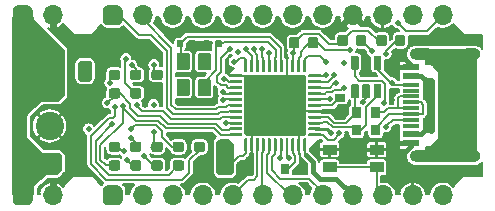
<source format=gtl>
G04 #@! TF.GenerationSoftware,KiCad,Pcbnew,(5.1.5)-3*
G04 #@! TF.CreationDate,2021-01-27T12:55:09+11:00*
G04 #@! TF.ProjectId,PD_Micro,50445f4d-6963-4726-9f2e-6b696361645f,rev?*
G04 #@! TF.SameCoordinates,PX7ce2370PY67d8790*
G04 #@! TF.FileFunction,Copper,L1,Top*
G04 #@! TF.FilePolarity,Positive*
%FSLAX46Y46*%
G04 Gerber Fmt 4.6, Leading zero omitted, Abs format (unit mm)*
G04 Created by KiCad (PCBNEW (5.1.5)-3) date 2021-01-27 12:55:09*
%MOMM*%
%LPD*%
G04 APERTURE LIST*
%ADD10R,1.450000X0.575000*%
%ADD11R,1.450000X0.300000*%
%ADD12O,2.100000X1.000000*%
%ADD13O,1.600000X1.000000*%
%ADD14C,0.100000*%
%ADD15C,2.400000*%
%ADD16R,0.900000X1.200000*%
%ADD17R,1.200000X0.900000*%
%ADD18O,1.700000X1.700000*%
%ADD19C,0.500000*%
%ADD20C,0.600000*%
%ADD21C,0.200000*%
%ADD22C,0.300000*%
%ADD23C,0.600000*%
%ADD24C,0.500000*%
%ADD25C,0.400000*%
%ADD26C,1.000000*%
%ADD27C,0.250000*%
%ADD28C,0.150000*%
G04 APERTURE END LIST*
D10*
X34155000Y12115000D03*
X34155000Y5665000D03*
X34155000Y11340000D03*
X34155000Y6440000D03*
D11*
X34155000Y7140000D03*
X34155000Y10640000D03*
X34155000Y7640000D03*
X34155000Y10140000D03*
X34155000Y8140000D03*
X34155000Y9640000D03*
X34155000Y9140000D03*
X34155000Y8640000D03*
D12*
X35070000Y4570000D03*
X35070000Y13210000D03*
D13*
X39250000Y4570000D03*
X39250000Y13210000D03*
G04 #@! TA.AperFunction,ComponentPad*
D14*
G36*
X4208810Y11837111D02*
G01*
X4267054Y11828471D01*
X4324171Y11814164D01*
X4379610Y11794328D01*
X4432838Y11769153D01*
X4483342Y11738882D01*
X4530636Y11703806D01*
X4574264Y11664264D01*
X4613806Y11620636D01*
X4648882Y11573342D01*
X4679153Y11522838D01*
X4704328Y11469610D01*
X4724164Y11414171D01*
X4738471Y11357054D01*
X4747111Y11298810D01*
X4750000Y11240000D01*
X4750000Y10040000D01*
X4747111Y9981190D01*
X4738471Y9922946D01*
X4724164Y9865829D01*
X4704328Y9810390D01*
X4679153Y9757162D01*
X4648882Y9706658D01*
X4613806Y9659364D01*
X4574264Y9615736D01*
X4530636Y9576194D01*
X4483342Y9541118D01*
X4432838Y9510847D01*
X4379610Y9485672D01*
X4324171Y9465836D01*
X4267054Y9451529D01*
X4208810Y9442889D01*
X4150000Y9440000D01*
X2950000Y9440000D01*
X2891190Y9442889D01*
X2832946Y9451529D01*
X2775829Y9465836D01*
X2720390Y9485672D01*
X2667162Y9510847D01*
X2616658Y9541118D01*
X2569364Y9576194D01*
X2525736Y9615736D01*
X2486194Y9659364D01*
X2451118Y9706658D01*
X2420847Y9757162D01*
X2395672Y9810390D01*
X2375836Y9865829D01*
X2361529Y9922946D01*
X2352889Y9981190D01*
X2350000Y10040000D01*
X2350000Y11240000D01*
X2352889Y11298810D01*
X2361529Y11357054D01*
X2375836Y11414171D01*
X2395672Y11469610D01*
X2420847Y11522838D01*
X2451118Y11573342D01*
X2486194Y11620636D01*
X2525736Y11664264D01*
X2569364Y11703806D01*
X2616658Y11738882D01*
X2667162Y11769153D01*
X2720390Y11794328D01*
X2775829Y11814164D01*
X2832946Y11828471D01*
X2891190Y11837111D01*
X2950000Y11840000D01*
X4150000Y11840000D01*
X4208810Y11837111D01*
G37*
G04 #@! TD.AperFunction*
D15*
X3550000Y7140000D03*
G04 #@! TA.AperFunction,SMDPad,CuDef*
D14*
G36*
X17100782Y11089470D02*
G01*
X17111460Y11087886D01*
X17121931Y11085263D01*
X17132095Y11081627D01*
X17141854Y11077011D01*
X17151113Y11071462D01*
X17159783Y11065031D01*
X17167782Y11057782D01*
X17175031Y11049783D01*
X17181462Y11041113D01*
X17187011Y11031854D01*
X17191627Y11022095D01*
X17195263Y11011931D01*
X17197886Y11001460D01*
X17199470Y10990782D01*
X17200000Y10980000D01*
X17200000Y9800000D01*
X17199470Y9789218D01*
X17197886Y9778540D01*
X17195263Y9768069D01*
X17191627Y9757905D01*
X17187011Y9748146D01*
X17181462Y9738887D01*
X17175031Y9730217D01*
X17167782Y9722218D01*
X17159783Y9714969D01*
X17151113Y9708538D01*
X17141854Y9702989D01*
X17132095Y9698373D01*
X17121931Y9694737D01*
X17111460Y9692114D01*
X17100782Y9690530D01*
X17090000Y9690000D01*
X16210000Y9690000D01*
X16199218Y9690530D01*
X16188540Y9692114D01*
X16178069Y9694737D01*
X16167905Y9698373D01*
X16158146Y9702989D01*
X16148887Y9708538D01*
X16140217Y9714969D01*
X16132218Y9722218D01*
X16124969Y9730217D01*
X16118538Y9738887D01*
X16112989Y9748146D01*
X16108373Y9757905D01*
X16104737Y9768069D01*
X16102114Y9778540D01*
X16100530Y9789218D01*
X16100000Y9800000D01*
X16100000Y10980000D01*
X16100530Y10990782D01*
X16102114Y11001460D01*
X16104737Y11011931D01*
X16108373Y11022095D01*
X16112989Y11031854D01*
X16118538Y11041113D01*
X16124969Y11049783D01*
X16132218Y11057782D01*
X16140217Y11065031D01*
X16148887Y11071462D01*
X16158146Y11077011D01*
X16167905Y11081627D01*
X16178069Y11085263D01*
X16188540Y11087886D01*
X16199218Y11089470D01*
X16210000Y11090000D01*
X17090000Y11090000D01*
X17100782Y11089470D01*
G37*
G04 #@! TD.AperFunction*
G04 #@! TA.AperFunction,SMDPad,CuDef*
G36*
X17100782Y13289470D02*
G01*
X17111460Y13287886D01*
X17121931Y13285263D01*
X17132095Y13281627D01*
X17141854Y13277011D01*
X17151113Y13271462D01*
X17159783Y13265031D01*
X17167782Y13257782D01*
X17175031Y13249783D01*
X17181462Y13241113D01*
X17187011Y13231854D01*
X17191627Y13222095D01*
X17195263Y13211931D01*
X17197886Y13201460D01*
X17199470Y13190782D01*
X17200000Y13180000D01*
X17200000Y12000000D01*
X17199470Y11989218D01*
X17197886Y11978540D01*
X17195263Y11968069D01*
X17191627Y11957905D01*
X17187011Y11948146D01*
X17181462Y11938887D01*
X17175031Y11930217D01*
X17167782Y11922218D01*
X17159783Y11914969D01*
X17151113Y11908538D01*
X17141854Y11902989D01*
X17132095Y11898373D01*
X17121931Y11894737D01*
X17111460Y11892114D01*
X17100782Y11890530D01*
X17090000Y11890000D01*
X16210000Y11890000D01*
X16199218Y11890530D01*
X16188540Y11892114D01*
X16178069Y11894737D01*
X16167905Y11898373D01*
X16158146Y11902989D01*
X16148887Y11908538D01*
X16140217Y11914969D01*
X16132218Y11922218D01*
X16124969Y11930217D01*
X16118538Y11938887D01*
X16112989Y11948146D01*
X16108373Y11957905D01*
X16104737Y11968069D01*
X16102114Y11978540D01*
X16100530Y11989218D01*
X16100000Y12000000D01*
X16100000Y13180000D01*
X16100530Y13190782D01*
X16102114Y13201460D01*
X16104737Y13211931D01*
X16108373Y13222095D01*
X16112989Y13231854D01*
X16118538Y13241113D01*
X16124969Y13249783D01*
X16132218Y13257782D01*
X16140217Y13265031D01*
X16148887Y13271462D01*
X16158146Y13277011D01*
X16167905Y13281627D01*
X16178069Y13285263D01*
X16188540Y13287886D01*
X16199218Y13289470D01*
X16210000Y13290000D01*
X17090000Y13290000D01*
X17100782Y13289470D01*
G37*
G04 #@! TD.AperFunction*
G04 #@! TA.AperFunction,SMDPad,CuDef*
G36*
X15300782Y13289470D02*
G01*
X15311460Y13287886D01*
X15321931Y13285263D01*
X15332095Y13281627D01*
X15341854Y13277011D01*
X15351113Y13271462D01*
X15359783Y13265031D01*
X15367782Y13257782D01*
X15375031Y13249783D01*
X15381462Y13241113D01*
X15387011Y13231854D01*
X15391627Y13222095D01*
X15395263Y13211931D01*
X15397886Y13201460D01*
X15399470Y13190782D01*
X15400000Y13180000D01*
X15400000Y12000000D01*
X15399470Y11989218D01*
X15397886Y11978540D01*
X15395263Y11968069D01*
X15391627Y11957905D01*
X15387011Y11948146D01*
X15381462Y11938887D01*
X15375031Y11930217D01*
X15367782Y11922218D01*
X15359783Y11914969D01*
X15351113Y11908538D01*
X15341854Y11902989D01*
X15332095Y11898373D01*
X15321931Y11894737D01*
X15311460Y11892114D01*
X15300782Y11890530D01*
X15290000Y11890000D01*
X14410000Y11890000D01*
X14399218Y11890530D01*
X14388540Y11892114D01*
X14378069Y11894737D01*
X14367905Y11898373D01*
X14358146Y11902989D01*
X14348887Y11908538D01*
X14340217Y11914969D01*
X14332218Y11922218D01*
X14324969Y11930217D01*
X14318538Y11938887D01*
X14312989Y11948146D01*
X14308373Y11957905D01*
X14304737Y11968069D01*
X14302114Y11978540D01*
X14300530Y11989218D01*
X14300000Y12000000D01*
X14300000Y13180000D01*
X14300530Y13190782D01*
X14302114Y13201460D01*
X14304737Y13211931D01*
X14308373Y13222095D01*
X14312989Y13231854D01*
X14318538Y13241113D01*
X14324969Y13249783D01*
X14332218Y13257782D01*
X14340217Y13265031D01*
X14348887Y13271462D01*
X14358146Y13277011D01*
X14367905Y13281627D01*
X14378069Y13285263D01*
X14388540Y13287886D01*
X14399218Y13289470D01*
X14410000Y13290000D01*
X15290000Y13290000D01*
X15300782Y13289470D01*
G37*
G04 #@! TD.AperFunction*
G04 #@! TA.AperFunction,SMDPad,CuDef*
G36*
X15300782Y11089470D02*
G01*
X15311460Y11087886D01*
X15321931Y11085263D01*
X15332095Y11081627D01*
X15341854Y11077011D01*
X15351113Y11071462D01*
X15359783Y11065031D01*
X15367782Y11057782D01*
X15375031Y11049783D01*
X15381462Y11041113D01*
X15387011Y11031854D01*
X15391627Y11022095D01*
X15395263Y11011931D01*
X15397886Y11001460D01*
X15399470Y10990782D01*
X15400000Y10980000D01*
X15400000Y9800000D01*
X15399470Y9789218D01*
X15397886Y9778540D01*
X15395263Y9768069D01*
X15391627Y9757905D01*
X15387011Y9748146D01*
X15381462Y9738887D01*
X15375031Y9730217D01*
X15367782Y9722218D01*
X15359783Y9714969D01*
X15351113Y9708538D01*
X15341854Y9702989D01*
X15332095Y9698373D01*
X15321931Y9694737D01*
X15311460Y9692114D01*
X15300782Y9690530D01*
X15290000Y9690000D01*
X14410000Y9690000D01*
X14399218Y9690530D01*
X14388540Y9692114D01*
X14378069Y9694737D01*
X14367905Y9698373D01*
X14358146Y9702989D01*
X14348887Y9708538D01*
X14340217Y9714969D01*
X14332218Y9722218D01*
X14324969Y9730217D01*
X14318538Y9738887D01*
X14312989Y9748146D01*
X14308373Y9757905D01*
X14304737Y9768069D01*
X14302114Y9778540D01*
X14300530Y9789218D01*
X14300000Y9800000D01*
X14300000Y10980000D01*
X14300530Y10990782D01*
X14302114Y11001460D01*
X14304737Y11011931D01*
X14308373Y11022095D01*
X14312989Y11031854D01*
X14318538Y11041113D01*
X14324969Y11049783D01*
X14332218Y11057782D01*
X14340217Y11065031D01*
X14348887Y11071462D01*
X14358146Y11077011D01*
X14367905Y11081627D01*
X14378069Y11085263D01*
X14388540Y11087886D01*
X14399218Y11089470D01*
X14410000Y11090000D01*
X15290000Y11090000D01*
X15300782Y11089470D01*
G37*
G04 #@! TD.AperFunction*
D16*
X3400000Y13790000D03*
X6700000Y13790000D03*
G04 #@! TA.AperFunction,SMDPad,CuDef*
D14*
G36*
X4414703Y4614278D02*
G01*
X4429264Y4612118D01*
X4443543Y4608541D01*
X4457403Y4603582D01*
X4470710Y4597288D01*
X4483336Y4589720D01*
X4495159Y4580952D01*
X4506066Y4571066D01*
X4515952Y4560159D01*
X4524720Y4548336D01*
X4532288Y4535710D01*
X4538582Y4522403D01*
X4543541Y4508543D01*
X4547118Y4494264D01*
X4549278Y4479703D01*
X4550000Y4465000D01*
X4550000Y3515000D01*
X4549278Y3500297D01*
X4547118Y3485736D01*
X4543541Y3471457D01*
X4538582Y3457597D01*
X4532288Y3444290D01*
X4524720Y3431664D01*
X4515952Y3419841D01*
X4506066Y3408934D01*
X4495159Y3399048D01*
X4483336Y3390280D01*
X4470710Y3382712D01*
X4457403Y3376418D01*
X4443543Y3371459D01*
X4429264Y3367882D01*
X4414703Y3365722D01*
X4400000Y3365000D01*
X3700000Y3365000D01*
X3685297Y3365722D01*
X3670736Y3367882D01*
X3656457Y3371459D01*
X3642597Y3376418D01*
X3629290Y3382712D01*
X3616664Y3390280D01*
X3604841Y3399048D01*
X3593934Y3408934D01*
X3584048Y3419841D01*
X3575280Y3431664D01*
X3567712Y3444290D01*
X3561418Y3457597D01*
X3556459Y3471457D01*
X3552882Y3485736D01*
X3550722Y3500297D01*
X3550000Y3515000D01*
X3550000Y4465000D01*
X3550722Y4479703D01*
X3552882Y4494264D01*
X3556459Y4508543D01*
X3561418Y4522403D01*
X3567712Y4535710D01*
X3575280Y4548336D01*
X3584048Y4560159D01*
X3593934Y4571066D01*
X3604841Y4580952D01*
X3616664Y4589720D01*
X3629290Y4597288D01*
X3642597Y4603582D01*
X3656457Y4608541D01*
X3670736Y4612118D01*
X3685297Y4614278D01*
X3700000Y4615000D01*
X4400000Y4615000D01*
X4414703Y4614278D01*
G37*
G04 #@! TD.AperFunction*
G04 #@! TA.AperFunction,SMDPad,CuDef*
G36*
X6414703Y4614278D02*
G01*
X6429264Y4612118D01*
X6443543Y4608541D01*
X6457403Y4603582D01*
X6470710Y4597288D01*
X6483336Y4589720D01*
X6495159Y4580952D01*
X6506066Y4571066D01*
X6515952Y4560159D01*
X6524720Y4548336D01*
X6532288Y4535710D01*
X6538582Y4522403D01*
X6543541Y4508543D01*
X6547118Y4494264D01*
X6549278Y4479703D01*
X6550000Y4465000D01*
X6550000Y3515000D01*
X6549278Y3500297D01*
X6547118Y3485736D01*
X6543541Y3471457D01*
X6538582Y3457597D01*
X6532288Y3444290D01*
X6524720Y3431664D01*
X6515952Y3419841D01*
X6506066Y3408934D01*
X6495159Y3399048D01*
X6483336Y3390280D01*
X6470710Y3382712D01*
X6457403Y3376418D01*
X6443543Y3371459D01*
X6429264Y3367882D01*
X6414703Y3365722D01*
X6400000Y3365000D01*
X5700000Y3365000D01*
X5685297Y3365722D01*
X5670736Y3367882D01*
X5656457Y3371459D01*
X5642597Y3376418D01*
X5629290Y3382712D01*
X5616664Y3390280D01*
X5604841Y3399048D01*
X5593934Y3408934D01*
X5584048Y3419841D01*
X5575280Y3431664D01*
X5567712Y3444290D01*
X5561418Y3457597D01*
X5556459Y3471457D01*
X5552882Y3485736D01*
X5550722Y3500297D01*
X5550000Y3515000D01*
X5550000Y4465000D01*
X5550722Y4479703D01*
X5552882Y4494264D01*
X5556459Y4508543D01*
X5561418Y4522403D01*
X5567712Y4535710D01*
X5575280Y4548336D01*
X5584048Y4560159D01*
X5593934Y4571066D01*
X5604841Y4580952D01*
X5616664Y4589720D01*
X5629290Y4597288D01*
X5642597Y4603582D01*
X5656457Y4608541D01*
X5670736Y4612118D01*
X5685297Y4614278D01*
X5700000Y4615000D01*
X6400000Y4615000D01*
X6414703Y4614278D01*
G37*
G04 #@! TD.AperFunction*
G04 #@! TA.AperFunction,SMDPad,CuDef*
G36*
X33477691Y14863947D02*
G01*
X33498926Y14860797D01*
X33519750Y14855581D01*
X33539962Y14848349D01*
X33559368Y14839170D01*
X33577781Y14828134D01*
X33595024Y14815346D01*
X33610930Y14800930D01*
X33625346Y14785024D01*
X33638134Y14767781D01*
X33649170Y14749368D01*
X33658349Y14729962D01*
X33665581Y14709750D01*
X33670797Y14688926D01*
X33673947Y14667691D01*
X33675000Y14646250D01*
X33675000Y14133750D01*
X33673947Y14112309D01*
X33670797Y14091074D01*
X33665581Y14070250D01*
X33658349Y14050038D01*
X33649170Y14030632D01*
X33638134Y14012219D01*
X33625346Y13994976D01*
X33610930Y13979070D01*
X33595024Y13964654D01*
X33577781Y13951866D01*
X33559368Y13940830D01*
X33539962Y13931651D01*
X33519750Y13924419D01*
X33498926Y13919203D01*
X33477691Y13916053D01*
X33456250Y13915000D01*
X33018750Y13915000D01*
X32997309Y13916053D01*
X32976074Y13919203D01*
X32955250Y13924419D01*
X32935038Y13931651D01*
X32915632Y13940830D01*
X32897219Y13951866D01*
X32879976Y13964654D01*
X32864070Y13979070D01*
X32849654Y13994976D01*
X32836866Y14012219D01*
X32825830Y14030632D01*
X32816651Y14050038D01*
X32809419Y14070250D01*
X32804203Y14091074D01*
X32801053Y14112309D01*
X32800000Y14133750D01*
X32800000Y14646250D01*
X32801053Y14667691D01*
X32804203Y14688926D01*
X32809419Y14709750D01*
X32816651Y14729962D01*
X32825830Y14749368D01*
X32836866Y14767781D01*
X32849654Y14785024D01*
X32864070Y14800930D01*
X32879976Y14815346D01*
X32897219Y14828134D01*
X32915632Y14839170D01*
X32935038Y14848349D01*
X32955250Y14855581D01*
X32976074Y14860797D01*
X32997309Y14863947D01*
X33018750Y14865000D01*
X33456250Y14865000D01*
X33477691Y14863947D01*
G37*
G04 #@! TD.AperFunction*
G04 #@! TA.AperFunction,SMDPad,CuDef*
G36*
X31902691Y14863947D02*
G01*
X31923926Y14860797D01*
X31944750Y14855581D01*
X31964962Y14848349D01*
X31984368Y14839170D01*
X32002781Y14828134D01*
X32020024Y14815346D01*
X32035930Y14800930D01*
X32050346Y14785024D01*
X32063134Y14767781D01*
X32074170Y14749368D01*
X32083349Y14729962D01*
X32090581Y14709750D01*
X32095797Y14688926D01*
X32098947Y14667691D01*
X32100000Y14646250D01*
X32100000Y14133750D01*
X32098947Y14112309D01*
X32095797Y14091074D01*
X32090581Y14070250D01*
X32083349Y14050038D01*
X32074170Y14030632D01*
X32063134Y14012219D01*
X32050346Y13994976D01*
X32035930Y13979070D01*
X32020024Y13964654D01*
X32002781Y13951866D01*
X31984368Y13940830D01*
X31964962Y13931651D01*
X31944750Y13924419D01*
X31923926Y13919203D01*
X31902691Y13916053D01*
X31881250Y13915000D01*
X31443750Y13915000D01*
X31422309Y13916053D01*
X31401074Y13919203D01*
X31380250Y13924419D01*
X31360038Y13931651D01*
X31340632Y13940830D01*
X31322219Y13951866D01*
X31304976Y13964654D01*
X31289070Y13979070D01*
X31274654Y13994976D01*
X31261866Y14012219D01*
X31250830Y14030632D01*
X31241651Y14050038D01*
X31234419Y14070250D01*
X31229203Y14091074D01*
X31226053Y14112309D01*
X31225000Y14133750D01*
X31225000Y14646250D01*
X31226053Y14667691D01*
X31229203Y14688926D01*
X31234419Y14709750D01*
X31241651Y14729962D01*
X31250830Y14749368D01*
X31261866Y14767781D01*
X31274654Y14785024D01*
X31289070Y14800930D01*
X31304976Y14815346D01*
X31322219Y14828134D01*
X31340632Y14839170D01*
X31360038Y14848349D01*
X31380250Y14855581D01*
X31401074Y14860797D01*
X31422309Y14863947D01*
X31443750Y14865000D01*
X31881250Y14865000D01*
X31902691Y14863947D01*
G37*
G04 #@! TD.AperFunction*
G04 #@! TA.AperFunction,SMDPad,CuDef*
G36*
X30177691Y14863947D02*
G01*
X30198926Y14860797D01*
X30219750Y14855581D01*
X30239962Y14848349D01*
X30259368Y14839170D01*
X30277781Y14828134D01*
X30295024Y14815346D01*
X30310930Y14800930D01*
X30325346Y14785024D01*
X30338134Y14767781D01*
X30349170Y14749368D01*
X30358349Y14729962D01*
X30365581Y14709750D01*
X30370797Y14688926D01*
X30373947Y14667691D01*
X30375000Y14646250D01*
X30375000Y14133750D01*
X30373947Y14112309D01*
X30370797Y14091074D01*
X30365581Y14070250D01*
X30358349Y14050038D01*
X30349170Y14030632D01*
X30338134Y14012219D01*
X30325346Y13994976D01*
X30310930Y13979070D01*
X30295024Y13964654D01*
X30277781Y13951866D01*
X30259368Y13940830D01*
X30239962Y13931651D01*
X30219750Y13924419D01*
X30198926Y13919203D01*
X30177691Y13916053D01*
X30156250Y13915000D01*
X29718750Y13915000D01*
X29697309Y13916053D01*
X29676074Y13919203D01*
X29655250Y13924419D01*
X29635038Y13931651D01*
X29615632Y13940830D01*
X29597219Y13951866D01*
X29579976Y13964654D01*
X29564070Y13979070D01*
X29549654Y13994976D01*
X29536866Y14012219D01*
X29525830Y14030632D01*
X29516651Y14050038D01*
X29509419Y14070250D01*
X29504203Y14091074D01*
X29501053Y14112309D01*
X29500000Y14133750D01*
X29500000Y14646250D01*
X29501053Y14667691D01*
X29504203Y14688926D01*
X29509419Y14709750D01*
X29516651Y14729962D01*
X29525830Y14749368D01*
X29536866Y14767781D01*
X29549654Y14785024D01*
X29564070Y14800930D01*
X29579976Y14815346D01*
X29597219Y14828134D01*
X29615632Y14839170D01*
X29635038Y14848349D01*
X29655250Y14855581D01*
X29676074Y14860797D01*
X29697309Y14863947D01*
X29718750Y14865000D01*
X30156250Y14865000D01*
X30177691Y14863947D01*
G37*
G04 #@! TD.AperFunction*
G04 #@! TA.AperFunction,SMDPad,CuDef*
G36*
X28602691Y14863947D02*
G01*
X28623926Y14860797D01*
X28644750Y14855581D01*
X28664962Y14848349D01*
X28684368Y14839170D01*
X28702781Y14828134D01*
X28720024Y14815346D01*
X28735930Y14800930D01*
X28750346Y14785024D01*
X28763134Y14767781D01*
X28774170Y14749368D01*
X28783349Y14729962D01*
X28790581Y14709750D01*
X28795797Y14688926D01*
X28798947Y14667691D01*
X28800000Y14646250D01*
X28800000Y14133750D01*
X28798947Y14112309D01*
X28795797Y14091074D01*
X28790581Y14070250D01*
X28783349Y14050038D01*
X28774170Y14030632D01*
X28763134Y14012219D01*
X28750346Y13994976D01*
X28735930Y13979070D01*
X28720024Y13964654D01*
X28702781Y13951866D01*
X28684368Y13940830D01*
X28664962Y13931651D01*
X28644750Y13924419D01*
X28623926Y13919203D01*
X28602691Y13916053D01*
X28581250Y13915000D01*
X28143750Y13915000D01*
X28122309Y13916053D01*
X28101074Y13919203D01*
X28080250Y13924419D01*
X28060038Y13931651D01*
X28040632Y13940830D01*
X28022219Y13951866D01*
X28004976Y13964654D01*
X27989070Y13979070D01*
X27974654Y13994976D01*
X27961866Y14012219D01*
X27950830Y14030632D01*
X27941651Y14050038D01*
X27934419Y14070250D01*
X27929203Y14091074D01*
X27926053Y14112309D01*
X27925000Y14133750D01*
X27925000Y14646250D01*
X27926053Y14667691D01*
X27929203Y14688926D01*
X27934419Y14709750D01*
X27941651Y14729962D01*
X27950830Y14749368D01*
X27961866Y14767781D01*
X27974654Y14785024D01*
X27989070Y14800930D01*
X28004976Y14815346D01*
X28022219Y14828134D01*
X28040632Y14839170D01*
X28060038Y14848349D01*
X28080250Y14855581D01*
X28101074Y14860797D01*
X28122309Y14863947D01*
X28143750Y14865000D01*
X28581250Y14865000D01*
X28602691Y14863947D01*
G37*
G04 #@! TD.AperFunction*
G04 #@! TA.AperFunction,SMDPad,CuDef*
G36*
X11127691Y4238947D02*
G01*
X11148926Y4235797D01*
X11169750Y4230581D01*
X11189962Y4223349D01*
X11209368Y4214170D01*
X11227781Y4203134D01*
X11245024Y4190346D01*
X11260930Y4175930D01*
X11275346Y4160024D01*
X11288134Y4142781D01*
X11299170Y4124368D01*
X11308349Y4104962D01*
X11315581Y4084750D01*
X11320797Y4063926D01*
X11323947Y4042691D01*
X11325000Y4021250D01*
X11325000Y3583750D01*
X11323947Y3562309D01*
X11320797Y3541074D01*
X11315581Y3520250D01*
X11308349Y3500038D01*
X11299170Y3480632D01*
X11288134Y3462219D01*
X11275346Y3444976D01*
X11260930Y3429070D01*
X11245024Y3414654D01*
X11227781Y3401866D01*
X11209368Y3390830D01*
X11189962Y3381651D01*
X11169750Y3374419D01*
X11148926Y3369203D01*
X11127691Y3366053D01*
X11106250Y3365000D01*
X10593750Y3365000D01*
X10572309Y3366053D01*
X10551074Y3369203D01*
X10530250Y3374419D01*
X10510038Y3381651D01*
X10490632Y3390830D01*
X10472219Y3401866D01*
X10454976Y3414654D01*
X10439070Y3429070D01*
X10424654Y3444976D01*
X10411866Y3462219D01*
X10400830Y3480632D01*
X10391651Y3500038D01*
X10384419Y3520250D01*
X10379203Y3541074D01*
X10376053Y3562309D01*
X10375000Y3583750D01*
X10375000Y4021250D01*
X10376053Y4042691D01*
X10379203Y4063926D01*
X10384419Y4084750D01*
X10391651Y4104962D01*
X10400830Y4124368D01*
X10411866Y4142781D01*
X10424654Y4160024D01*
X10439070Y4175930D01*
X10454976Y4190346D01*
X10472219Y4203134D01*
X10490632Y4214170D01*
X10510038Y4223349D01*
X10530250Y4230581D01*
X10551074Y4235797D01*
X10572309Y4238947D01*
X10593750Y4240000D01*
X11106250Y4240000D01*
X11127691Y4238947D01*
G37*
G04 #@! TD.AperFunction*
G04 #@! TA.AperFunction,SMDPad,CuDef*
G36*
X11127691Y5813947D02*
G01*
X11148926Y5810797D01*
X11169750Y5805581D01*
X11189962Y5798349D01*
X11209368Y5789170D01*
X11227781Y5778134D01*
X11245024Y5765346D01*
X11260930Y5750930D01*
X11275346Y5735024D01*
X11288134Y5717781D01*
X11299170Y5699368D01*
X11308349Y5679962D01*
X11315581Y5659750D01*
X11320797Y5638926D01*
X11323947Y5617691D01*
X11325000Y5596250D01*
X11325000Y5158750D01*
X11323947Y5137309D01*
X11320797Y5116074D01*
X11315581Y5095250D01*
X11308349Y5075038D01*
X11299170Y5055632D01*
X11288134Y5037219D01*
X11275346Y5019976D01*
X11260930Y5004070D01*
X11245024Y4989654D01*
X11227781Y4976866D01*
X11209368Y4965830D01*
X11189962Y4956651D01*
X11169750Y4949419D01*
X11148926Y4944203D01*
X11127691Y4941053D01*
X11106250Y4940000D01*
X10593750Y4940000D01*
X10572309Y4941053D01*
X10551074Y4944203D01*
X10530250Y4949419D01*
X10510038Y4956651D01*
X10490632Y4965830D01*
X10472219Y4976866D01*
X10454976Y4989654D01*
X10439070Y5004070D01*
X10424654Y5019976D01*
X10411866Y5037219D01*
X10400830Y5055632D01*
X10391651Y5075038D01*
X10384419Y5095250D01*
X10379203Y5116074D01*
X10376053Y5137309D01*
X10375000Y5158750D01*
X10375000Y5596250D01*
X10376053Y5617691D01*
X10379203Y5638926D01*
X10384419Y5659750D01*
X10391651Y5679962D01*
X10400830Y5699368D01*
X10411866Y5717781D01*
X10424654Y5735024D01*
X10439070Y5750930D01*
X10454976Y5765346D01*
X10472219Y5778134D01*
X10490632Y5789170D01*
X10510038Y5798349D01*
X10530250Y5805581D01*
X10551074Y5810797D01*
X10572309Y5813947D01*
X10593750Y5815000D01*
X11106250Y5815000D01*
X11127691Y5813947D01*
G37*
G04 #@! TD.AperFunction*
G04 #@! TA.AperFunction,SMDPad,CuDef*
G36*
X9327691Y4238947D02*
G01*
X9348926Y4235797D01*
X9369750Y4230581D01*
X9389962Y4223349D01*
X9409368Y4214170D01*
X9427781Y4203134D01*
X9445024Y4190346D01*
X9460930Y4175930D01*
X9475346Y4160024D01*
X9488134Y4142781D01*
X9499170Y4124368D01*
X9508349Y4104962D01*
X9515581Y4084750D01*
X9520797Y4063926D01*
X9523947Y4042691D01*
X9525000Y4021250D01*
X9525000Y3583750D01*
X9523947Y3562309D01*
X9520797Y3541074D01*
X9515581Y3520250D01*
X9508349Y3500038D01*
X9499170Y3480632D01*
X9488134Y3462219D01*
X9475346Y3444976D01*
X9460930Y3429070D01*
X9445024Y3414654D01*
X9427781Y3401866D01*
X9409368Y3390830D01*
X9389962Y3381651D01*
X9369750Y3374419D01*
X9348926Y3369203D01*
X9327691Y3366053D01*
X9306250Y3365000D01*
X8793750Y3365000D01*
X8772309Y3366053D01*
X8751074Y3369203D01*
X8730250Y3374419D01*
X8710038Y3381651D01*
X8690632Y3390830D01*
X8672219Y3401866D01*
X8654976Y3414654D01*
X8639070Y3429070D01*
X8624654Y3444976D01*
X8611866Y3462219D01*
X8600830Y3480632D01*
X8591651Y3500038D01*
X8584419Y3520250D01*
X8579203Y3541074D01*
X8576053Y3562309D01*
X8575000Y3583750D01*
X8575000Y4021250D01*
X8576053Y4042691D01*
X8579203Y4063926D01*
X8584419Y4084750D01*
X8591651Y4104962D01*
X8600830Y4124368D01*
X8611866Y4142781D01*
X8624654Y4160024D01*
X8639070Y4175930D01*
X8654976Y4190346D01*
X8672219Y4203134D01*
X8690632Y4214170D01*
X8710038Y4223349D01*
X8730250Y4230581D01*
X8751074Y4235797D01*
X8772309Y4238947D01*
X8793750Y4240000D01*
X9306250Y4240000D01*
X9327691Y4238947D01*
G37*
G04 #@! TD.AperFunction*
G04 #@! TA.AperFunction,SMDPad,CuDef*
G36*
X9327691Y5813947D02*
G01*
X9348926Y5810797D01*
X9369750Y5805581D01*
X9389962Y5798349D01*
X9409368Y5789170D01*
X9427781Y5778134D01*
X9445024Y5765346D01*
X9460930Y5750930D01*
X9475346Y5735024D01*
X9488134Y5717781D01*
X9499170Y5699368D01*
X9508349Y5679962D01*
X9515581Y5659750D01*
X9520797Y5638926D01*
X9523947Y5617691D01*
X9525000Y5596250D01*
X9525000Y5158750D01*
X9523947Y5137309D01*
X9520797Y5116074D01*
X9515581Y5095250D01*
X9508349Y5075038D01*
X9499170Y5055632D01*
X9488134Y5037219D01*
X9475346Y5019976D01*
X9460930Y5004070D01*
X9445024Y4989654D01*
X9427781Y4976866D01*
X9409368Y4965830D01*
X9389962Y4956651D01*
X9369750Y4949419D01*
X9348926Y4944203D01*
X9327691Y4941053D01*
X9306250Y4940000D01*
X8793750Y4940000D01*
X8772309Y4941053D01*
X8751074Y4944203D01*
X8730250Y4949419D01*
X8710038Y4956651D01*
X8690632Y4965830D01*
X8672219Y4976866D01*
X8654976Y4989654D01*
X8639070Y5004070D01*
X8624654Y5019976D01*
X8611866Y5037219D01*
X8600830Y5055632D01*
X8591651Y5075038D01*
X8584419Y5095250D01*
X8579203Y5116074D01*
X8576053Y5137309D01*
X8575000Y5158750D01*
X8575000Y5596250D01*
X8576053Y5617691D01*
X8579203Y5638926D01*
X8584419Y5659750D01*
X8591651Y5679962D01*
X8600830Y5699368D01*
X8611866Y5717781D01*
X8624654Y5735024D01*
X8639070Y5750930D01*
X8654976Y5765346D01*
X8672219Y5778134D01*
X8690632Y5789170D01*
X8710038Y5798349D01*
X8730250Y5805581D01*
X8751074Y5810797D01*
X8772309Y5813947D01*
X8793750Y5815000D01*
X9306250Y5815000D01*
X9327691Y5813947D01*
G37*
G04 #@! TD.AperFunction*
G04 #@! TA.AperFunction,SMDPad,CuDef*
G36*
X14727691Y4238947D02*
G01*
X14748926Y4235797D01*
X14769750Y4230581D01*
X14789962Y4223349D01*
X14809368Y4214170D01*
X14827781Y4203134D01*
X14845024Y4190346D01*
X14860930Y4175930D01*
X14875346Y4160024D01*
X14888134Y4142781D01*
X14899170Y4124368D01*
X14908349Y4104962D01*
X14915581Y4084750D01*
X14920797Y4063926D01*
X14923947Y4042691D01*
X14925000Y4021250D01*
X14925000Y3583750D01*
X14923947Y3562309D01*
X14920797Y3541074D01*
X14915581Y3520250D01*
X14908349Y3500038D01*
X14899170Y3480632D01*
X14888134Y3462219D01*
X14875346Y3444976D01*
X14860930Y3429070D01*
X14845024Y3414654D01*
X14827781Y3401866D01*
X14809368Y3390830D01*
X14789962Y3381651D01*
X14769750Y3374419D01*
X14748926Y3369203D01*
X14727691Y3366053D01*
X14706250Y3365000D01*
X14193750Y3365000D01*
X14172309Y3366053D01*
X14151074Y3369203D01*
X14130250Y3374419D01*
X14110038Y3381651D01*
X14090632Y3390830D01*
X14072219Y3401866D01*
X14054976Y3414654D01*
X14039070Y3429070D01*
X14024654Y3444976D01*
X14011866Y3462219D01*
X14000830Y3480632D01*
X13991651Y3500038D01*
X13984419Y3520250D01*
X13979203Y3541074D01*
X13976053Y3562309D01*
X13975000Y3583750D01*
X13975000Y4021250D01*
X13976053Y4042691D01*
X13979203Y4063926D01*
X13984419Y4084750D01*
X13991651Y4104962D01*
X14000830Y4124368D01*
X14011866Y4142781D01*
X14024654Y4160024D01*
X14039070Y4175930D01*
X14054976Y4190346D01*
X14072219Y4203134D01*
X14090632Y4214170D01*
X14110038Y4223349D01*
X14130250Y4230581D01*
X14151074Y4235797D01*
X14172309Y4238947D01*
X14193750Y4240000D01*
X14706250Y4240000D01*
X14727691Y4238947D01*
G37*
G04 #@! TD.AperFunction*
G04 #@! TA.AperFunction,SMDPad,CuDef*
G36*
X14727691Y5813947D02*
G01*
X14748926Y5810797D01*
X14769750Y5805581D01*
X14789962Y5798349D01*
X14809368Y5789170D01*
X14827781Y5778134D01*
X14845024Y5765346D01*
X14860930Y5750930D01*
X14875346Y5735024D01*
X14888134Y5717781D01*
X14899170Y5699368D01*
X14908349Y5679962D01*
X14915581Y5659750D01*
X14920797Y5638926D01*
X14923947Y5617691D01*
X14925000Y5596250D01*
X14925000Y5158750D01*
X14923947Y5137309D01*
X14920797Y5116074D01*
X14915581Y5095250D01*
X14908349Y5075038D01*
X14899170Y5055632D01*
X14888134Y5037219D01*
X14875346Y5019976D01*
X14860930Y5004070D01*
X14845024Y4989654D01*
X14827781Y4976866D01*
X14809368Y4965830D01*
X14789962Y4956651D01*
X14769750Y4949419D01*
X14748926Y4944203D01*
X14727691Y4941053D01*
X14706250Y4940000D01*
X14193750Y4940000D01*
X14172309Y4941053D01*
X14151074Y4944203D01*
X14130250Y4949419D01*
X14110038Y4956651D01*
X14090632Y4965830D01*
X14072219Y4976866D01*
X14054976Y4989654D01*
X14039070Y5004070D01*
X14024654Y5019976D01*
X14011866Y5037219D01*
X14000830Y5055632D01*
X13991651Y5075038D01*
X13984419Y5095250D01*
X13979203Y5116074D01*
X13976053Y5137309D01*
X13975000Y5158750D01*
X13975000Y5596250D01*
X13976053Y5617691D01*
X13979203Y5638926D01*
X13984419Y5659750D01*
X13991651Y5679962D01*
X14000830Y5699368D01*
X14011866Y5717781D01*
X14024654Y5735024D01*
X14039070Y5750930D01*
X14054976Y5765346D01*
X14072219Y5778134D01*
X14090632Y5789170D01*
X14110038Y5798349D01*
X14130250Y5805581D01*
X14151074Y5810797D01*
X14172309Y5813947D01*
X14193750Y5815000D01*
X14706250Y5815000D01*
X14727691Y5813947D01*
G37*
G04 #@! TD.AperFunction*
G04 #@! TA.AperFunction,SMDPad,CuDef*
G36*
X12927691Y10338947D02*
G01*
X12948926Y10335797D01*
X12969750Y10330581D01*
X12989962Y10323349D01*
X13009368Y10314170D01*
X13027781Y10303134D01*
X13045024Y10290346D01*
X13060930Y10275930D01*
X13075346Y10260024D01*
X13088134Y10242781D01*
X13099170Y10224368D01*
X13108349Y10204962D01*
X13115581Y10184750D01*
X13120797Y10163926D01*
X13123947Y10142691D01*
X13125000Y10121250D01*
X13125000Y9683750D01*
X13123947Y9662309D01*
X13120797Y9641074D01*
X13115581Y9620250D01*
X13108349Y9600038D01*
X13099170Y9580632D01*
X13088134Y9562219D01*
X13075346Y9544976D01*
X13060930Y9529070D01*
X13045024Y9514654D01*
X13027781Y9501866D01*
X13009368Y9490830D01*
X12989962Y9481651D01*
X12969750Y9474419D01*
X12948926Y9469203D01*
X12927691Y9466053D01*
X12906250Y9465000D01*
X12393750Y9465000D01*
X12372309Y9466053D01*
X12351074Y9469203D01*
X12330250Y9474419D01*
X12310038Y9481651D01*
X12290632Y9490830D01*
X12272219Y9501866D01*
X12254976Y9514654D01*
X12239070Y9529070D01*
X12224654Y9544976D01*
X12211866Y9562219D01*
X12200830Y9580632D01*
X12191651Y9600038D01*
X12184419Y9620250D01*
X12179203Y9641074D01*
X12176053Y9662309D01*
X12175000Y9683750D01*
X12175000Y10121250D01*
X12176053Y10142691D01*
X12179203Y10163926D01*
X12184419Y10184750D01*
X12191651Y10204962D01*
X12200830Y10224368D01*
X12211866Y10242781D01*
X12224654Y10260024D01*
X12239070Y10275930D01*
X12254976Y10290346D01*
X12272219Y10303134D01*
X12290632Y10314170D01*
X12310038Y10323349D01*
X12330250Y10330581D01*
X12351074Y10335797D01*
X12372309Y10338947D01*
X12393750Y10340000D01*
X12906250Y10340000D01*
X12927691Y10338947D01*
G37*
G04 #@! TD.AperFunction*
G04 #@! TA.AperFunction,SMDPad,CuDef*
G36*
X12927691Y11913947D02*
G01*
X12948926Y11910797D01*
X12969750Y11905581D01*
X12989962Y11898349D01*
X13009368Y11889170D01*
X13027781Y11878134D01*
X13045024Y11865346D01*
X13060930Y11850930D01*
X13075346Y11835024D01*
X13088134Y11817781D01*
X13099170Y11799368D01*
X13108349Y11779962D01*
X13115581Y11759750D01*
X13120797Y11738926D01*
X13123947Y11717691D01*
X13125000Y11696250D01*
X13125000Y11258750D01*
X13123947Y11237309D01*
X13120797Y11216074D01*
X13115581Y11195250D01*
X13108349Y11175038D01*
X13099170Y11155632D01*
X13088134Y11137219D01*
X13075346Y11119976D01*
X13060930Y11104070D01*
X13045024Y11089654D01*
X13027781Y11076866D01*
X13009368Y11065830D01*
X12989962Y11056651D01*
X12969750Y11049419D01*
X12948926Y11044203D01*
X12927691Y11041053D01*
X12906250Y11040000D01*
X12393750Y11040000D01*
X12372309Y11041053D01*
X12351074Y11044203D01*
X12330250Y11049419D01*
X12310038Y11056651D01*
X12290632Y11065830D01*
X12272219Y11076866D01*
X12254976Y11089654D01*
X12239070Y11104070D01*
X12224654Y11119976D01*
X12211866Y11137219D01*
X12200830Y11155632D01*
X12191651Y11175038D01*
X12184419Y11195250D01*
X12179203Y11216074D01*
X12176053Y11237309D01*
X12175000Y11258750D01*
X12175000Y11696250D01*
X12176053Y11717691D01*
X12179203Y11738926D01*
X12184419Y11759750D01*
X12191651Y11779962D01*
X12200830Y11799368D01*
X12211866Y11817781D01*
X12224654Y11835024D01*
X12239070Y11850930D01*
X12254976Y11865346D01*
X12272219Y11878134D01*
X12290632Y11889170D01*
X12310038Y11898349D01*
X12330250Y11905581D01*
X12351074Y11910797D01*
X12372309Y11913947D01*
X12393750Y11915000D01*
X12906250Y11915000D01*
X12927691Y11913947D01*
G37*
G04 #@! TD.AperFunction*
G04 #@! TA.AperFunction,SMDPad,CuDef*
G36*
X12927691Y4238947D02*
G01*
X12948926Y4235797D01*
X12969750Y4230581D01*
X12989962Y4223349D01*
X13009368Y4214170D01*
X13027781Y4203134D01*
X13045024Y4190346D01*
X13060930Y4175930D01*
X13075346Y4160024D01*
X13088134Y4142781D01*
X13099170Y4124368D01*
X13108349Y4104962D01*
X13115581Y4084750D01*
X13120797Y4063926D01*
X13123947Y4042691D01*
X13125000Y4021250D01*
X13125000Y3583750D01*
X13123947Y3562309D01*
X13120797Y3541074D01*
X13115581Y3520250D01*
X13108349Y3500038D01*
X13099170Y3480632D01*
X13088134Y3462219D01*
X13075346Y3444976D01*
X13060930Y3429070D01*
X13045024Y3414654D01*
X13027781Y3401866D01*
X13009368Y3390830D01*
X12989962Y3381651D01*
X12969750Y3374419D01*
X12948926Y3369203D01*
X12927691Y3366053D01*
X12906250Y3365000D01*
X12393750Y3365000D01*
X12372309Y3366053D01*
X12351074Y3369203D01*
X12330250Y3374419D01*
X12310038Y3381651D01*
X12290632Y3390830D01*
X12272219Y3401866D01*
X12254976Y3414654D01*
X12239070Y3429070D01*
X12224654Y3444976D01*
X12211866Y3462219D01*
X12200830Y3480632D01*
X12191651Y3500038D01*
X12184419Y3520250D01*
X12179203Y3541074D01*
X12176053Y3562309D01*
X12175000Y3583750D01*
X12175000Y4021250D01*
X12176053Y4042691D01*
X12179203Y4063926D01*
X12184419Y4084750D01*
X12191651Y4104962D01*
X12200830Y4124368D01*
X12211866Y4142781D01*
X12224654Y4160024D01*
X12239070Y4175930D01*
X12254976Y4190346D01*
X12272219Y4203134D01*
X12290632Y4214170D01*
X12310038Y4223349D01*
X12330250Y4230581D01*
X12351074Y4235797D01*
X12372309Y4238947D01*
X12393750Y4240000D01*
X12906250Y4240000D01*
X12927691Y4238947D01*
G37*
G04 #@! TD.AperFunction*
G04 #@! TA.AperFunction,SMDPad,CuDef*
G36*
X12927691Y5813947D02*
G01*
X12948926Y5810797D01*
X12969750Y5805581D01*
X12989962Y5798349D01*
X13009368Y5789170D01*
X13027781Y5778134D01*
X13045024Y5765346D01*
X13060930Y5750930D01*
X13075346Y5735024D01*
X13088134Y5717781D01*
X13099170Y5699368D01*
X13108349Y5679962D01*
X13115581Y5659750D01*
X13120797Y5638926D01*
X13123947Y5617691D01*
X13125000Y5596250D01*
X13125000Y5158750D01*
X13123947Y5137309D01*
X13120797Y5116074D01*
X13115581Y5095250D01*
X13108349Y5075038D01*
X13099170Y5055632D01*
X13088134Y5037219D01*
X13075346Y5019976D01*
X13060930Y5004070D01*
X13045024Y4989654D01*
X13027781Y4976866D01*
X13009368Y4965830D01*
X12989962Y4956651D01*
X12969750Y4949419D01*
X12948926Y4944203D01*
X12927691Y4941053D01*
X12906250Y4940000D01*
X12393750Y4940000D01*
X12372309Y4941053D01*
X12351074Y4944203D01*
X12330250Y4949419D01*
X12310038Y4956651D01*
X12290632Y4965830D01*
X12272219Y4976866D01*
X12254976Y4989654D01*
X12239070Y5004070D01*
X12224654Y5019976D01*
X12211866Y5037219D01*
X12200830Y5055632D01*
X12191651Y5075038D01*
X12184419Y5095250D01*
X12179203Y5116074D01*
X12176053Y5137309D01*
X12175000Y5158750D01*
X12175000Y5596250D01*
X12176053Y5617691D01*
X12179203Y5638926D01*
X12184419Y5659750D01*
X12191651Y5679962D01*
X12200830Y5699368D01*
X12211866Y5717781D01*
X12224654Y5735024D01*
X12239070Y5750930D01*
X12254976Y5765346D01*
X12272219Y5778134D01*
X12290632Y5789170D01*
X12310038Y5798349D01*
X12330250Y5805581D01*
X12351074Y5810797D01*
X12372309Y5813947D01*
X12393750Y5815000D01*
X12906250Y5815000D01*
X12927691Y5813947D01*
G37*
G04 #@! TD.AperFunction*
G04 #@! TA.AperFunction,SMDPad,CuDef*
G36*
X11127691Y10338947D02*
G01*
X11148926Y10335797D01*
X11169750Y10330581D01*
X11189962Y10323349D01*
X11209368Y10314170D01*
X11227781Y10303134D01*
X11245024Y10290346D01*
X11260930Y10275930D01*
X11275346Y10260024D01*
X11288134Y10242781D01*
X11299170Y10224368D01*
X11308349Y10204962D01*
X11315581Y10184750D01*
X11320797Y10163926D01*
X11323947Y10142691D01*
X11325000Y10121250D01*
X11325000Y9683750D01*
X11323947Y9662309D01*
X11320797Y9641074D01*
X11315581Y9620250D01*
X11308349Y9600038D01*
X11299170Y9580632D01*
X11288134Y9562219D01*
X11275346Y9544976D01*
X11260930Y9529070D01*
X11245024Y9514654D01*
X11227781Y9501866D01*
X11209368Y9490830D01*
X11189962Y9481651D01*
X11169750Y9474419D01*
X11148926Y9469203D01*
X11127691Y9466053D01*
X11106250Y9465000D01*
X10593750Y9465000D01*
X10572309Y9466053D01*
X10551074Y9469203D01*
X10530250Y9474419D01*
X10510038Y9481651D01*
X10490632Y9490830D01*
X10472219Y9501866D01*
X10454976Y9514654D01*
X10439070Y9529070D01*
X10424654Y9544976D01*
X10411866Y9562219D01*
X10400830Y9580632D01*
X10391651Y9600038D01*
X10384419Y9620250D01*
X10379203Y9641074D01*
X10376053Y9662309D01*
X10375000Y9683750D01*
X10375000Y10121250D01*
X10376053Y10142691D01*
X10379203Y10163926D01*
X10384419Y10184750D01*
X10391651Y10204962D01*
X10400830Y10224368D01*
X10411866Y10242781D01*
X10424654Y10260024D01*
X10439070Y10275930D01*
X10454976Y10290346D01*
X10472219Y10303134D01*
X10490632Y10314170D01*
X10510038Y10323349D01*
X10530250Y10330581D01*
X10551074Y10335797D01*
X10572309Y10338947D01*
X10593750Y10340000D01*
X11106250Y10340000D01*
X11127691Y10338947D01*
G37*
G04 #@! TD.AperFunction*
G04 #@! TA.AperFunction,SMDPad,CuDef*
G36*
X11127691Y11913947D02*
G01*
X11148926Y11910797D01*
X11169750Y11905581D01*
X11189962Y11898349D01*
X11209368Y11889170D01*
X11227781Y11878134D01*
X11245024Y11865346D01*
X11260930Y11850930D01*
X11275346Y11835024D01*
X11288134Y11817781D01*
X11299170Y11799368D01*
X11308349Y11779962D01*
X11315581Y11759750D01*
X11320797Y11738926D01*
X11323947Y11717691D01*
X11325000Y11696250D01*
X11325000Y11258750D01*
X11323947Y11237309D01*
X11320797Y11216074D01*
X11315581Y11195250D01*
X11308349Y11175038D01*
X11299170Y11155632D01*
X11288134Y11137219D01*
X11275346Y11119976D01*
X11260930Y11104070D01*
X11245024Y11089654D01*
X11227781Y11076866D01*
X11209368Y11065830D01*
X11189962Y11056651D01*
X11169750Y11049419D01*
X11148926Y11044203D01*
X11127691Y11041053D01*
X11106250Y11040000D01*
X10593750Y11040000D01*
X10572309Y11041053D01*
X10551074Y11044203D01*
X10530250Y11049419D01*
X10510038Y11056651D01*
X10490632Y11065830D01*
X10472219Y11076866D01*
X10454976Y11089654D01*
X10439070Y11104070D01*
X10424654Y11119976D01*
X10411866Y11137219D01*
X10400830Y11155632D01*
X10391651Y11175038D01*
X10384419Y11195250D01*
X10379203Y11216074D01*
X10376053Y11237309D01*
X10375000Y11258750D01*
X10375000Y11696250D01*
X10376053Y11717691D01*
X10379203Y11738926D01*
X10384419Y11759750D01*
X10391651Y11779962D01*
X10400830Y11799368D01*
X10411866Y11817781D01*
X10424654Y11835024D01*
X10439070Y11850930D01*
X10454976Y11865346D01*
X10472219Y11878134D01*
X10490632Y11889170D01*
X10510038Y11898349D01*
X10530250Y11905581D01*
X10551074Y11910797D01*
X10572309Y11913947D01*
X10593750Y11915000D01*
X11106250Y11915000D01*
X11127691Y11913947D01*
G37*
G04 #@! TD.AperFunction*
G04 #@! TA.AperFunction,SMDPad,CuDef*
G36*
X9327691Y10338947D02*
G01*
X9348926Y10335797D01*
X9369750Y10330581D01*
X9389962Y10323349D01*
X9409368Y10314170D01*
X9427781Y10303134D01*
X9445024Y10290346D01*
X9460930Y10275930D01*
X9475346Y10260024D01*
X9488134Y10242781D01*
X9499170Y10224368D01*
X9508349Y10204962D01*
X9515581Y10184750D01*
X9520797Y10163926D01*
X9523947Y10142691D01*
X9525000Y10121250D01*
X9525000Y9683750D01*
X9523947Y9662309D01*
X9520797Y9641074D01*
X9515581Y9620250D01*
X9508349Y9600038D01*
X9499170Y9580632D01*
X9488134Y9562219D01*
X9475346Y9544976D01*
X9460930Y9529070D01*
X9445024Y9514654D01*
X9427781Y9501866D01*
X9409368Y9490830D01*
X9389962Y9481651D01*
X9369750Y9474419D01*
X9348926Y9469203D01*
X9327691Y9466053D01*
X9306250Y9465000D01*
X8793750Y9465000D01*
X8772309Y9466053D01*
X8751074Y9469203D01*
X8730250Y9474419D01*
X8710038Y9481651D01*
X8690632Y9490830D01*
X8672219Y9501866D01*
X8654976Y9514654D01*
X8639070Y9529070D01*
X8624654Y9544976D01*
X8611866Y9562219D01*
X8600830Y9580632D01*
X8591651Y9600038D01*
X8584419Y9620250D01*
X8579203Y9641074D01*
X8576053Y9662309D01*
X8575000Y9683750D01*
X8575000Y10121250D01*
X8576053Y10142691D01*
X8579203Y10163926D01*
X8584419Y10184750D01*
X8591651Y10204962D01*
X8600830Y10224368D01*
X8611866Y10242781D01*
X8624654Y10260024D01*
X8639070Y10275930D01*
X8654976Y10290346D01*
X8672219Y10303134D01*
X8690632Y10314170D01*
X8710038Y10323349D01*
X8730250Y10330581D01*
X8751074Y10335797D01*
X8772309Y10338947D01*
X8793750Y10340000D01*
X9306250Y10340000D01*
X9327691Y10338947D01*
G37*
G04 #@! TD.AperFunction*
G04 #@! TA.AperFunction,SMDPad,CuDef*
G36*
X9327691Y11913947D02*
G01*
X9348926Y11910797D01*
X9369750Y11905581D01*
X9389962Y11898349D01*
X9409368Y11889170D01*
X9427781Y11878134D01*
X9445024Y11865346D01*
X9460930Y11850930D01*
X9475346Y11835024D01*
X9488134Y11817781D01*
X9499170Y11799368D01*
X9508349Y11779962D01*
X9515581Y11759750D01*
X9520797Y11738926D01*
X9523947Y11717691D01*
X9525000Y11696250D01*
X9525000Y11258750D01*
X9523947Y11237309D01*
X9520797Y11216074D01*
X9515581Y11195250D01*
X9508349Y11175038D01*
X9499170Y11155632D01*
X9488134Y11137219D01*
X9475346Y11119976D01*
X9460930Y11104070D01*
X9445024Y11089654D01*
X9427781Y11076866D01*
X9409368Y11065830D01*
X9389962Y11056651D01*
X9369750Y11049419D01*
X9348926Y11044203D01*
X9327691Y11041053D01*
X9306250Y11040000D01*
X8793750Y11040000D01*
X8772309Y11041053D01*
X8751074Y11044203D01*
X8730250Y11049419D01*
X8710038Y11056651D01*
X8690632Y11065830D01*
X8672219Y11076866D01*
X8654976Y11089654D01*
X8639070Y11104070D01*
X8624654Y11119976D01*
X8611866Y11137219D01*
X8600830Y11155632D01*
X8591651Y11175038D01*
X8584419Y11195250D01*
X8579203Y11216074D01*
X8576053Y11237309D01*
X8575000Y11258750D01*
X8575000Y11696250D01*
X8576053Y11717691D01*
X8579203Y11738926D01*
X8584419Y11759750D01*
X8591651Y11779962D01*
X8600830Y11799368D01*
X8611866Y11817781D01*
X8624654Y11835024D01*
X8639070Y11850930D01*
X8654976Y11865346D01*
X8672219Y11878134D01*
X8690632Y11889170D01*
X8710038Y11898349D01*
X8730250Y11905581D01*
X8751074Y11910797D01*
X8772309Y11913947D01*
X8793750Y11915000D01*
X9306250Y11915000D01*
X9327691Y11913947D01*
G37*
G04 #@! TD.AperFunction*
G04 #@! TA.AperFunction,SMDPad,CuDef*
G36*
X16527691Y4238947D02*
G01*
X16548926Y4235797D01*
X16569750Y4230581D01*
X16589962Y4223349D01*
X16609368Y4214170D01*
X16627781Y4203134D01*
X16645024Y4190346D01*
X16660930Y4175930D01*
X16675346Y4160024D01*
X16688134Y4142781D01*
X16699170Y4124368D01*
X16708349Y4104962D01*
X16715581Y4084750D01*
X16720797Y4063926D01*
X16723947Y4042691D01*
X16725000Y4021250D01*
X16725000Y3583750D01*
X16723947Y3562309D01*
X16720797Y3541074D01*
X16715581Y3520250D01*
X16708349Y3500038D01*
X16699170Y3480632D01*
X16688134Y3462219D01*
X16675346Y3444976D01*
X16660930Y3429070D01*
X16645024Y3414654D01*
X16627781Y3401866D01*
X16609368Y3390830D01*
X16589962Y3381651D01*
X16569750Y3374419D01*
X16548926Y3369203D01*
X16527691Y3366053D01*
X16506250Y3365000D01*
X15993750Y3365000D01*
X15972309Y3366053D01*
X15951074Y3369203D01*
X15930250Y3374419D01*
X15910038Y3381651D01*
X15890632Y3390830D01*
X15872219Y3401866D01*
X15854976Y3414654D01*
X15839070Y3429070D01*
X15824654Y3444976D01*
X15811866Y3462219D01*
X15800830Y3480632D01*
X15791651Y3500038D01*
X15784419Y3520250D01*
X15779203Y3541074D01*
X15776053Y3562309D01*
X15775000Y3583750D01*
X15775000Y4021250D01*
X15776053Y4042691D01*
X15779203Y4063926D01*
X15784419Y4084750D01*
X15791651Y4104962D01*
X15800830Y4124368D01*
X15811866Y4142781D01*
X15824654Y4160024D01*
X15839070Y4175930D01*
X15854976Y4190346D01*
X15872219Y4203134D01*
X15890632Y4214170D01*
X15910038Y4223349D01*
X15930250Y4230581D01*
X15951074Y4235797D01*
X15972309Y4238947D01*
X15993750Y4240000D01*
X16506250Y4240000D01*
X16527691Y4238947D01*
G37*
G04 #@! TD.AperFunction*
G04 #@! TA.AperFunction,SMDPad,CuDef*
G36*
X16527691Y5813947D02*
G01*
X16548926Y5810797D01*
X16569750Y5805581D01*
X16589962Y5798349D01*
X16609368Y5789170D01*
X16627781Y5778134D01*
X16645024Y5765346D01*
X16660930Y5750930D01*
X16675346Y5735024D01*
X16688134Y5717781D01*
X16699170Y5699368D01*
X16708349Y5679962D01*
X16715581Y5659750D01*
X16720797Y5638926D01*
X16723947Y5617691D01*
X16725000Y5596250D01*
X16725000Y5158750D01*
X16723947Y5137309D01*
X16720797Y5116074D01*
X16715581Y5095250D01*
X16708349Y5075038D01*
X16699170Y5055632D01*
X16688134Y5037219D01*
X16675346Y5019976D01*
X16660930Y5004070D01*
X16645024Y4989654D01*
X16627781Y4976866D01*
X16609368Y4965830D01*
X16589962Y4956651D01*
X16569750Y4949419D01*
X16548926Y4944203D01*
X16527691Y4941053D01*
X16506250Y4940000D01*
X15993750Y4940000D01*
X15972309Y4941053D01*
X15951074Y4944203D01*
X15930250Y4949419D01*
X15910038Y4956651D01*
X15890632Y4965830D01*
X15872219Y4976866D01*
X15854976Y4989654D01*
X15839070Y5004070D01*
X15824654Y5019976D01*
X15811866Y5037219D01*
X15800830Y5055632D01*
X15791651Y5075038D01*
X15784419Y5095250D01*
X15779203Y5116074D01*
X15776053Y5137309D01*
X15775000Y5158750D01*
X15775000Y5596250D01*
X15776053Y5617691D01*
X15779203Y5638926D01*
X15784419Y5659750D01*
X15791651Y5679962D01*
X15800830Y5699368D01*
X15811866Y5717781D01*
X15824654Y5735024D01*
X15839070Y5750930D01*
X15854976Y5765346D01*
X15872219Y5778134D01*
X15890632Y5789170D01*
X15910038Y5798349D01*
X15930250Y5805581D01*
X15951074Y5810797D01*
X15972309Y5813947D01*
X15993750Y5815000D01*
X16506250Y5815000D01*
X16527691Y5813947D01*
G37*
G04 #@! TD.AperFunction*
G04 #@! TA.AperFunction,SMDPad,CuDef*
G36*
X25024504Y11488796D02*
G01*
X25048773Y11485196D01*
X25072571Y11479235D01*
X25095671Y11470970D01*
X25117849Y11460480D01*
X25138893Y11447867D01*
X25158598Y11433253D01*
X25176777Y11416777D01*
X25193253Y11398598D01*
X25207867Y11378893D01*
X25220480Y11357849D01*
X25230970Y11335671D01*
X25239235Y11312571D01*
X25245196Y11288773D01*
X25248796Y11264504D01*
X25250000Y11240000D01*
X25250000Y6540000D01*
X25248796Y6515496D01*
X25245196Y6491227D01*
X25239235Y6467429D01*
X25230970Y6444329D01*
X25220480Y6422151D01*
X25207867Y6401107D01*
X25193253Y6381402D01*
X25176777Y6363223D01*
X25158598Y6346747D01*
X25138893Y6332133D01*
X25117849Y6319520D01*
X25095671Y6309030D01*
X25072571Y6300765D01*
X25048773Y6294804D01*
X25024504Y6291204D01*
X25000000Y6290000D01*
X20300000Y6290000D01*
X20275496Y6291204D01*
X20251227Y6294804D01*
X20227429Y6300765D01*
X20204329Y6309030D01*
X20182151Y6319520D01*
X20161107Y6332133D01*
X20141402Y6346747D01*
X20123223Y6363223D01*
X20106747Y6381402D01*
X20092133Y6401107D01*
X20079520Y6422151D01*
X20069030Y6444329D01*
X20060765Y6467429D01*
X20054804Y6491227D01*
X20051204Y6515496D01*
X20050000Y6540000D01*
X20050000Y11240000D01*
X20051204Y11264504D01*
X20054804Y11288773D01*
X20060765Y11312571D01*
X20069030Y11335671D01*
X20079520Y11357849D01*
X20092133Y11378893D01*
X20106747Y11398598D01*
X20123223Y11416777D01*
X20141402Y11433253D01*
X20161107Y11447867D01*
X20182151Y11460480D01*
X20204329Y11470970D01*
X20227429Y11479235D01*
X20251227Y11485196D01*
X20275496Y11488796D01*
X20300000Y11490000D01*
X25000000Y11490000D01*
X25024504Y11488796D01*
G37*
G04 #@! TD.AperFunction*
G04 #@! TA.AperFunction,SMDPad,CuDef*
G36*
X26468626Y6514699D02*
G01*
X26474693Y6513799D01*
X26480643Y6512309D01*
X26486418Y6510242D01*
X26491962Y6507620D01*
X26497223Y6504467D01*
X26502150Y6500813D01*
X26506694Y6496694D01*
X26510813Y6492150D01*
X26514467Y6487223D01*
X26517620Y6481962D01*
X26520242Y6476418D01*
X26522309Y6470643D01*
X26523799Y6464693D01*
X26524699Y6458626D01*
X26525000Y6452500D01*
X26525000Y6327500D01*
X26524699Y6321374D01*
X26523799Y6315307D01*
X26522309Y6309357D01*
X26520242Y6303582D01*
X26517620Y6298038D01*
X26514467Y6292777D01*
X26510813Y6287850D01*
X26506694Y6283306D01*
X26502150Y6279187D01*
X26497223Y6275533D01*
X26491962Y6272380D01*
X26486418Y6269758D01*
X26480643Y6267691D01*
X26474693Y6266201D01*
X26468626Y6265301D01*
X26462500Y6265000D01*
X25512500Y6265000D01*
X25506374Y6265301D01*
X25500307Y6266201D01*
X25494357Y6267691D01*
X25488582Y6269758D01*
X25483038Y6272380D01*
X25477777Y6275533D01*
X25472850Y6279187D01*
X25468306Y6283306D01*
X25464187Y6287850D01*
X25460533Y6292777D01*
X25457380Y6298038D01*
X25454758Y6303582D01*
X25452691Y6309357D01*
X25451201Y6315307D01*
X25450301Y6321374D01*
X25450000Y6327500D01*
X25450000Y6452500D01*
X25450301Y6458626D01*
X25451201Y6464693D01*
X25452691Y6470643D01*
X25454758Y6476418D01*
X25457380Y6481962D01*
X25460533Y6487223D01*
X25464187Y6492150D01*
X25468306Y6496694D01*
X25472850Y6500813D01*
X25477777Y6504467D01*
X25483038Y6507620D01*
X25488582Y6510242D01*
X25494357Y6512309D01*
X25500307Y6513799D01*
X25506374Y6514699D01*
X25512500Y6515000D01*
X26462500Y6515000D01*
X26468626Y6514699D01*
G37*
G04 #@! TD.AperFunction*
G04 #@! TA.AperFunction,SMDPad,CuDef*
G36*
X26468626Y7014699D02*
G01*
X26474693Y7013799D01*
X26480643Y7012309D01*
X26486418Y7010242D01*
X26491962Y7007620D01*
X26497223Y7004467D01*
X26502150Y7000813D01*
X26506694Y6996694D01*
X26510813Y6992150D01*
X26514467Y6987223D01*
X26517620Y6981962D01*
X26520242Y6976418D01*
X26522309Y6970643D01*
X26523799Y6964693D01*
X26524699Y6958626D01*
X26525000Y6952500D01*
X26525000Y6827500D01*
X26524699Y6821374D01*
X26523799Y6815307D01*
X26522309Y6809357D01*
X26520242Y6803582D01*
X26517620Y6798038D01*
X26514467Y6792777D01*
X26510813Y6787850D01*
X26506694Y6783306D01*
X26502150Y6779187D01*
X26497223Y6775533D01*
X26491962Y6772380D01*
X26486418Y6769758D01*
X26480643Y6767691D01*
X26474693Y6766201D01*
X26468626Y6765301D01*
X26462500Y6765000D01*
X25512500Y6765000D01*
X25506374Y6765301D01*
X25500307Y6766201D01*
X25494357Y6767691D01*
X25488582Y6769758D01*
X25483038Y6772380D01*
X25477777Y6775533D01*
X25472850Y6779187D01*
X25468306Y6783306D01*
X25464187Y6787850D01*
X25460533Y6792777D01*
X25457380Y6798038D01*
X25454758Y6803582D01*
X25452691Y6809357D01*
X25451201Y6815307D01*
X25450301Y6821374D01*
X25450000Y6827500D01*
X25450000Y6952500D01*
X25450301Y6958626D01*
X25451201Y6964693D01*
X25452691Y6970643D01*
X25454758Y6976418D01*
X25457380Y6981962D01*
X25460533Y6987223D01*
X25464187Y6992150D01*
X25468306Y6996694D01*
X25472850Y7000813D01*
X25477777Y7004467D01*
X25483038Y7007620D01*
X25488582Y7010242D01*
X25494357Y7012309D01*
X25500307Y7013799D01*
X25506374Y7014699D01*
X25512500Y7015000D01*
X26462500Y7015000D01*
X26468626Y7014699D01*
G37*
G04 #@! TD.AperFunction*
G04 #@! TA.AperFunction,SMDPad,CuDef*
G36*
X26468626Y7514699D02*
G01*
X26474693Y7513799D01*
X26480643Y7512309D01*
X26486418Y7510242D01*
X26491962Y7507620D01*
X26497223Y7504467D01*
X26502150Y7500813D01*
X26506694Y7496694D01*
X26510813Y7492150D01*
X26514467Y7487223D01*
X26517620Y7481962D01*
X26520242Y7476418D01*
X26522309Y7470643D01*
X26523799Y7464693D01*
X26524699Y7458626D01*
X26525000Y7452500D01*
X26525000Y7327500D01*
X26524699Y7321374D01*
X26523799Y7315307D01*
X26522309Y7309357D01*
X26520242Y7303582D01*
X26517620Y7298038D01*
X26514467Y7292777D01*
X26510813Y7287850D01*
X26506694Y7283306D01*
X26502150Y7279187D01*
X26497223Y7275533D01*
X26491962Y7272380D01*
X26486418Y7269758D01*
X26480643Y7267691D01*
X26474693Y7266201D01*
X26468626Y7265301D01*
X26462500Y7265000D01*
X25512500Y7265000D01*
X25506374Y7265301D01*
X25500307Y7266201D01*
X25494357Y7267691D01*
X25488582Y7269758D01*
X25483038Y7272380D01*
X25477777Y7275533D01*
X25472850Y7279187D01*
X25468306Y7283306D01*
X25464187Y7287850D01*
X25460533Y7292777D01*
X25457380Y7298038D01*
X25454758Y7303582D01*
X25452691Y7309357D01*
X25451201Y7315307D01*
X25450301Y7321374D01*
X25450000Y7327500D01*
X25450000Y7452500D01*
X25450301Y7458626D01*
X25451201Y7464693D01*
X25452691Y7470643D01*
X25454758Y7476418D01*
X25457380Y7481962D01*
X25460533Y7487223D01*
X25464187Y7492150D01*
X25468306Y7496694D01*
X25472850Y7500813D01*
X25477777Y7504467D01*
X25483038Y7507620D01*
X25488582Y7510242D01*
X25494357Y7512309D01*
X25500307Y7513799D01*
X25506374Y7514699D01*
X25512500Y7515000D01*
X26462500Y7515000D01*
X26468626Y7514699D01*
G37*
G04 #@! TD.AperFunction*
G04 #@! TA.AperFunction,SMDPad,CuDef*
G36*
X26468626Y8014699D02*
G01*
X26474693Y8013799D01*
X26480643Y8012309D01*
X26486418Y8010242D01*
X26491962Y8007620D01*
X26497223Y8004467D01*
X26502150Y8000813D01*
X26506694Y7996694D01*
X26510813Y7992150D01*
X26514467Y7987223D01*
X26517620Y7981962D01*
X26520242Y7976418D01*
X26522309Y7970643D01*
X26523799Y7964693D01*
X26524699Y7958626D01*
X26525000Y7952500D01*
X26525000Y7827500D01*
X26524699Y7821374D01*
X26523799Y7815307D01*
X26522309Y7809357D01*
X26520242Y7803582D01*
X26517620Y7798038D01*
X26514467Y7792777D01*
X26510813Y7787850D01*
X26506694Y7783306D01*
X26502150Y7779187D01*
X26497223Y7775533D01*
X26491962Y7772380D01*
X26486418Y7769758D01*
X26480643Y7767691D01*
X26474693Y7766201D01*
X26468626Y7765301D01*
X26462500Y7765000D01*
X25512500Y7765000D01*
X25506374Y7765301D01*
X25500307Y7766201D01*
X25494357Y7767691D01*
X25488582Y7769758D01*
X25483038Y7772380D01*
X25477777Y7775533D01*
X25472850Y7779187D01*
X25468306Y7783306D01*
X25464187Y7787850D01*
X25460533Y7792777D01*
X25457380Y7798038D01*
X25454758Y7803582D01*
X25452691Y7809357D01*
X25451201Y7815307D01*
X25450301Y7821374D01*
X25450000Y7827500D01*
X25450000Y7952500D01*
X25450301Y7958626D01*
X25451201Y7964693D01*
X25452691Y7970643D01*
X25454758Y7976418D01*
X25457380Y7981962D01*
X25460533Y7987223D01*
X25464187Y7992150D01*
X25468306Y7996694D01*
X25472850Y8000813D01*
X25477777Y8004467D01*
X25483038Y8007620D01*
X25488582Y8010242D01*
X25494357Y8012309D01*
X25500307Y8013799D01*
X25506374Y8014699D01*
X25512500Y8015000D01*
X26462500Y8015000D01*
X26468626Y8014699D01*
G37*
G04 #@! TD.AperFunction*
G04 #@! TA.AperFunction,SMDPad,CuDef*
G36*
X26468626Y8514699D02*
G01*
X26474693Y8513799D01*
X26480643Y8512309D01*
X26486418Y8510242D01*
X26491962Y8507620D01*
X26497223Y8504467D01*
X26502150Y8500813D01*
X26506694Y8496694D01*
X26510813Y8492150D01*
X26514467Y8487223D01*
X26517620Y8481962D01*
X26520242Y8476418D01*
X26522309Y8470643D01*
X26523799Y8464693D01*
X26524699Y8458626D01*
X26525000Y8452500D01*
X26525000Y8327500D01*
X26524699Y8321374D01*
X26523799Y8315307D01*
X26522309Y8309357D01*
X26520242Y8303582D01*
X26517620Y8298038D01*
X26514467Y8292777D01*
X26510813Y8287850D01*
X26506694Y8283306D01*
X26502150Y8279187D01*
X26497223Y8275533D01*
X26491962Y8272380D01*
X26486418Y8269758D01*
X26480643Y8267691D01*
X26474693Y8266201D01*
X26468626Y8265301D01*
X26462500Y8265000D01*
X25512500Y8265000D01*
X25506374Y8265301D01*
X25500307Y8266201D01*
X25494357Y8267691D01*
X25488582Y8269758D01*
X25483038Y8272380D01*
X25477777Y8275533D01*
X25472850Y8279187D01*
X25468306Y8283306D01*
X25464187Y8287850D01*
X25460533Y8292777D01*
X25457380Y8298038D01*
X25454758Y8303582D01*
X25452691Y8309357D01*
X25451201Y8315307D01*
X25450301Y8321374D01*
X25450000Y8327500D01*
X25450000Y8452500D01*
X25450301Y8458626D01*
X25451201Y8464693D01*
X25452691Y8470643D01*
X25454758Y8476418D01*
X25457380Y8481962D01*
X25460533Y8487223D01*
X25464187Y8492150D01*
X25468306Y8496694D01*
X25472850Y8500813D01*
X25477777Y8504467D01*
X25483038Y8507620D01*
X25488582Y8510242D01*
X25494357Y8512309D01*
X25500307Y8513799D01*
X25506374Y8514699D01*
X25512500Y8515000D01*
X26462500Y8515000D01*
X26468626Y8514699D01*
G37*
G04 #@! TD.AperFunction*
G04 #@! TA.AperFunction,SMDPad,CuDef*
G36*
X26468626Y9014699D02*
G01*
X26474693Y9013799D01*
X26480643Y9012309D01*
X26486418Y9010242D01*
X26491962Y9007620D01*
X26497223Y9004467D01*
X26502150Y9000813D01*
X26506694Y8996694D01*
X26510813Y8992150D01*
X26514467Y8987223D01*
X26517620Y8981962D01*
X26520242Y8976418D01*
X26522309Y8970643D01*
X26523799Y8964693D01*
X26524699Y8958626D01*
X26525000Y8952500D01*
X26525000Y8827500D01*
X26524699Y8821374D01*
X26523799Y8815307D01*
X26522309Y8809357D01*
X26520242Y8803582D01*
X26517620Y8798038D01*
X26514467Y8792777D01*
X26510813Y8787850D01*
X26506694Y8783306D01*
X26502150Y8779187D01*
X26497223Y8775533D01*
X26491962Y8772380D01*
X26486418Y8769758D01*
X26480643Y8767691D01*
X26474693Y8766201D01*
X26468626Y8765301D01*
X26462500Y8765000D01*
X25512500Y8765000D01*
X25506374Y8765301D01*
X25500307Y8766201D01*
X25494357Y8767691D01*
X25488582Y8769758D01*
X25483038Y8772380D01*
X25477777Y8775533D01*
X25472850Y8779187D01*
X25468306Y8783306D01*
X25464187Y8787850D01*
X25460533Y8792777D01*
X25457380Y8798038D01*
X25454758Y8803582D01*
X25452691Y8809357D01*
X25451201Y8815307D01*
X25450301Y8821374D01*
X25450000Y8827500D01*
X25450000Y8952500D01*
X25450301Y8958626D01*
X25451201Y8964693D01*
X25452691Y8970643D01*
X25454758Y8976418D01*
X25457380Y8981962D01*
X25460533Y8987223D01*
X25464187Y8992150D01*
X25468306Y8996694D01*
X25472850Y9000813D01*
X25477777Y9004467D01*
X25483038Y9007620D01*
X25488582Y9010242D01*
X25494357Y9012309D01*
X25500307Y9013799D01*
X25506374Y9014699D01*
X25512500Y9015000D01*
X26462500Y9015000D01*
X26468626Y9014699D01*
G37*
G04 #@! TD.AperFunction*
G04 #@! TA.AperFunction,SMDPad,CuDef*
G36*
X26468626Y9514699D02*
G01*
X26474693Y9513799D01*
X26480643Y9512309D01*
X26486418Y9510242D01*
X26491962Y9507620D01*
X26497223Y9504467D01*
X26502150Y9500813D01*
X26506694Y9496694D01*
X26510813Y9492150D01*
X26514467Y9487223D01*
X26517620Y9481962D01*
X26520242Y9476418D01*
X26522309Y9470643D01*
X26523799Y9464693D01*
X26524699Y9458626D01*
X26525000Y9452500D01*
X26525000Y9327500D01*
X26524699Y9321374D01*
X26523799Y9315307D01*
X26522309Y9309357D01*
X26520242Y9303582D01*
X26517620Y9298038D01*
X26514467Y9292777D01*
X26510813Y9287850D01*
X26506694Y9283306D01*
X26502150Y9279187D01*
X26497223Y9275533D01*
X26491962Y9272380D01*
X26486418Y9269758D01*
X26480643Y9267691D01*
X26474693Y9266201D01*
X26468626Y9265301D01*
X26462500Y9265000D01*
X25512500Y9265000D01*
X25506374Y9265301D01*
X25500307Y9266201D01*
X25494357Y9267691D01*
X25488582Y9269758D01*
X25483038Y9272380D01*
X25477777Y9275533D01*
X25472850Y9279187D01*
X25468306Y9283306D01*
X25464187Y9287850D01*
X25460533Y9292777D01*
X25457380Y9298038D01*
X25454758Y9303582D01*
X25452691Y9309357D01*
X25451201Y9315307D01*
X25450301Y9321374D01*
X25450000Y9327500D01*
X25450000Y9452500D01*
X25450301Y9458626D01*
X25451201Y9464693D01*
X25452691Y9470643D01*
X25454758Y9476418D01*
X25457380Y9481962D01*
X25460533Y9487223D01*
X25464187Y9492150D01*
X25468306Y9496694D01*
X25472850Y9500813D01*
X25477777Y9504467D01*
X25483038Y9507620D01*
X25488582Y9510242D01*
X25494357Y9512309D01*
X25500307Y9513799D01*
X25506374Y9514699D01*
X25512500Y9515000D01*
X26462500Y9515000D01*
X26468626Y9514699D01*
G37*
G04 #@! TD.AperFunction*
G04 #@! TA.AperFunction,SMDPad,CuDef*
G36*
X26468626Y10014699D02*
G01*
X26474693Y10013799D01*
X26480643Y10012309D01*
X26486418Y10010242D01*
X26491962Y10007620D01*
X26497223Y10004467D01*
X26502150Y10000813D01*
X26506694Y9996694D01*
X26510813Y9992150D01*
X26514467Y9987223D01*
X26517620Y9981962D01*
X26520242Y9976418D01*
X26522309Y9970643D01*
X26523799Y9964693D01*
X26524699Y9958626D01*
X26525000Y9952500D01*
X26525000Y9827500D01*
X26524699Y9821374D01*
X26523799Y9815307D01*
X26522309Y9809357D01*
X26520242Y9803582D01*
X26517620Y9798038D01*
X26514467Y9792777D01*
X26510813Y9787850D01*
X26506694Y9783306D01*
X26502150Y9779187D01*
X26497223Y9775533D01*
X26491962Y9772380D01*
X26486418Y9769758D01*
X26480643Y9767691D01*
X26474693Y9766201D01*
X26468626Y9765301D01*
X26462500Y9765000D01*
X25512500Y9765000D01*
X25506374Y9765301D01*
X25500307Y9766201D01*
X25494357Y9767691D01*
X25488582Y9769758D01*
X25483038Y9772380D01*
X25477777Y9775533D01*
X25472850Y9779187D01*
X25468306Y9783306D01*
X25464187Y9787850D01*
X25460533Y9792777D01*
X25457380Y9798038D01*
X25454758Y9803582D01*
X25452691Y9809357D01*
X25451201Y9815307D01*
X25450301Y9821374D01*
X25450000Y9827500D01*
X25450000Y9952500D01*
X25450301Y9958626D01*
X25451201Y9964693D01*
X25452691Y9970643D01*
X25454758Y9976418D01*
X25457380Y9981962D01*
X25460533Y9987223D01*
X25464187Y9992150D01*
X25468306Y9996694D01*
X25472850Y10000813D01*
X25477777Y10004467D01*
X25483038Y10007620D01*
X25488582Y10010242D01*
X25494357Y10012309D01*
X25500307Y10013799D01*
X25506374Y10014699D01*
X25512500Y10015000D01*
X26462500Y10015000D01*
X26468626Y10014699D01*
G37*
G04 #@! TD.AperFunction*
G04 #@! TA.AperFunction,SMDPad,CuDef*
G36*
X26468626Y10514699D02*
G01*
X26474693Y10513799D01*
X26480643Y10512309D01*
X26486418Y10510242D01*
X26491962Y10507620D01*
X26497223Y10504467D01*
X26502150Y10500813D01*
X26506694Y10496694D01*
X26510813Y10492150D01*
X26514467Y10487223D01*
X26517620Y10481962D01*
X26520242Y10476418D01*
X26522309Y10470643D01*
X26523799Y10464693D01*
X26524699Y10458626D01*
X26525000Y10452500D01*
X26525000Y10327500D01*
X26524699Y10321374D01*
X26523799Y10315307D01*
X26522309Y10309357D01*
X26520242Y10303582D01*
X26517620Y10298038D01*
X26514467Y10292777D01*
X26510813Y10287850D01*
X26506694Y10283306D01*
X26502150Y10279187D01*
X26497223Y10275533D01*
X26491962Y10272380D01*
X26486418Y10269758D01*
X26480643Y10267691D01*
X26474693Y10266201D01*
X26468626Y10265301D01*
X26462500Y10265000D01*
X25512500Y10265000D01*
X25506374Y10265301D01*
X25500307Y10266201D01*
X25494357Y10267691D01*
X25488582Y10269758D01*
X25483038Y10272380D01*
X25477777Y10275533D01*
X25472850Y10279187D01*
X25468306Y10283306D01*
X25464187Y10287850D01*
X25460533Y10292777D01*
X25457380Y10298038D01*
X25454758Y10303582D01*
X25452691Y10309357D01*
X25451201Y10315307D01*
X25450301Y10321374D01*
X25450000Y10327500D01*
X25450000Y10452500D01*
X25450301Y10458626D01*
X25451201Y10464693D01*
X25452691Y10470643D01*
X25454758Y10476418D01*
X25457380Y10481962D01*
X25460533Y10487223D01*
X25464187Y10492150D01*
X25468306Y10496694D01*
X25472850Y10500813D01*
X25477777Y10504467D01*
X25483038Y10507620D01*
X25488582Y10510242D01*
X25494357Y10512309D01*
X25500307Y10513799D01*
X25506374Y10514699D01*
X25512500Y10515000D01*
X26462500Y10515000D01*
X26468626Y10514699D01*
G37*
G04 #@! TD.AperFunction*
G04 #@! TA.AperFunction,SMDPad,CuDef*
G36*
X26468626Y11014699D02*
G01*
X26474693Y11013799D01*
X26480643Y11012309D01*
X26486418Y11010242D01*
X26491962Y11007620D01*
X26497223Y11004467D01*
X26502150Y11000813D01*
X26506694Y10996694D01*
X26510813Y10992150D01*
X26514467Y10987223D01*
X26517620Y10981962D01*
X26520242Y10976418D01*
X26522309Y10970643D01*
X26523799Y10964693D01*
X26524699Y10958626D01*
X26525000Y10952500D01*
X26525000Y10827500D01*
X26524699Y10821374D01*
X26523799Y10815307D01*
X26522309Y10809357D01*
X26520242Y10803582D01*
X26517620Y10798038D01*
X26514467Y10792777D01*
X26510813Y10787850D01*
X26506694Y10783306D01*
X26502150Y10779187D01*
X26497223Y10775533D01*
X26491962Y10772380D01*
X26486418Y10769758D01*
X26480643Y10767691D01*
X26474693Y10766201D01*
X26468626Y10765301D01*
X26462500Y10765000D01*
X25512500Y10765000D01*
X25506374Y10765301D01*
X25500307Y10766201D01*
X25494357Y10767691D01*
X25488582Y10769758D01*
X25483038Y10772380D01*
X25477777Y10775533D01*
X25472850Y10779187D01*
X25468306Y10783306D01*
X25464187Y10787850D01*
X25460533Y10792777D01*
X25457380Y10798038D01*
X25454758Y10803582D01*
X25452691Y10809357D01*
X25451201Y10815307D01*
X25450301Y10821374D01*
X25450000Y10827500D01*
X25450000Y10952500D01*
X25450301Y10958626D01*
X25451201Y10964693D01*
X25452691Y10970643D01*
X25454758Y10976418D01*
X25457380Y10981962D01*
X25460533Y10987223D01*
X25464187Y10992150D01*
X25468306Y10996694D01*
X25472850Y11000813D01*
X25477777Y11004467D01*
X25483038Y11007620D01*
X25488582Y11010242D01*
X25494357Y11012309D01*
X25500307Y11013799D01*
X25506374Y11014699D01*
X25512500Y11015000D01*
X26462500Y11015000D01*
X26468626Y11014699D01*
G37*
G04 #@! TD.AperFunction*
G04 #@! TA.AperFunction,SMDPad,CuDef*
G36*
X26468626Y11514699D02*
G01*
X26474693Y11513799D01*
X26480643Y11512309D01*
X26486418Y11510242D01*
X26491962Y11507620D01*
X26497223Y11504467D01*
X26502150Y11500813D01*
X26506694Y11496694D01*
X26510813Y11492150D01*
X26514467Y11487223D01*
X26517620Y11481962D01*
X26520242Y11476418D01*
X26522309Y11470643D01*
X26523799Y11464693D01*
X26524699Y11458626D01*
X26525000Y11452500D01*
X26525000Y11327500D01*
X26524699Y11321374D01*
X26523799Y11315307D01*
X26522309Y11309357D01*
X26520242Y11303582D01*
X26517620Y11298038D01*
X26514467Y11292777D01*
X26510813Y11287850D01*
X26506694Y11283306D01*
X26502150Y11279187D01*
X26497223Y11275533D01*
X26491962Y11272380D01*
X26486418Y11269758D01*
X26480643Y11267691D01*
X26474693Y11266201D01*
X26468626Y11265301D01*
X26462500Y11265000D01*
X25512500Y11265000D01*
X25506374Y11265301D01*
X25500307Y11266201D01*
X25494357Y11267691D01*
X25488582Y11269758D01*
X25483038Y11272380D01*
X25477777Y11275533D01*
X25472850Y11279187D01*
X25468306Y11283306D01*
X25464187Y11287850D01*
X25460533Y11292777D01*
X25457380Y11298038D01*
X25454758Y11303582D01*
X25452691Y11309357D01*
X25451201Y11315307D01*
X25450301Y11321374D01*
X25450000Y11327500D01*
X25450000Y11452500D01*
X25450301Y11458626D01*
X25451201Y11464693D01*
X25452691Y11470643D01*
X25454758Y11476418D01*
X25457380Y11481962D01*
X25460533Y11487223D01*
X25464187Y11492150D01*
X25468306Y11496694D01*
X25472850Y11500813D01*
X25477777Y11504467D01*
X25483038Y11507620D01*
X25488582Y11510242D01*
X25494357Y11512309D01*
X25500307Y11513799D01*
X25506374Y11514699D01*
X25512500Y11515000D01*
X26462500Y11515000D01*
X26468626Y11514699D01*
G37*
G04 #@! TD.AperFunction*
G04 #@! TA.AperFunction,SMDPad,CuDef*
G36*
X25218626Y12764699D02*
G01*
X25224693Y12763799D01*
X25230643Y12762309D01*
X25236418Y12760242D01*
X25241962Y12757620D01*
X25247223Y12754467D01*
X25252150Y12750813D01*
X25256694Y12746694D01*
X25260813Y12742150D01*
X25264467Y12737223D01*
X25267620Y12731962D01*
X25270242Y12726418D01*
X25272309Y12720643D01*
X25273799Y12714693D01*
X25274699Y12708626D01*
X25275000Y12702500D01*
X25275000Y11752500D01*
X25274699Y11746374D01*
X25273799Y11740307D01*
X25272309Y11734357D01*
X25270242Y11728582D01*
X25267620Y11723038D01*
X25264467Y11717777D01*
X25260813Y11712850D01*
X25256694Y11708306D01*
X25252150Y11704187D01*
X25247223Y11700533D01*
X25241962Y11697380D01*
X25236418Y11694758D01*
X25230643Y11692691D01*
X25224693Y11691201D01*
X25218626Y11690301D01*
X25212500Y11690000D01*
X25087500Y11690000D01*
X25081374Y11690301D01*
X25075307Y11691201D01*
X25069357Y11692691D01*
X25063582Y11694758D01*
X25058038Y11697380D01*
X25052777Y11700533D01*
X25047850Y11704187D01*
X25043306Y11708306D01*
X25039187Y11712850D01*
X25035533Y11717777D01*
X25032380Y11723038D01*
X25029758Y11728582D01*
X25027691Y11734357D01*
X25026201Y11740307D01*
X25025301Y11746374D01*
X25025000Y11752500D01*
X25025000Y12702500D01*
X25025301Y12708626D01*
X25026201Y12714693D01*
X25027691Y12720643D01*
X25029758Y12726418D01*
X25032380Y12731962D01*
X25035533Y12737223D01*
X25039187Y12742150D01*
X25043306Y12746694D01*
X25047850Y12750813D01*
X25052777Y12754467D01*
X25058038Y12757620D01*
X25063582Y12760242D01*
X25069357Y12762309D01*
X25075307Y12763799D01*
X25081374Y12764699D01*
X25087500Y12765000D01*
X25212500Y12765000D01*
X25218626Y12764699D01*
G37*
G04 #@! TD.AperFunction*
G04 #@! TA.AperFunction,SMDPad,CuDef*
G36*
X24718626Y12764699D02*
G01*
X24724693Y12763799D01*
X24730643Y12762309D01*
X24736418Y12760242D01*
X24741962Y12757620D01*
X24747223Y12754467D01*
X24752150Y12750813D01*
X24756694Y12746694D01*
X24760813Y12742150D01*
X24764467Y12737223D01*
X24767620Y12731962D01*
X24770242Y12726418D01*
X24772309Y12720643D01*
X24773799Y12714693D01*
X24774699Y12708626D01*
X24775000Y12702500D01*
X24775000Y11752500D01*
X24774699Y11746374D01*
X24773799Y11740307D01*
X24772309Y11734357D01*
X24770242Y11728582D01*
X24767620Y11723038D01*
X24764467Y11717777D01*
X24760813Y11712850D01*
X24756694Y11708306D01*
X24752150Y11704187D01*
X24747223Y11700533D01*
X24741962Y11697380D01*
X24736418Y11694758D01*
X24730643Y11692691D01*
X24724693Y11691201D01*
X24718626Y11690301D01*
X24712500Y11690000D01*
X24587500Y11690000D01*
X24581374Y11690301D01*
X24575307Y11691201D01*
X24569357Y11692691D01*
X24563582Y11694758D01*
X24558038Y11697380D01*
X24552777Y11700533D01*
X24547850Y11704187D01*
X24543306Y11708306D01*
X24539187Y11712850D01*
X24535533Y11717777D01*
X24532380Y11723038D01*
X24529758Y11728582D01*
X24527691Y11734357D01*
X24526201Y11740307D01*
X24525301Y11746374D01*
X24525000Y11752500D01*
X24525000Y12702500D01*
X24525301Y12708626D01*
X24526201Y12714693D01*
X24527691Y12720643D01*
X24529758Y12726418D01*
X24532380Y12731962D01*
X24535533Y12737223D01*
X24539187Y12742150D01*
X24543306Y12746694D01*
X24547850Y12750813D01*
X24552777Y12754467D01*
X24558038Y12757620D01*
X24563582Y12760242D01*
X24569357Y12762309D01*
X24575307Y12763799D01*
X24581374Y12764699D01*
X24587500Y12765000D01*
X24712500Y12765000D01*
X24718626Y12764699D01*
G37*
G04 #@! TD.AperFunction*
G04 #@! TA.AperFunction,SMDPad,CuDef*
G36*
X24218626Y12764699D02*
G01*
X24224693Y12763799D01*
X24230643Y12762309D01*
X24236418Y12760242D01*
X24241962Y12757620D01*
X24247223Y12754467D01*
X24252150Y12750813D01*
X24256694Y12746694D01*
X24260813Y12742150D01*
X24264467Y12737223D01*
X24267620Y12731962D01*
X24270242Y12726418D01*
X24272309Y12720643D01*
X24273799Y12714693D01*
X24274699Y12708626D01*
X24275000Y12702500D01*
X24275000Y11752500D01*
X24274699Y11746374D01*
X24273799Y11740307D01*
X24272309Y11734357D01*
X24270242Y11728582D01*
X24267620Y11723038D01*
X24264467Y11717777D01*
X24260813Y11712850D01*
X24256694Y11708306D01*
X24252150Y11704187D01*
X24247223Y11700533D01*
X24241962Y11697380D01*
X24236418Y11694758D01*
X24230643Y11692691D01*
X24224693Y11691201D01*
X24218626Y11690301D01*
X24212500Y11690000D01*
X24087500Y11690000D01*
X24081374Y11690301D01*
X24075307Y11691201D01*
X24069357Y11692691D01*
X24063582Y11694758D01*
X24058038Y11697380D01*
X24052777Y11700533D01*
X24047850Y11704187D01*
X24043306Y11708306D01*
X24039187Y11712850D01*
X24035533Y11717777D01*
X24032380Y11723038D01*
X24029758Y11728582D01*
X24027691Y11734357D01*
X24026201Y11740307D01*
X24025301Y11746374D01*
X24025000Y11752500D01*
X24025000Y12702500D01*
X24025301Y12708626D01*
X24026201Y12714693D01*
X24027691Y12720643D01*
X24029758Y12726418D01*
X24032380Y12731962D01*
X24035533Y12737223D01*
X24039187Y12742150D01*
X24043306Y12746694D01*
X24047850Y12750813D01*
X24052777Y12754467D01*
X24058038Y12757620D01*
X24063582Y12760242D01*
X24069357Y12762309D01*
X24075307Y12763799D01*
X24081374Y12764699D01*
X24087500Y12765000D01*
X24212500Y12765000D01*
X24218626Y12764699D01*
G37*
G04 #@! TD.AperFunction*
G04 #@! TA.AperFunction,SMDPad,CuDef*
G36*
X23718626Y12764699D02*
G01*
X23724693Y12763799D01*
X23730643Y12762309D01*
X23736418Y12760242D01*
X23741962Y12757620D01*
X23747223Y12754467D01*
X23752150Y12750813D01*
X23756694Y12746694D01*
X23760813Y12742150D01*
X23764467Y12737223D01*
X23767620Y12731962D01*
X23770242Y12726418D01*
X23772309Y12720643D01*
X23773799Y12714693D01*
X23774699Y12708626D01*
X23775000Y12702500D01*
X23775000Y11752500D01*
X23774699Y11746374D01*
X23773799Y11740307D01*
X23772309Y11734357D01*
X23770242Y11728582D01*
X23767620Y11723038D01*
X23764467Y11717777D01*
X23760813Y11712850D01*
X23756694Y11708306D01*
X23752150Y11704187D01*
X23747223Y11700533D01*
X23741962Y11697380D01*
X23736418Y11694758D01*
X23730643Y11692691D01*
X23724693Y11691201D01*
X23718626Y11690301D01*
X23712500Y11690000D01*
X23587500Y11690000D01*
X23581374Y11690301D01*
X23575307Y11691201D01*
X23569357Y11692691D01*
X23563582Y11694758D01*
X23558038Y11697380D01*
X23552777Y11700533D01*
X23547850Y11704187D01*
X23543306Y11708306D01*
X23539187Y11712850D01*
X23535533Y11717777D01*
X23532380Y11723038D01*
X23529758Y11728582D01*
X23527691Y11734357D01*
X23526201Y11740307D01*
X23525301Y11746374D01*
X23525000Y11752500D01*
X23525000Y12702500D01*
X23525301Y12708626D01*
X23526201Y12714693D01*
X23527691Y12720643D01*
X23529758Y12726418D01*
X23532380Y12731962D01*
X23535533Y12737223D01*
X23539187Y12742150D01*
X23543306Y12746694D01*
X23547850Y12750813D01*
X23552777Y12754467D01*
X23558038Y12757620D01*
X23563582Y12760242D01*
X23569357Y12762309D01*
X23575307Y12763799D01*
X23581374Y12764699D01*
X23587500Y12765000D01*
X23712500Y12765000D01*
X23718626Y12764699D01*
G37*
G04 #@! TD.AperFunction*
G04 #@! TA.AperFunction,SMDPad,CuDef*
G36*
X23218626Y12764699D02*
G01*
X23224693Y12763799D01*
X23230643Y12762309D01*
X23236418Y12760242D01*
X23241962Y12757620D01*
X23247223Y12754467D01*
X23252150Y12750813D01*
X23256694Y12746694D01*
X23260813Y12742150D01*
X23264467Y12737223D01*
X23267620Y12731962D01*
X23270242Y12726418D01*
X23272309Y12720643D01*
X23273799Y12714693D01*
X23274699Y12708626D01*
X23275000Y12702500D01*
X23275000Y11752500D01*
X23274699Y11746374D01*
X23273799Y11740307D01*
X23272309Y11734357D01*
X23270242Y11728582D01*
X23267620Y11723038D01*
X23264467Y11717777D01*
X23260813Y11712850D01*
X23256694Y11708306D01*
X23252150Y11704187D01*
X23247223Y11700533D01*
X23241962Y11697380D01*
X23236418Y11694758D01*
X23230643Y11692691D01*
X23224693Y11691201D01*
X23218626Y11690301D01*
X23212500Y11690000D01*
X23087500Y11690000D01*
X23081374Y11690301D01*
X23075307Y11691201D01*
X23069357Y11692691D01*
X23063582Y11694758D01*
X23058038Y11697380D01*
X23052777Y11700533D01*
X23047850Y11704187D01*
X23043306Y11708306D01*
X23039187Y11712850D01*
X23035533Y11717777D01*
X23032380Y11723038D01*
X23029758Y11728582D01*
X23027691Y11734357D01*
X23026201Y11740307D01*
X23025301Y11746374D01*
X23025000Y11752500D01*
X23025000Y12702500D01*
X23025301Y12708626D01*
X23026201Y12714693D01*
X23027691Y12720643D01*
X23029758Y12726418D01*
X23032380Y12731962D01*
X23035533Y12737223D01*
X23039187Y12742150D01*
X23043306Y12746694D01*
X23047850Y12750813D01*
X23052777Y12754467D01*
X23058038Y12757620D01*
X23063582Y12760242D01*
X23069357Y12762309D01*
X23075307Y12763799D01*
X23081374Y12764699D01*
X23087500Y12765000D01*
X23212500Y12765000D01*
X23218626Y12764699D01*
G37*
G04 #@! TD.AperFunction*
G04 #@! TA.AperFunction,SMDPad,CuDef*
G36*
X22718626Y12764699D02*
G01*
X22724693Y12763799D01*
X22730643Y12762309D01*
X22736418Y12760242D01*
X22741962Y12757620D01*
X22747223Y12754467D01*
X22752150Y12750813D01*
X22756694Y12746694D01*
X22760813Y12742150D01*
X22764467Y12737223D01*
X22767620Y12731962D01*
X22770242Y12726418D01*
X22772309Y12720643D01*
X22773799Y12714693D01*
X22774699Y12708626D01*
X22775000Y12702500D01*
X22775000Y11752500D01*
X22774699Y11746374D01*
X22773799Y11740307D01*
X22772309Y11734357D01*
X22770242Y11728582D01*
X22767620Y11723038D01*
X22764467Y11717777D01*
X22760813Y11712850D01*
X22756694Y11708306D01*
X22752150Y11704187D01*
X22747223Y11700533D01*
X22741962Y11697380D01*
X22736418Y11694758D01*
X22730643Y11692691D01*
X22724693Y11691201D01*
X22718626Y11690301D01*
X22712500Y11690000D01*
X22587500Y11690000D01*
X22581374Y11690301D01*
X22575307Y11691201D01*
X22569357Y11692691D01*
X22563582Y11694758D01*
X22558038Y11697380D01*
X22552777Y11700533D01*
X22547850Y11704187D01*
X22543306Y11708306D01*
X22539187Y11712850D01*
X22535533Y11717777D01*
X22532380Y11723038D01*
X22529758Y11728582D01*
X22527691Y11734357D01*
X22526201Y11740307D01*
X22525301Y11746374D01*
X22525000Y11752500D01*
X22525000Y12702500D01*
X22525301Y12708626D01*
X22526201Y12714693D01*
X22527691Y12720643D01*
X22529758Y12726418D01*
X22532380Y12731962D01*
X22535533Y12737223D01*
X22539187Y12742150D01*
X22543306Y12746694D01*
X22547850Y12750813D01*
X22552777Y12754467D01*
X22558038Y12757620D01*
X22563582Y12760242D01*
X22569357Y12762309D01*
X22575307Y12763799D01*
X22581374Y12764699D01*
X22587500Y12765000D01*
X22712500Y12765000D01*
X22718626Y12764699D01*
G37*
G04 #@! TD.AperFunction*
G04 #@! TA.AperFunction,SMDPad,CuDef*
G36*
X22218626Y12764699D02*
G01*
X22224693Y12763799D01*
X22230643Y12762309D01*
X22236418Y12760242D01*
X22241962Y12757620D01*
X22247223Y12754467D01*
X22252150Y12750813D01*
X22256694Y12746694D01*
X22260813Y12742150D01*
X22264467Y12737223D01*
X22267620Y12731962D01*
X22270242Y12726418D01*
X22272309Y12720643D01*
X22273799Y12714693D01*
X22274699Y12708626D01*
X22275000Y12702500D01*
X22275000Y11752500D01*
X22274699Y11746374D01*
X22273799Y11740307D01*
X22272309Y11734357D01*
X22270242Y11728582D01*
X22267620Y11723038D01*
X22264467Y11717777D01*
X22260813Y11712850D01*
X22256694Y11708306D01*
X22252150Y11704187D01*
X22247223Y11700533D01*
X22241962Y11697380D01*
X22236418Y11694758D01*
X22230643Y11692691D01*
X22224693Y11691201D01*
X22218626Y11690301D01*
X22212500Y11690000D01*
X22087500Y11690000D01*
X22081374Y11690301D01*
X22075307Y11691201D01*
X22069357Y11692691D01*
X22063582Y11694758D01*
X22058038Y11697380D01*
X22052777Y11700533D01*
X22047850Y11704187D01*
X22043306Y11708306D01*
X22039187Y11712850D01*
X22035533Y11717777D01*
X22032380Y11723038D01*
X22029758Y11728582D01*
X22027691Y11734357D01*
X22026201Y11740307D01*
X22025301Y11746374D01*
X22025000Y11752500D01*
X22025000Y12702500D01*
X22025301Y12708626D01*
X22026201Y12714693D01*
X22027691Y12720643D01*
X22029758Y12726418D01*
X22032380Y12731962D01*
X22035533Y12737223D01*
X22039187Y12742150D01*
X22043306Y12746694D01*
X22047850Y12750813D01*
X22052777Y12754467D01*
X22058038Y12757620D01*
X22063582Y12760242D01*
X22069357Y12762309D01*
X22075307Y12763799D01*
X22081374Y12764699D01*
X22087500Y12765000D01*
X22212500Y12765000D01*
X22218626Y12764699D01*
G37*
G04 #@! TD.AperFunction*
G04 #@! TA.AperFunction,SMDPad,CuDef*
G36*
X21718626Y12764699D02*
G01*
X21724693Y12763799D01*
X21730643Y12762309D01*
X21736418Y12760242D01*
X21741962Y12757620D01*
X21747223Y12754467D01*
X21752150Y12750813D01*
X21756694Y12746694D01*
X21760813Y12742150D01*
X21764467Y12737223D01*
X21767620Y12731962D01*
X21770242Y12726418D01*
X21772309Y12720643D01*
X21773799Y12714693D01*
X21774699Y12708626D01*
X21775000Y12702500D01*
X21775000Y11752500D01*
X21774699Y11746374D01*
X21773799Y11740307D01*
X21772309Y11734357D01*
X21770242Y11728582D01*
X21767620Y11723038D01*
X21764467Y11717777D01*
X21760813Y11712850D01*
X21756694Y11708306D01*
X21752150Y11704187D01*
X21747223Y11700533D01*
X21741962Y11697380D01*
X21736418Y11694758D01*
X21730643Y11692691D01*
X21724693Y11691201D01*
X21718626Y11690301D01*
X21712500Y11690000D01*
X21587500Y11690000D01*
X21581374Y11690301D01*
X21575307Y11691201D01*
X21569357Y11692691D01*
X21563582Y11694758D01*
X21558038Y11697380D01*
X21552777Y11700533D01*
X21547850Y11704187D01*
X21543306Y11708306D01*
X21539187Y11712850D01*
X21535533Y11717777D01*
X21532380Y11723038D01*
X21529758Y11728582D01*
X21527691Y11734357D01*
X21526201Y11740307D01*
X21525301Y11746374D01*
X21525000Y11752500D01*
X21525000Y12702500D01*
X21525301Y12708626D01*
X21526201Y12714693D01*
X21527691Y12720643D01*
X21529758Y12726418D01*
X21532380Y12731962D01*
X21535533Y12737223D01*
X21539187Y12742150D01*
X21543306Y12746694D01*
X21547850Y12750813D01*
X21552777Y12754467D01*
X21558038Y12757620D01*
X21563582Y12760242D01*
X21569357Y12762309D01*
X21575307Y12763799D01*
X21581374Y12764699D01*
X21587500Y12765000D01*
X21712500Y12765000D01*
X21718626Y12764699D01*
G37*
G04 #@! TD.AperFunction*
G04 #@! TA.AperFunction,SMDPad,CuDef*
G36*
X21218626Y12764699D02*
G01*
X21224693Y12763799D01*
X21230643Y12762309D01*
X21236418Y12760242D01*
X21241962Y12757620D01*
X21247223Y12754467D01*
X21252150Y12750813D01*
X21256694Y12746694D01*
X21260813Y12742150D01*
X21264467Y12737223D01*
X21267620Y12731962D01*
X21270242Y12726418D01*
X21272309Y12720643D01*
X21273799Y12714693D01*
X21274699Y12708626D01*
X21275000Y12702500D01*
X21275000Y11752500D01*
X21274699Y11746374D01*
X21273799Y11740307D01*
X21272309Y11734357D01*
X21270242Y11728582D01*
X21267620Y11723038D01*
X21264467Y11717777D01*
X21260813Y11712850D01*
X21256694Y11708306D01*
X21252150Y11704187D01*
X21247223Y11700533D01*
X21241962Y11697380D01*
X21236418Y11694758D01*
X21230643Y11692691D01*
X21224693Y11691201D01*
X21218626Y11690301D01*
X21212500Y11690000D01*
X21087500Y11690000D01*
X21081374Y11690301D01*
X21075307Y11691201D01*
X21069357Y11692691D01*
X21063582Y11694758D01*
X21058038Y11697380D01*
X21052777Y11700533D01*
X21047850Y11704187D01*
X21043306Y11708306D01*
X21039187Y11712850D01*
X21035533Y11717777D01*
X21032380Y11723038D01*
X21029758Y11728582D01*
X21027691Y11734357D01*
X21026201Y11740307D01*
X21025301Y11746374D01*
X21025000Y11752500D01*
X21025000Y12702500D01*
X21025301Y12708626D01*
X21026201Y12714693D01*
X21027691Y12720643D01*
X21029758Y12726418D01*
X21032380Y12731962D01*
X21035533Y12737223D01*
X21039187Y12742150D01*
X21043306Y12746694D01*
X21047850Y12750813D01*
X21052777Y12754467D01*
X21058038Y12757620D01*
X21063582Y12760242D01*
X21069357Y12762309D01*
X21075307Y12763799D01*
X21081374Y12764699D01*
X21087500Y12765000D01*
X21212500Y12765000D01*
X21218626Y12764699D01*
G37*
G04 #@! TD.AperFunction*
G04 #@! TA.AperFunction,SMDPad,CuDef*
G36*
X20718626Y12764699D02*
G01*
X20724693Y12763799D01*
X20730643Y12762309D01*
X20736418Y12760242D01*
X20741962Y12757620D01*
X20747223Y12754467D01*
X20752150Y12750813D01*
X20756694Y12746694D01*
X20760813Y12742150D01*
X20764467Y12737223D01*
X20767620Y12731962D01*
X20770242Y12726418D01*
X20772309Y12720643D01*
X20773799Y12714693D01*
X20774699Y12708626D01*
X20775000Y12702500D01*
X20775000Y11752500D01*
X20774699Y11746374D01*
X20773799Y11740307D01*
X20772309Y11734357D01*
X20770242Y11728582D01*
X20767620Y11723038D01*
X20764467Y11717777D01*
X20760813Y11712850D01*
X20756694Y11708306D01*
X20752150Y11704187D01*
X20747223Y11700533D01*
X20741962Y11697380D01*
X20736418Y11694758D01*
X20730643Y11692691D01*
X20724693Y11691201D01*
X20718626Y11690301D01*
X20712500Y11690000D01*
X20587500Y11690000D01*
X20581374Y11690301D01*
X20575307Y11691201D01*
X20569357Y11692691D01*
X20563582Y11694758D01*
X20558038Y11697380D01*
X20552777Y11700533D01*
X20547850Y11704187D01*
X20543306Y11708306D01*
X20539187Y11712850D01*
X20535533Y11717777D01*
X20532380Y11723038D01*
X20529758Y11728582D01*
X20527691Y11734357D01*
X20526201Y11740307D01*
X20525301Y11746374D01*
X20525000Y11752500D01*
X20525000Y12702500D01*
X20525301Y12708626D01*
X20526201Y12714693D01*
X20527691Y12720643D01*
X20529758Y12726418D01*
X20532380Y12731962D01*
X20535533Y12737223D01*
X20539187Y12742150D01*
X20543306Y12746694D01*
X20547850Y12750813D01*
X20552777Y12754467D01*
X20558038Y12757620D01*
X20563582Y12760242D01*
X20569357Y12762309D01*
X20575307Y12763799D01*
X20581374Y12764699D01*
X20587500Y12765000D01*
X20712500Y12765000D01*
X20718626Y12764699D01*
G37*
G04 #@! TD.AperFunction*
G04 #@! TA.AperFunction,SMDPad,CuDef*
G36*
X20218626Y12764699D02*
G01*
X20224693Y12763799D01*
X20230643Y12762309D01*
X20236418Y12760242D01*
X20241962Y12757620D01*
X20247223Y12754467D01*
X20252150Y12750813D01*
X20256694Y12746694D01*
X20260813Y12742150D01*
X20264467Y12737223D01*
X20267620Y12731962D01*
X20270242Y12726418D01*
X20272309Y12720643D01*
X20273799Y12714693D01*
X20274699Y12708626D01*
X20275000Y12702500D01*
X20275000Y11752500D01*
X20274699Y11746374D01*
X20273799Y11740307D01*
X20272309Y11734357D01*
X20270242Y11728582D01*
X20267620Y11723038D01*
X20264467Y11717777D01*
X20260813Y11712850D01*
X20256694Y11708306D01*
X20252150Y11704187D01*
X20247223Y11700533D01*
X20241962Y11697380D01*
X20236418Y11694758D01*
X20230643Y11692691D01*
X20224693Y11691201D01*
X20218626Y11690301D01*
X20212500Y11690000D01*
X20087500Y11690000D01*
X20081374Y11690301D01*
X20075307Y11691201D01*
X20069357Y11692691D01*
X20063582Y11694758D01*
X20058038Y11697380D01*
X20052777Y11700533D01*
X20047850Y11704187D01*
X20043306Y11708306D01*
X20039187Y11712850D01*
X20035533Y11717777D01*
X20032380Y11723038D01*
X20029758Y11728582D01*
X20027691Y11734357D01*
X20026201Y11740307D01*
X20025301Y11746374D01*
X20025000Y11752500D01*
X20025000Y12702500D01*
X20025301Y12708626D01*
X20026201Y12714693D01*
X20027691Y12720643D01*
X20029758Y12726418D01*
X20032380Y12731962D01*
X20035533Y12737223D01*
X20039187Y12742150D01*
X20043306Y12746694D01*
X20047850Y12750813D01*
X20052777Y12754467D01*
X20058038Y12757620D01*
X20063582Y12760242D01*
X20069357Y12762309D01*
X20075307Y12763799D01*
X20081374Y12764699D01*
X20087500Y12765000D01*
X20212500Y12765000D01*
X20218626Y12764699D01*
G37*
G04 #@! TD.AperFunction*
G04 #@! TA.AperFunction,SMDPad,CuDef*
G36*
X19793626Y11514699D02*
G01*
X19799693Y11513799D01*
X19805643Y11512309D01*
X19811418Y11510242D01*
X19816962Y11507620D01*
X19822223Y11504467D01*
X19827150Y11500813D01*
X19831694Y11496694D01*
X19835813Y11492150D01*
X19839467Y11487223D01*
X19842620Y11481962D01*
X19845242Y11476418D01*
X19847309Y11470643D01*
X19848799Y11464693D01*
X19849699Y11458626D01*
X19850000Y11452500D01*
X19850000Y11327500D01*
X19849699Y11321374D01*
X19848799Y11315307D01*
X19847309Y11309357D01*
X19845242Y11303582D01*
X19842620Y11298038D01*
X19839467Y11292777D01*
X19835813Y11287850D01*
X19831694Y11283306D01*
X19827150Y11279187D01*
X19822223Y11275533D01*
X19816962Y11272380D01*
X19811418Y11269758D01*
X19805643Y11267691D01*
X19799693Y11266201D01*
X19793626Y11265301D01*
X19787500Y11265000D01*
X18837500Y11265000D01*
X18831374Y11265301D01*
X18825307Y11266201D01*
X18819357Y11267691D01*
X18813582Y11269758D01*
X18808038Y11272380D01*
X18802777Y11275533D01*
X18797850Y11279187D01*
X18793306Y11283306D01*
X18789187Y11287850D01*
X18785533Y11292777D01*
X18782380Y11298038D01*
X18779758Y11303582D01*
X18777691Y11309357D01*
X18776201Y11315307D01*
X18775301Y11321374D01*
X18775000Y11327500D01*
X18775000Y11452500D01*
X18775301Y11458626D01*
X18776201Y11464693D01*
X18777691Y11470643D01*
X18779758Y11476418D01*
X18782380Y11481962D01*
X18785533Y11487223D01*
X18789187Y11492150D01*
X18793306Y11496694D01*
X18797850Y11500813D01*
X18802777Y11504467D01*
X18808038Y11507620D01*
X18813582Y11510242D01*
X18819357Y11512309D01*
X18825307Y11513799D01*
X18831374Y11514699D01*
X18837500Y11515000D01*
X19787500Y11515000D01*
X19793626Y11514699D01*
G37*
G04 #@! TD.AperFunction*
G04 #@! TA.AperFunction,SMDPad,CuDef*
G36*
X19793626Y11014699D02*
G01*
X19799693Y11013799D01*
X19805643Y11012309D01*
X19811418Y11010242D01*
X19816962Y11007620D01*
X19822223Y11004467D01*
X19827150Y11000813D01*
X19831694Y10996694D01*
X19835813Y10992150D01*
X19839467Y10987223D01*
X19842620Y10981962D01*
X19845242Y10976418D01*
X19847309Y10970643D01*
X19848799Y10964693D01*
X19849699Y10958626D01*
X19850000Y10952500D01*
X19850000Y10827500D01*
X19849699Y10821374D01*
X19848799Y10815307D01*
X19847309Y10809357D01*
X19845242Y10803582D01*
X19842620Y10798038D01*
X19839467Y10792777D01*
X19835813Y10787850D01*
X19831694Y10783306D01*
X19827150Y10779187D01*
X19822223Y10775533D01*
X19816962Y10772380D01*
X19811418Y10769758D01*
X19805643Y10767691D01*
X19799693Y10766201D01*
X19793626Y10765301D01*
X19787500Y10765000D01*
X18837500Y10765000D01*
X18831374Y10765301D01*
X18825307Y10766201D01*
X18819357Y10767691D01*
X18813582Y10769758D01*
X18808038Y10772380D01*
X18802777Y10775533D01*
X18797850Y10779187D01*
X18793306Y10783306D01*
X18789187Y10787850D01*
X18785533Y10792777D01*
X18782380Y10798038D01*
X18779758Y10803582D01*
X18777691Y10809357D01*
X18776201Y10815307D01*
X18775301Y10821374D01*
X18775000Y10827500D01*
X18775000Y10952500D01*
X18775301Y10958626D01*
X18776201Y10964693D01*
X18777691Y10970643D01*
X18779758Y10976418D01*
X18782380Y10981962D01*
X18785533Y10987223D01*
X18789187Y10992150D01*
X18793306Y10996694D01*
X18797850Y11000813D01*
X18802777Y11004467D01*
X18808038Y11007620D01*
X18813582Y11010242D01*
X18819357Y11012309D01*
X18825307Y11013799D01*
X18831374Y11014699D01*
X18837500Y11015000D01*
X19787500Y11015000D01*
X19793626Y11014699D01*
G37*
G04 #@! TD.AperFunction*
G04 #@! TA.AperFunction,SMDPad,CuDef*
G36*
X19793626Y10514699D02*
G01*
X19799693Y10513799D01*
X19805643Y10512309D01*
X19811418Y10510242D01*
X19816962Y10507620D01*
X19822223Y10504467D01*
X19827150Y10500813D01*
X19831694Y10496694D01*
X19835813Y10492150D01*
X19839467Y10487223D01*
X19842620Y10481962D01*
X19845242Y10476418D01*
X19847309Y10470643D01*
X19848799Y10464693D01*
X19849699Y10458626D01*
X19850000Y10452500D01*
X19850000Y10327500D01*
X19849699Y10321374D01*
X19848799Y10315307D01*
X19847309Y10309357D01*
X19845242Y10303582D01*
X19842620Y10298038D01*
X19839467Y10292777D01*
X19835813Y10287850D01*
X19831694Y10283306D01*
X19827150Y10279187D01*
X19822223Y10275533D01*
X19816962Y10272380D01*
X19811418Y10269758D01*
X19805643Y10267691D01*
X19799693Y10266201D01*
X19793626Y10265301D01*
X19787500Y10265000D01*
X18837500Y10265000D01*
X18831374Y10265301D01*
X18825307Y10266201D01*
X18819357Y10267691D01*
X18813582Y10269758D01*
X18808038Y10272380D01*
X18802777Y10275533D01*
X18797850Y10279187D01*
X18793306Y10283306D01*
X18789187Y10287850D01*
X18785533Y10292777D01*
X18782380Y10298038D01*
X18779758Y10303582D01*
X18777691Y10309357D01*
X18776201Y10315307D01*
X18775301Y10321374D01*
X18775000Y10327500D01*
X18775000Y10452500D01*
X18775301Y10458626D01*
X18776201Y10464693D01*
X18777691Y10470643D01*
X18779758Y10476418D01*
X18782380Y10481962D01*
X18785533Y10487223D01*
X18789187Y10492150D01*
X18793306Y10496694D01*
X18797850Y10500813D01*
X18802777Y10504467D01*
X18808038Y10507620D01*
X18813582Y10510242D01*
X18819357Y10512309D01*
X18825307Y10513799D01*
X18831374Y10514699D01*
X18837500Y10515000D01*
X19787500Y10515000D01*
X19793626Y10514699D01*
G37*
G04 #@! TD.AperFunction*
G04 #@! TA.AperFunction,SMDPad,CuDef*
G36*
X19793626Y10014699D02*
G01*
X19799693Y10013799D01*
X19805643Y10012309D01*
X19811418Y10010242D01*
X19816962Y10007620D01*
X19822223Y10004467D01*
X19827150Y10000813D01*
X19831694Y9996694D01*
X19835813Y9992150D01*
X19839467Y9987223D01*
X19842620Y9981962D01*
X19845242Y9976418D01*
X19847309Y9970643D01*
X19848799Y9964693D01*
X19849699Y9958626D01*
X19850000Y9952500D01*
X19850000Y9827500D01*
X19849699Y9821374D01*
X19848799Y9815307D01*
X19847309Y9809357D01*
X19845242Y9803582D01*
X19842620Y9798038D01*
X19839467Y9792777D01*
X19835813Y9787850D01*
X19831694Y9783306D01*
X19827150Y9779187D01*
X19822223Y9775533D01*
X19816962Y9772380D01*
X19811418Y9769758D01*
X19805643Y9767691D01*
X19799693Y9766201D01*
X19793626Y9765301D01*
X19787500Y9765000D01*
X18837500Y9765000D01*
X18831374Y9765301D01*
X18825307Y9766201D01*
X18819357Y9767691D01*
X18813582Y9769758D01*
X18808038Y9772380D01*
X18802777Y9775533D01*
X18797850Y9779187D01*
X18793306Y9783306D01*
X18789187Y9787850D01*
X18785533Y9792777D01*
X18782380Y9798038D01*
X18779758Y9803582D01*
X18777691Y9809357D01*
X18776201Y9815307D01*
X18775301Y9821374D01*
X18775000Y9827500D01*
X18775000Y9952500D01*
X18775301Y9958626D01*
X18776201Y9964693D01*
X18777691Y9970643D01*
X18779758Y9976418D01*
X18782380Y9981962D01*
X18785533Y9987223D01*
X18789187Y9992150D01*
X18793306Y9996694D01*
X18797850Y10000813D01*
X18802777Y10004467D01*
X18808038Y10007620D01*
X18813582Y10010242D01*
X18819357Y10012309D01*
X18825307Y10013799D01*
X18831374Y10014699D01*
X18837500Y10015000D01*
X19787500Y10015000D01*
X19793626Y10014699D01*
G37*
G04 #@! TD.AperFunction*
G04 #@! TA.AperFunction,SMDPad,CuDef*
G36*
X19793626Y9514699D02*
G01*
X19799693Y9513799D01*
X19805643Y9512309D01*
X19811418Y9510242D01*
X19816962Y9507620D01*
X19822223Y9504467D01*
X19827150Y9500813D01*
X19831694Y9496694D01*
X19835813Y9492150D01*
X19839467Y9487223D01*
X19842620Y9481962D01*
X19845242Y9476418D01*
X19847309Y9470643D01*
X19848799Y9464693D01*
X19849699Y9458626D01*
X19850000Y9452500D01*
X19850000Y9327500D01*
X19849699Y9321374D01*
X19848799Y9315307D01*
X19847309Y9309357D01*
X19845242Y9303582D01*
X19842620Y9298038D01*
X19839467Y9292777D01*
X19835813Y9287850D01*
X19831694Y9283306D01*
X19827150Y9279187D01*
X19822223Y9275533D01*
X19816962Y9272380D01*
X19811418Y9269758D01*
X19805643Y9267691D01*
X19799693Y9266201D01*
X19793626Y9265301D01*
X19787500Y9265000D01*
X18837500Y9265000D01*
X18831374Y9265301D01*
X18825307Y9266201D01*
X18819357Y9267691D01*
X18813582Y9269758D01*
X18808038Y9272380D01*
X18802777Y9275533D01*
X18797850Y9279187D01*
X18793306Y9283306D01*
X18789187Y9287850D01*
X18785533Y9292777D01*
X18782380Y9298038D01*
X18779758Y9303582D01*
X18777691Y9309357D01*
X18776201Y9315307D01*
X18775301Y9321374D01*
X18775000Y9327500D01*
X18775000Y9452500D01*
X18775301Y9458626D01*
X18776201Y9464693D01*
X18777691Y9470643D01*
X18779758Y9476418D01*
X18782380Y9481962D01*
X18785533Y9487223D01*
X18789187Y9492150D01*
X18793306Y9496694D01*
X18797850Y9500813D01*
X18802777Y9504467D01*
X18808038Y9507620D01*
X18813582Y9510242D01*
X18819357Y9512309D01*
X18825307Y9513799D01*
X18831374Y9514699D01*
X18837500Y9515000D01*
X19787500Y9515000D01*
X19793626Y9514699D01*
G37*
G04 #@! TD.AperFunction*
G04 #@! TA.AperFunction,SMDPad,CuDef*
G36*
X19793626Y9014699D02*
G01*
X19799693Y9013799D01*
X19805643Y9012309D01*
X19811418Y9010242D01*
X19816962Y9007620D01*
X19822223Y9004467D01*
X19827150Y9000813D01*
X19831694Y8996694D01*
X19835813Y8992150D01*
X19839467Y8987223D01*
X19842620Y8981962D01*
X19845242Y8976418D01*
X19847309Y8970643D01*
X19848799Y8964693D01*
X19849699Y8958626D01*
X19850000Y8952500D01*
X19850000Y8827500D01*
X19849699Y8821374D01*
X19848799Y8815307D01*
X19847309Y8809357D01*
X19845242Y8803582D01*
X19842620Y8798038D01*
X19839467Y8792777D01*
X19835813Y8787850D01*
X19831694Y8783306D01*
X19827150Y8779187D01*
X19822223Y8775533D01*
X19816962Y8772380D01*
X19811418Y8769758D01*
X19805643Y8767691D01*
X19799693Y8766201D01*
X19793626Y8765301D01*
X19787500Y8765000D01*
X18837500Y8765000D01*
X18831374Y8765301D01*
X18825307Y8766201D01*
X18819357Y8767691D01*
X18813582Y8769758D01*
X18808038Y8772380D01*
X18802777Y8775533D01*
X18797850Y8779187D01*
X18793306Y8783306D01*
X18789187Y8787850D01*
X18785533Y8792777D01*
X18782380Y8798038D01*
X18779758Y8803582D01*
X18777691Y8809357D01*
X18776201Y8815307D01*
X18775301Y8821374D01*
X18775000Y8827500D01*
X18775000Y8952500D01*
X18775301Y8958626D01*
X18776201Y8964693D01*
X18777691Y8970643D01*
X18779758Y8976418D01*
X18782380Y8981962D01*
X18785533Y8987223D01*
X18789187Y8992150D01*
X18793306Y8996694D01*
X18797850Y9000813D01*
X18802777Y9004467D01*
X18808038Y9007620D01*
X18813582Y9010242D01*
X18819357Y9012309D01*
X18825307Y9013799D01*
X18831374Y9014699D01*
X18837500Y9015000D01*
X19787500Y9015000D01*
X19793626Y9014699D01*
G37*
G04 #@! TD.AperFunction*
G04 #@! TA.AperFunction,SMDPad,CuDef*
G36*
X19793626Y8514699D02*
G01*
X19799693Y8513799D01*
X19805643Y8512309D01*
X19811418Y8510242D01*
X19816962Y8507620D01*
X19822223Y8504467D01*
X19827150Y8500813D01*
X19831694Y8496694D01*
X19835813Y8492150D01*
X19839467Y8487223D01*
X19842620Y8481962D01*
X19845242Y8476418D01*
X19847309Y8470643D01*
X19848799Y8464693D01*
X19849699Y8458626D01*
X19850000Y8452500D01*
X19850000Y8327500D01*
X19849699Y8321374D01*
X19848799Y8315307D01*
X19847309Y8309357D01*
X19845242Y8303582D01*
X19842620Y8298038D01*
X19839467Y8292777D01*
X19835813Y8287850D01*
X19831694Y8283306D01*
X19827150Y8279187D01*
X19822223Y8275533D01*
X19816962Y8272380D01*
X19811418Y8269758D01*
X19805643Y8267691D01*
X19799693Y8266201D01*
X19793626Y8265301D01*
X19787500Y8265000D01*
X18837500Y8265000D01*
X18831374Y8265301D01*
X18825307Y8266201D01*
X18819357Y8267691D01*
X18813582Y8269758D01*
X18808038Y8272380D01*
X18802777Y8275533D01*
X18797850Y8279187D01*
X18793306Y8283306D01*
X18789187Y8287850D01*
X18785533Y8292777D01*
X18782380Y8298038D01*
X18779758Y8303582D01*
X18777691Y8309357D01*
X18776201Y8315307D01*
X18775301Y8321374D01*
X18775000Y8327500D01*
X18775000Y8452500D01*
X18775301Y8458626D01*
X18776201Y8464693D01*
X18777691Y8470643D01*
X18779758Y8476418D01*
X18782380Y8481962D01*
X18785533Y8487223D01*
X18789187Y8492150D01*
X18793306Y8496694D01*
X18797850Y8500813D01*
X18802777Y8504467D01*
X18808038Y8507620D01*
X18813582Y8510242D01*
X18819357Y8512309D01*
X18825307Y8513799D01*
X18831374Y8514699D01*
X18837500Y8515000D01*
X19787500Y8515000D01*
X19793626Y8514699D01*
G37*
G04 #@! TD.AperFunction*
G04 #@! TA.AperFunction,SMDPad,CuDef*
G36*
X19793626Y8014699D02*
G01*
X19799693Y8013799D01*
X19805643Y8012309D01*
X19811418Y8010242D01*
X19816962Y8007620D01*
X19822223Y8004467D01*
X19827150Y8000813D01*
X19831694Y7996694D01*
X19835813Y7992150D01*
X19839467Y7987223D01*
X19842620Y7981962D01*
X19845242Y7976418D01*
X19847309Y7970643D01*
X19848799Y7964693D01*
X19849699Y7958626D01*
X19850000Y7952500D01*
X19850000Y7827500D01*
X19849699Y7821374D01*
X19848799Y7815307D01*
X19847309Y7809357D01*
X19845242Y7803582D01*
X19842620Y7798038D01*
X19839467Y7792777D01*
X19835813Y7787850D01*
X19831694Y7783306D01*
X19827150Y7779187D01*
X19822223Y7775533D01*
X19816962Y7772380D01*
X19811418Y7769758D01*
X19805643Y7767691D01*
X19799693Y7766201D01*
X19793626Y7765301D01*
X19787500Y7765000D01*
X18837500Y7765000D01*
X18831374Y7765301D01*
X18825307Y7766201D01*
X18819357Y7767691D01*
X18813582Y7769758D01*
X18808038Y7772380D01*
X18802777Y7775533D01*
X18797850Y7779187D01*
X18793306Y7783306D01*
X18789187Y7787850D01*
X18785533Y7792777D01*
X18782380Y7798038D01*
X18779758Y7803582D01*
X18777691Y7809357D01*
X18776201Y7815307D01*
X18775301Y7821374D01*
X18775000Y7827500D01*
X18775000Y7952500D01*
X18775301Y7958626D01*
X18776201Y7964693D01*
X18777691Y7970643D01*
X18779758Y7976418D01*
X18782380Y7981962D01*
X18785533Y7987223D01*
X18789187Y7992150D01*
X18793306Y7996694D01*
X18797850Y8000813D01*
X18802777Y8004467D01*
X18808038Y8007620D01*
X18813582Y8010242D01*
X18819357Y8012309D01*
X18825307Y8013799D01*
X18831374Y8014699D01*
X18837500Y8015000D01*
X19787500Y8015000D01*
X19793626Y8014699D01*
G37*
G04 #@! TD.AperFunction*
G04 #@! TA.AperFunction,SMDPad,CuDef*
G36*
X19793626Y7514699D02*
G01*
X19799693Y7513799D01*
X19805643Y7512309D01*
X19811418Y7510242D01*
X19816962Y7507620D01*
X19822223Y7504467D01*
X19827150Y7500813D01*
X19831694Y7496694D01*
X19835813Y7492150D01*
X19839467Y7487223D01*
X19842620Y7481962D01*
X19845242Y7476418D01*
X19847309Y7470643D01*
X19848799Y7464693D01*
X19849699Y7458626D01*
X19850000Y7452500D01*
X19850000Y7327500D01*
X19849699Y7321374D01*
X19848799Y7315307D01*
X19847309Y7309357D01*
X19845242Y7303582D01*
X19842620Y7298038D01*
X19839467Y7292777D01*
X19835813Y7287850D01*
X19831694Y7283306D01*
X19827150Y7279187D01*
X19822223Y7275533D01*
X19816962Y7272380D01*
X19811418Y7269758D01*
X19805643Y7267691D01*
X19799693Y7266201D01*
X19793626Y7265301D01*
X19787500Y7265000D01*
X18837500Y7265000D01*
X18831374Y7265301D01*
X18825307Y7266201D01*
X18819357Y7267691D01*
X18813582Y7269758D01*
X18808038Y7272380D01*
X18802777Y7275533D01*
X18797850Y7279187D01*
X18793306Y7283306D01*
X18789187Y7287850D01*
X18785533Y7292777D01*
X18782380Y7298038D01*
X18779758Y7303582D01*
X18777691Y7309357D01*
X18776201Y7315307D01*
X18775301Y7321374D01*
X18775000Y7327500D01*
X18775000Y7452500D01*
X18775301Y7458626D01*
X18776201Y7464693D01*
X18777691Y7470643D01*
X18779758Y7476418D01*
X18782380Y7481962D01*
X18785533Y7487223D01*
X18789187Y7492150D01*
X18793306Y7496694D01*
X18797850Y7500813D01*
X18802777Y7504467D01*
X18808038Y7507620D01*
X18813582Y7510242D01*
X18819357Y7512309D01*
X18825307Y7513799D01*
X18831374Y7514699D01*
X18837500Y7515000D01*
X19787500Y7515000D01*
X19793626Y7514699D01*
G37*
G04 #@! TD.AperFunction*
G04 #@! TA.AperFunction,SMDPad,CuDef*
G36*
X19793626Y7014699D02*
G01*
X19799693Y7013799D01*
X19805643Y7012309D01*
X19811418Y7010242D01*
X19816962Y7007620D01*
X19822223Y7004467D01*
X19827150Y7000813D01*
X19831694Y6996694D01*
X19835813Y6992150D01*
X19839467Y6987223D01*
X19842620Y6981962D01*
X19845242Y6976418D01*
X19847309Y6970643D01*
X19848799Y6964693D01*
X19849699Y6958626D01*
X19850000Y6952500D01*
X19850000Y6827500D01*
X19849699Y6821374D01*
X19848799Y6815307D01*
X19847309Y6809357D01*
X19845242Y6803582D01*
X19842620Y6798038D01*
X19839467Y6792777D01*
X19835813Y6787850D01*
X19831694Y6783306D01*
X19827150Y6779187D01*
X19822223Y6775533D01*
X19816962Y6772380D01*
X19811418Y6769758D01*
X19805643Y6767691D01*
X19799693Y6766201D01*
X19793626Y6765301D01*
X19787500Y6765000D01*
X18837500Y6765000D01*
X18831374Y6765301D01*
X18825307Y6766201D01*
X18819357Y6767691D01*
X18813582Y6769758D01*
X18808038Y6772380D01*
X18802777Y6775533D01*
X18797850Y6779187D01*
X18793306Y6783306D01*
X18789187Y6787850D01*
X18785533Y6792777D01*
X18782380Y6798038D01*
X18779758Y6803582D01*
X18777691Y6809357D01*
X18776201Y6815307D01*
X18775301Y6821374D01*
X18775000Y6827500D01*
X18775000Y6952500D01*
X18775301Y6958626D01*
X18776201Y6964693D01*
X18777691Y6970643D01*
X18779758Y6976418D01*
X18782380Y6981962D01*
X18785533Y6987223D01*
X18789187Y6992150D01*
X18793306Y6996694D01*
X18797850Y7000813D01*
X18802777Y7004467D01*
X18808038Y7007620D01*
X18813582Y7010242D01*
X18819357Y7012309D01*
X18825307Y7013799D01*
X18831374Y7014699D01*
X18837500Y7015000D01*
X19787500Y7015000D01*
X19793626Y7014699D01*
G37*
G04 #@! TD.AperFunction*
G04 #@! TA.AperFunction,SMDPad,CuDef*
G36*
X19793626Y6514699D02*
G01*
X19799693Y6513799D01*
X19805643Y6512309D01*
X19811418Y6510242D01*
X19816962Y6507620D01*
X19822223Y6504467D01*
X19827150Y6500813D01*
X19831694Y6496694D01*
X19835813Y6492150D01*
X19839467Y6487223D01*
X19842620Y6481962D01*
X19845242Y6476418D01*
X19847309Y6470643D01*
X19848799Y6464693D01*
X19849699Y6458626D01*
X19850000Y6452500D01*
X19850000Y6327500D01*
X19849699Y6321374D01*
X19848799Y6315307D01*
X19847309Y6309357D01*
X19845242Y6303582D01*
X19842620Y6298038D01*
X19839467Y6292777D01*
X19835813Y6287850D01*
X19831694Y6283306D01*
X19827150Y6279187D01*
X19822223Y6275533D01*
X19816962Y6272380D01*
X19811418Y6269758D01*
X19805643Y6267691D01*
X19799693Y6266201D01*
X19793626Y6265301D01*
X19787500Y6265000D01*
X18837500Y6265000D01*
X18831374Y6265301D01*
X18825307Y6266201D01*
X18819357Y6267691D01*
X18813582Y6269758D01*
X18808038Y6272380D01*
X18802777Y6275533D01*
X18797850Y6279187D01*
X18793306Y6283306D01*
X18789187Y6287850D01*
X18785533Y6292777D01*
X18782380Y6298038D01*
X18779758Y6303582D01*
X18777691Y6309357D01*
X18776201Y6315307D01*
X18775301Y6321374D01*
X18775000Y6327500D01*
X18775000Y6452500D01*
X18775301Y6458626D01*
X18776201Y6464693D01*
X18777691Y6470643D01*
X18779758Y6476418D01*
X18782380Y6481962D01*
X18785533Y6487223D01*
X18789187Y6492150D01*
X18793306Y6496694D01*
X18797850Y6500813D01*
X18802777Y6504467D01*
X18808038Y6507620D01*
X18813582Y6510242D01*
X18819357Y6512309D01*
X18825307Y6513799D01*
X18831374Y6514699D01*
X18837500Y6515000D01*
X19787500Y6515000D01*
X19793626Y6514699D01*
G37*
G04 #@! TD.AperFunction*
G04 #@! TA.AperFunction,SMDPad,CuDef*
G36*
X20218626Y6089699D02*
G01*
X20224693Y6088799D01*
X20230643Y6087309D01*
X20236418Y6085242D01*
X20241962Y6082620D01*
X20247223Y6079467D01*
X20252150Y6075813D01*
X20256694Y6071694D01*
X20260813Y6067150D01*
X20264467Y6062223D01*
X20267620Y6056962D01*
X20270242Y6051418D01*
X20272309Y6045643D01*
X20273799Y6039693D01*
X20274699Y6033626D01*
X20275000Y6027500D01*
X20275000Y5077500D01*
X20274699Y5071374D01*
X20273799Y5065307D01*
X20272309Y5059357D01*
X20270242Y5053582D01*
X20267620Y5048038D01*
X20264467Y5042777D01*
X20260813Y5037850D01*
X20256694Y5033306D01*
X20252150Y5029187D01*
X20247223Y5025533D01*
X20241962Y5022380D01*
X20236418Y5019758D01*
X20230643Y5017691D01*
X20224693Y5016201D01*
X20218626Y5015301D01*
X20212500Y5015000D01*
X20087500Y5015000D01*
X20081374Y5015301D01*
X20075307Y5016201D01*
X20069357Y5017691D01*
X20063582Y5019758D01*
X20058038Y5022380D01*
X20052777Y5025533D01*
X20047850Y5029187D01*
X20043306Y5033306D01*
X20039187Y5037850D01*
X20035533Y5042777D01*
X20032380Y5048038D01*
X20029758Y5053582D01*
X20027691Y5059357D01*
X20026201Y5065307D01*
X20025301Y5071374D01*
X20025000Y5077500D01*
X20025000Y6027500D01*
X20025301Y6033626D01*
X20026201Y6039693D01*
X20027691Y6045643D01*
X20029758Y6051418D01*
X20032380Y6056962D01*
X20035533Y6062223D01*
X20039187Y6067150D01*
X20043306Y6071694D01*
X20047850Y6075813D01*
X20052777Y6079467D01*
X20058038Y6082620D01*
X20063582Y6085242D01*
X20069357Y6087309D01*
X20075307Y6088799D01*
X20081374Y6089699D01*
X20087500Y6090000D01*
X20212500Y6090000D01*
X20218626Y6089699D01*
G37*
G04 #@! TD.AperFunction*
G04 #@! TA.AperFunction,SMDPad,CuDef*
G36*
X20718626Y6089699D02*
G01*
X20724693Y6088799D01*
X20730643Y6087309D01*
X20736418Y6085242D01*
X20741962Y6082620D01*
X20747223Y6079467D01*
X20752150Y6075813D01*
X20756694Y6071694D01*
X20760813Y6067150D01*
X20764467Y6062223D01*
X20767620Y6056962D01*
X20770242Y6051418D01*
X20772309Y6045643D01*
X20773799Y6039693D01*
X20774699Y6033626D01*
X20775000Y6027500D01*
X20775000Y5077500D01*
X20774699Y5071374D01*
X20773799Y5065307D01*
X20772309Y5059357D01*
X20770242Y5053582D01*
X20767620Y5048038D01*
X20764467Y5042777D01*
X20760813Y5037850D01*
X20756694Y5033306D01*
X20752150Y5029187D01*
X20747223Y5025533D01*
X20741962Y5022380D01*
X20736418Y5019758D01*
X20730643Y5017691D01*
X20724693Y5016201D01*
X20718626Y5015301D01*
X20712500Y5015000D01*
X20587500Y5015000D01*
X20581374Y5015301D01*
X20575307Y5016201D01*
X20569357Y5017691D01*
X20563582Y5019758D01*
X20558038Y5022380D01*
X20552777Y5025533D01*
X20547850Y5029187D01*
X20543306Y5033306D01*
X20539187Y5037850D01*
X20535533Y5042777D01*
X20532380Y5048038D01*
X20529758Y5053582D01*
X20527691Y5059357D01*
X20526201Y5065307D01*
X20525301Y5071374D01*
X20525000Y5077500D01*
X20525000Y6027500D01*
X20525301Y6033626D01*
X20526201Y6039693D01*
X20527691Y6045643D01*
X20529758Y6051418D01*
X20532380Y6056962D01*
X20535533Y6062223D01*
X20539187Y6067150D01*
X20543306Y6071694D01*
X20547850Y6075813D01*
X20552777Y6079467D01*
X20558038Y6082620D01*
X20563582Y6085242D01*
X20569357Y6087309D01*
X20575307Y6088799D01*
X20581374Y6089699D01*
X20587500Y6090000D01*
X20712500Y6090000D01*
X20718626Y6089699D01*
G37*
G04 #@! TD.AperFunction*
G04 #@! TA.AperFunction,SMDPad,CuDef*
G36*
X21218626Y6089699D02*
G01*
X21224693Y6088799D01*
X21230643Y6087309D01*
X21236418Y6085242D01*
X21241962Y6082620D01*
X21247223Y6079467D01*
X21252150Y6075813D01*
X21256694Y6071694D01*
X21260813Y6067150D01*
X21264467Y6062223D01*
X21267620Y6056962D01*
X21270242Y6051418D01*
X21272309Y6045643D01*
X21273799Y6039693D01*
X21274699Y6033626D01*
X21275000Y6027500D01*
X21275000Y5077500D01*
X21274699Y5071374D01*
X21273799Y5065307D01*
X21272309Y5059357D01*
X21270242Y5053582D01*
X21267620Y5048038D01*
X21264467Y5042777D01*
X21260813Y5037850D01*
X21256694Y5033306D01*
X21252150Y5029187D01*
X21247223Y5025533D01*
X21241962Y5022380D01*
X21236418Y5019758D01*
X21230643Y5017691D01*
X21224693Y5016201D01*
X21218626Y5015301D01*
X21212500Y5015000D01*
X21087500Y5015000D01*
X21081374Y5015301D01*
X21075307Y5016201D01*
X21069357Y5017691D01*
X21063582Y5019758D01*
X21058038Y5022380D01*
X21052777Y5025533D01*
X21047850Y5029187D01*
X21043306Y5033306D01*
X21039187Y5037850D01*
X21035533Y5042777D01*
X21032380Y5048038D01*
X21029758Y5053582D01*
X21027691Y5059357D01*
X21026201Y5065307D01*
X21025301Y5071374D01*
X21025000Y5077500D01*
X21025000Y6027500D01*
X21025301Y6033626D01*
X21026201Y6039693D01*
X21027691Y6045643D01*
X21029758Y6051418D01*
X21032380Y6056962D01*
X21035533Y6062223D01*
X21039187Y6067150D01*
X21043306Y6071694D01*
X21047850Y6075813D01*
X21052777Y6079467D01*
X21058038Y6082620D01*
X21063582Y6085242D01*
X21069357Y6087309D01*
X21075307Y6088799D01*
X21081374Y6089699D01*
X21087500Y6090000D01*
X21212500Y6090000D01*
X21218626Y6089699D01*
G37*
G04 #@! TD.AperFunction*
G04 #@! TA.AperFunction,SMDPad,CuDef*
G36*
X21718626Y6089699D02*
G01*
X21724693Y6088799D01*
X21730643Y6087309D01*
X21736418Y6085242D01*
X21741962Y6082620D01*
X21747223Y6079467D01*
X21752150Y6075813D01*
X21756694Y6071694D01*
X21760813Y6067150D01*
X21764467Y6062223D01*
X21767620Y6056962D01*
X21770242Y6051418D01*
X21772309Y6045643D01*
X21773799Y6039693D01*
X21774699Y6033626D01*
X21775000Y6027500D01*
X21775000Y5077500D01*
X21774699Y5071374D01*
X21773799Y5065307D01*
X21772309Y5059357D01*
X21770242Y5053582D01*
X21767620Y5048038D01*
X21764467Y5042777D01*
X21760813Y5037850D01*
X21756694Y5033306D01*
X21752150Y5029187D01*
X21747223Y5025533D01*
X21741962Y5022380D01*
X21736418Y5019758D01*
X21730643Y5017691D01*
X21724693Y5016201D01*
X21718626Y5015301D01*
X21712500Y5015000D01*
X21587500Y5015000D01*
X21581374Y5015301D01*
X21575307Y5016201D01*
X21569357Y5017691D01*
X21563582Y5019758D01*
X21558038Y5022380D01*
X21552777Y5025533D01*
X21547850Y5029187D01*
X21543306Y5033306D01*
X21539187Y5037850D01*
X21535533Y5042777D01*
X21532380Y5048038D01*
X21529758Y5053582D01*
X21527691Y5059357D01*
X21526201Y5065307D01*
X21525301Y5071374D01*
X21525000Y5077500D01*
X21525000Y6027500D01*
X21525301Y6033626D01*
X21526201Y6039693D01*
X21527691Y6045643D01*
X21529758Y6051418D01*
X21532380Y6056962D01*
X21535533Y6062223D01*
X21539187Y6067150D01*
X21543306Y6071694D01*
X21547850Y6075813D01*
X21552777Y6079467D01*
X21558038Y6082620D01*
X21563582Y6085242D01*
X21569357Y6087309D01*
X21575307Y6088799D01*
X21581374Y6089699D01*
X21587500Y6090000D01*
X21712500Y6090000D01*
X21718626Y6089699D01*
G37*
G04 #@! TD.AperFunction*
G04 #@! TA.AperFunction,SMDPad,CuDef*
G36*
X22218626Y6089699D02*
G01*
X22224693Y6088799D01*
X22230643Y6087309D01*
X22236418Y6085242D01*
X22241962Y6082620D01*
X22247223Y6079467D01*
X22252150Y6075813D01*
X22256694Y6071694D01*
X22260813Y6067150D01*
X22264467Y6062223D01*
X22267620Y6056962D01*
X22270242Y6051418D01*
X22272309Y6045643D01*
X22273799Y6039693D01*
X22274699Y6033626D01*
X22275000Y6027500D01*
X22275000Y5077500D01*
X22274699Y5071374D01*
X22273799Y5065307D01*
X22272309Y5059357D01*
X22270242Y5053582D01*
X22267620Y5048038D01*
X22264467Y5042777D01*
X22260813Y5037850D01*
X22256694Y5033306D01*
X22252150Y5029187D01*
X22247223Y5025533D01*
X22241962Y5022380D01*
X22236418Y5019758D01*
X22230643Y5017691D01*
X22224693Y5016201D01*
X22218626Y5015301D01*
X22212500Y5015000D01*
X22087500Y5015000D01*
X22081374Y5015301D01*
X22075307Y5016201D01*
X22069357Y5017691D01*
X22063582Y5019758D01*
X22058038Y5022380D01*
X22052777Y5025533D01*
X22047850Y5029187D01*
X22043306Y5033306D01*
X22039187Y5037850D01*
X22035533Y5042777D01*
X22032380Y5048038D01*
X22029758Y5053582D01*
X22027691Y5059357D01*
X22026201Y5065307D01*
X22025301Y5071374D01*
X22025000Y5077500D01*
X22025000Y6027500D01*
X22025301Y6033626D01*
X22026201Y6039693D01*
X22027691Y6045643D01*
X22029758Y6051418D01*
X22032380Y6056962D01*
X22035533Y6062223D01*
X22039187Y6067150D01*
X22043306Y6071694D01*
X22047850Y6075813D01*
X22052777Y6079467D01*
X22058038Y6082620D01*
X22063582Y6085242D01*
X22069357Y6087309D01*
X22075307Y6088799D01*
X22081374Y6089699D01*
X22087500Y6090000D01*
X22212500Y6090000D01*
X22218626Y6089699D01*
G37*
G04 #@! TD.AperFunction*
G04 #@! TA.AperFunction,SMDPad,CuDef*
G36*
X22718626Y6089699D02*
G01*
X22724693Y6088799D01*
X22730643Y6087309D01*
X22736418Y6085242D01*
X22741962Y6082620D01*
X22747223Y6079467D01*
X22752150Y6075813D01*
X22756694Y6071694D01*
X22760813Y6067150D01*
X22764467Y6062223D01*
X22767620Y6056962D01*
X22770242Y6051418D01*
X22772309Y6045643D01*
X22773799Y6039693D01*
X22774699Y6033626D01*
X22775000Y6027500D01*
X22775000Y5077500D01*
X22774699Y5071374D01*
X22773799Y5065307D01*
X22772309Y5059357D01*
X22770242Y5053582D01*
X22767620Y5048038D01*
X22764467Y5042777D01*
X22760813Y5037850D01*
X22756694Y5033306D01*
X22752150Y5029187D01*
X22747223Y5025533D01*
X22741962Y5022380D01*
X22736418Y5019758D01*
X22730643Y5017691D01*
X22724693Y5016201D01*
X22718626Y5015301D01*
X22712500Y5015000D01*
X22587500Y5015000D01*
X22581374Y5015301D01*
X22575307Y5016201D01*
X22569357Y5017691D01*
X22563582Y5019758D01*
X22558038Y5022380D01*
X22552777Y5025533D01*
X22547850Y5029187D01*
X22543306Y5033306D01*
X22539187Y5037850D01*
X22535533Y5042777D01*
X22532380Y5048038D01*
X22529758Y5053582D01*
X22527691Y5059357D01*
X22526201Y5065307D01*
X22525301Y5071374D01*
X22525000Y5077500D01*
X22525000Y6027500D01*
X22525301Y6033626D01*
X22526201Y6039693D01*
X22527691Y6045643D01*
X22529758Y6051418D01*
X22532380Y6056962D01*
X22535533Y6062223D01*
X22539187Y6067150D01*
X22543306Y6071694D01*
X22547850Y6075813D01*
X22552777Y6079467D01*
X22558038Y6082620D01*
X22563582Y6085242D01*
X22569357Y6087309D01*
X22575307Y6088799D01*
X22581374Y6089699D01*
X22587500Y6090000D01*
X22712500Y6090000D01*
X22718626Y6089699D01*
G37*
G04 #@! TD.AperFunction*
G04 #@! TA.AperFunction,SMDPad,CuDef*
G36*
X23218626Y6089699D02*
G01*
X23224693Y6088799D01*
X23230643Y6087309D01*
X23236418Y6085242D01*
X23241962Y6082620D01*
X23247223Y6079467D01*
X23252150Y6075813D01*
X23256694Y6071694D01*
X23260813Y6067150D01*
X23264467Y6062223D01*
X23267620Y6056962D01*
X23270242Y6051418D01*
X23272309Y6045643D01*
X23273799Y6039693D01*
X23274699Y6033626D01*
X23275000Y6027500D01*
X23275000Y5077500D01*
X23274699Y5071374D01*
X23273799Y5065307D01*
X23272309Y5059357D01*
X23270242Y5053582D01*
X23267620Y5048038D01*
X23264467Y5042777D01*
X23260813Y5037850D01*
X23256694Y5033306D01*
X23252150Y5029187D01*
X23247223Y5025533D01*
X23241962Y5022380D01*
X23236418Y5019758D01*
X23230643Y5017691D01*
X23224693Y5016201D01*
X23218626Y5015301D01*
X23212500Y5015000D01*
X23087500Y5015000D01*
X23081374Y5015301D01*
X23075307Y5016201D01*
X23069357Y5017691D01*
X23063582Y5019758D01*
X23058038Y5022380D01*
X23052777Y5025533D01*
X23047850Y5029187D01*
X23043306Y5033306D01*
X23039187Y5037850D01*
X23035533Y5042777D01*
X23032380Y5048038D01*
X23029758Y5053582D01*
X23027691Y5059357D01*
X23026201Y5065307D01*
X23025301Y5071374D01*
X23025000Y5077500D01*
X23025000Y6027500D01*
X23025301Y6033626D01*
X23026201Y6039693D01*
X23027691Y6045643D01*
X23029758Y6051418D01*
X23032380Y6056962D01*
X23035533Y6062223D01*
X23039187Y6067150D01*
X23043306Y6071694D01*
X23047850Y6075813D01*
X23052777Y6079467D01*
X23058038Y6082620D01*
X23063582Y6085242D01*
X23069357Y6087309D01*
X23075307Y6088799D01*
X23081374Y6089699D01*
X23087500Y6090000D01*
X23212500Y6090000D01*
X23218626Y6089699D01*
G37*
G04 #@! TD.AperFunction*
G04 #@! TA.AperFunction,SMDPad,CuDef*
G36*
X23718626Y6089699D02*
G01*
X23724693Y6088799D01*
X23730643Y6087309D01*
X23736418Y6085242D01*
X23741962Y6082620D01*
X23747223Y6079467D01*
X23752150Y6075813D01*
X23756694Y6071694D01*
X23760813Y6067150D01*
X23764467Y6062223D01*
X23767620Y6056962D01*
X23770242Y6051418D01*
X23772309Y6045643D01*
X23773799Y6039693D01*
X23774699Y6033626D01*
X23775000Y6027500D01*
X23775000Y5077500D01*
X23774699Y5071374D01*
X23773799Y5065307D01*
X23772309Y5059357D01*
X23770242Y5053582D01*
X23767620Y5048038D01*
X23764467Y5042777D01*
X23760813Y5037850D01*
X23756694Y5033306D01*
X23752150Y5029187D01*
X23747223Y5025533D01*
X23741962Y5022380D01*
X23736418Y5019758D01*
X23730643Y5017691D01*
X23724693Y5016201D01*
X23718626Y5015301D01*
X23712500Y5015000D01*
X23587500Y5015000D01*
X23581374Y5015301D01*
X23575307Y5016201D01*
X23569357Y5017691D01*
X23563582Y5019758D01*
X23558038Y5022380D01*
X23552777Y5025533D01*
X23547850Y5029187D01*
X23543306Y5033306D01*
X23539187Y5037850D01*
X23535533Y5042777D01*
X23532380Y5048038D01*
X23529758Y5053582D01*
X23527691Y5059357D01*
X23526201Y5065307D01*
X23525301Y5071374D01*
X23525000Y5077500D01*
X23525000Y6027500D01*
X23525301Y6033626D01*
X23526201Y6039693D01*
X23527691Y6045643D01*
X23529758Y6051418D01*
X23532380Y6056962D01*
X23535533Y6062223D01*
X23539187Y6067150D01*
X23543306Y6071694D01*
X23547850Y6075813D01*
X23552777Y6079467D01*
X23558038Y6082620D01*
X23563582Y6085242D01*
X23569357Y6087309D01*
X23575307Y6088799D01*
X23581374Y6089699D01*
X23587500Y6090000D01*
X23712500Y6090000D01*
X23718626Y6089699D01*
G37*
G04 #@! TD.AperFunction*
G04 #@! TA.AperFunction,SMDPad,CuDef*
G36*
X24218626Y6089699D02*
G01*
X24224693Y6088799D01*
X24230643Y6087309D01*
X24236418Y6085242D01*
X24241962Y6082620D01*
X24247223Y6079467D01*
X24252150Y6075813D01*
X24256694Y6071694D01*
X24260813Y6067150D01*
X24264467Y6062223D01*
X24267620Y6056962D01*
X24270242Y6051418D01*
X24272309Y6045643D01*
X24273799Y6039693D01*
X24274699Y6033626D01*
X24275000Y6027500D01*
X24275000Y5077500D01*
X24274699Y5071374D01*
X24273799Y5065307D01*
X24272309Y5059357D01*
X24270242Y5053582D01*
X24267620Y5048038D01*
X24264467Y5042777D01*
X24260813Y5037850D01*
X24256694Y5033306D01*
X24252150Y5029187D01*
X24247223Y5025533D01*
X24241962Y5022380D01*
X24236418Y5019758D01*
X24230643Y5017691D01*
X24224693Y5016201D01*
X24218626Y5015301D01*
X24212500Y5015000D01*
X24087500Y5015000D01*
X24081374Y5015301D01*
X24075307Y5016201D01*
X24069357Y5017691D01*
X24063582Y5019758D01*
X24058038Y5022380D01*
X24052777Y5025533D01*
X24047850Y5029187D01*
X24043306Y5033306D01*
X24039187Y5037850D01*
X24035533Y5042777D01*
X24032380Y5048038D01*
X24029758Y5053582D01*
X24027691Y5059357D01*
X24026201Y5065307D01*
X24025301Y5071374D01*
X24025000Y5077500D01*
X24025000Y6027500D01*
X24025301Y6033626D01*
X24026201Y6039693D01*
X24027691Y6045643D01*
X24029758Y6051418D01*
X24032380Y6056962D01*
X24035533Y6062223D01*
X24039187Y6067150D01*
X24043306Y6071694D01*
X24047850Y6075813D01*
X24052777Y6079467D01*
X24058038Y6082620D01*
X24063582Y6085242D01*
X24069357Y6087309D01*
X24075307Y6088799D01*
X24081374Y6089699D01*
X24087500Y6090000D01*
X24212500Y6090000D01*
X24218626Y6089699D01*
G37*
G04 #@! TD.AperFunction*
G04 #@! TA.AperFunction,SMDPad,CuDef*
G36*
X24718626Y6089699D02*
G01*
X24724693Y6088799D01*
X24730643Y6087309D01*
X24736418Y6085242D01*
X24741962Y6082620D01*
X24747223Y6079467D01*
X24752150Y6075813D01*
X24756694Y6071694D01*
X24760813Y6067150D01*
X24764467Y6062223D01*
X24767620Y6056962D01*
X24770242Y6051418D01*
X24772309Y6045643D01*
X24773799Y6039693D01*
X24774699Y6033626D01*
X24775000Y6027500D01*
X24775000Y5077500D01*
X24774699Y5071374D01*
X24773799Y5065307D01*
X24772309Y5059357D01*
X24770242Y5053582D01*
X24767620Y5048038D01*
X24764467Y5042777D01*
X24760813Y5037850D01*
X24756694Y5033306D01*
X24752150Y5029187D01*
X24747223Y5025533D01*
X24741962Y5022380D01*
X24736418Y5019758D01*
X24730643Y5017691D01*
X24724693Y5016201D01*
X24718626Y5015301D01*
X24712500Y5015000D01*
X24587500Y5015000D01*
X24581374Y5015301D01*
X24575307Y5016201D01*
X24569357Y5017691D01*
X24563582Y5019758D01*
X24558038Y5022380D01*
X24552777Y5025533D01*
X24547850Y5029187D01*
X24543306Y5033306D01*
X24539187Y5037850D01*
X24535533Y5042777D01*
X24532380Y5048038D01*
X24529758Y5053582D01*
X24527691Y5059357D01*
X24526201Y5065307D01*
X24525301Y5071374D01*
X24525000Y5077500D01*
X24525000Y6027500D01*
X24525301Y6033626D01*
X24526201Y6039693D01*
X24527691Y6045643D01*
X24529758Y6051418D01*
X24532380Y6056962D01*
X24535533Y6062223D01*
X24539187Y6067150D01*
X24543306Y6071694D01*
X24547850Y6075813D01*
X24552777Y6079467D01*
X24558038Y6082620D01*
X24563582Y6085242D01*
X24569357Y6087309D01*
X24575307Y6088799D01*
X24581374Y6089699D01*
X24587500Y6090000D01*
X24712500Y6090000D01*
X24718626Y6089699D01*
G37*
G04 #@! TD.AperFunction*
G04 #@! TA.AperFunction,SMDPad,CuDef*
G36*
X25218626Y6089699D02*
G01*
X25224693Y6088799D01*
X25230643Y6087309D01*
X25236418Y6085242D01*
X25241962Y6082620D01*
X25247223Y6079467D01*
X25252150Y6075813D01*
X25256694Y6071694D01*
X25260813Y6067150D01*
X25264467Y6062223D01*
X25267620Y6056962D01*
X25270242Y6051418D01*
X25272309Y6045643D01*
X25273799Y6039693D01*
X25274699Y6033626D01*
X25275000Y6027500D01*
X25275000Y5077500D01*
X25274699Y5071374D01*
X25273799Y5065307D01*
X25272309Y5059357D01*
X25270242Y5053582D01*
X25267620Y5048038D01*
X25264467Y5042777D01*
X25260813Y5037850D01*
X25256694Y5033306D01*
X25252150Y5029187D01*
X25247223Y5025533D01*
X25241962Y5022380D01*
X25236418Y5019758D01*
X25230643Y5017691D01*
X25224693Y5016201D01*
X25218626Y5015301D01*
X25212500Y5015000D01*
X25087500Y5015000D01*
X25081374Y5015301D01*
X25075307Y5016201D01*
X25069357Y5017691D01*
X25063582Y5019758D01*
X25058038Y5022380D01*
X25052777Y5025533D01*
X25047850Y5029187D01*
X25043306Y5033306D01*
X25039187Y5037850D01*
X25035533Y5042777D01*
X25032380Y5048038D01*
X25029758Y5053582D01*
X25027691Y5059357D01*
X25026201Y5065307D01*
X25025301Y5071374D01*
X25025000Y5077500D01*
X25025000Y6027500D01*
X25025301Y6033626D01*
X25026201Y6039693D01*
X25027691Y6045643D01*
X25029758Y6051418D01*
X25032380Y6056962D01*
X25035533Y6062223D01*
X25039187Y6067150D01*
X25043306Y6071694D01*
X25047850Y6075813D01*
X25052777Y6079467D01*
X25058038Y6082620D01*
X25063582Y6085242D01*
X25069357Y6087309D01*
X25075307Y6088799D01*
X25081374Y6089699D01*
X25087500Y6090000D01*
X25212500Y6090000D01*
X25218626Y6089699D01*
G37*
G04 #@! TD.AperFunction*
G04 #@! TA.AperFunction,SMDPad,CuDef*
G36*
X29607742Y10689374D02*
G01*
X29620362Y10687502D01*
X29632737Y10684402D01*
X29644749Y10680104D01*
X29656282Y10674650D01*
X29667224Y10668091D01*
X29677471Y10660491D01*
X29686924Y10651924D01*
X29695491Y10642471D01*
X29703091Y10632224D01*
X29709650Y10621282D01*
X29715104Y10609749D01*
X29719402Y10597737D01*
X29722502Y10585362D01*
X29724374Y10572742D01*
X29725000Y10560000D01*
X29725000Y9620000D01*
X29724374Y9607258D01*
X29722502Y9594638D01*
X29719402Y9582263D01*
X29715104Y9570251D01*
X29709650Y9558718D01*
X29703091Y9547776D01*
X29695491Y9537529D01*
X29686924Y9528076D01*
X29677471Y9519509D01*
X29667224Y9511909D01*
X29656282Y9505350D01*
X29644749Y9499896D01*
X29632737Y9495598D01*
X29620362Y9492498D01*
X29607742Y9490626D01*
X29595000Y9490000D01*
X29205000Y9490000D01*
X29192258Y9490626D01*
X29179638Y9492498D01*
X29167263Y9495598D01*
X29155251Y9499896D01*
X29143718Y9505350D01*
X29132776Y9511909D01*
X29122529Y9519509D01*
X29113076Y9528076D01*
X29104509Y9537529D01*
X29096909Y9547776D01*
X29090350Y9558718D01*
X29084896Y9570251D01*
X29080598Y9582263D01*
X29077498Y9594638D01*
X29075626Y9607258D01*
X29075000Y9620000D01*
X29075000Y10560000D01*
X29075626Y10572742D01*
X29077498Y10585362D01*
X29080598Y10597737D01*
X29084896Y10609749D01*
X29090350Y10621282D01*
X29096909Y10632224D01*
X29104509Y10642471D01*
X29113076Y10651924D01*
X29122529Y10660491D01*
X29132776Y10668091D01*
X29143718Y10674650D01*
X29155251Y10680104D01*
X29167263Y10684402D01*
X29179638Y10687502D01*
X29192258Y10689374D01*
X29205000Y10690000D01*
X29595000Y10690000D01*
X29607742Y10689374D01*
G37*
G04 #@! TD.AperFunction*
G04 #@! TA.AperFunction,SMDPad,CuDef*
G36*
X31507742Y13089374D02*
G01*
X31520362Y13087502D01*
X31532737Y13084402D01*
X31544749Y13080104D01*
X31556282Y13074650D01*
X31567224Y13068091D01*
X31577471Y13060491D01*
X31586924Y13051924D01*
X31595491Y13042471D01*
X31603091Y13032224D01*
X31609650Y13021282D01*
X31615104Y13009749D01*
X31619402Y12997737D01*
X31622502Y12985362D01*
X31624374Y12972742D01*
X31625000Y12960000D01*
X31625000Y12020000D01*
X31624374Y12007258D01*
X31622502Y11994638D01*
X31619402Y11982263D01*
X31615104Y11970251D01*
X31609650Y11958718D01*
X31603091Y11947776D01*
X31595491Y11937529D01*
X31586924Y11928076D01*
X31577471Y11919509D01*
X31567224Y11911909D01*
X31556282Y11905350D01*
X31544749Y11899896D01*
X31532737Y11895598D01*
X31520362Y11892498D01*
X31507742Y11890626D01*
X31495000Y11890000D01*
X31105000Y11890000D01*
X31092258Y11890626D01*
X31079638Y11892498D01*
X31067263Y11895598D01*
X31055251Y11899896D01*
X31043718Y11905350D01*
X31032776Y11911909D01*
X31022529Y11919509D01*
X31013076Y11928076D01*
X31004509Y11937529D01*
X30996909Y11947776D01*
X30990350Y11958718D01*
X30984896Y11970251D01*
X30980598Y11982263D01*
X30977498Y11994638D01*
X30975626Y12007258D01*
X30975000Y12020000D01*
X30975000Y12960000D01*
X30975626Y12972742D01*
X30977498Y12985362D01*
X30980598Y12997737D01*
X30984896Y13009749D01*
X30990350Y13021282D01*
X30996909Y13032224D01*
X31004509Y13042471D01*
X31013076Y13051924D01*
X31022529Y13060491D01*
X31032776Y13068091D01*
X31043718Y13074650D01*
X31055251Y13080104D01*
X31067263Y13084402D01*
X31079638Y13087502D01*
X31092258Y13089374D01*
X31105000Y13090000D01*
X31495000Y13090000D01*
X31507742Y13089374D01*
G37*
G04 #@! TD.AperFunction*
G04 #@! TA.AperFunction,SMDPad,CuDef*
G36*
X30557742Y10689374D02*
G01*
X30570362Y10687502D01*
X30582737Y10684402D01*
X30594749Y10680104D01*
X30606282Y10674650D01*
X30617224Y10668091D01*
X30627471Y10660491D01*
X30636924Y10651924D01*
X30645491Y10642471D01*
X30653091Y10632224D01*
X30659650Y10621282D01*
X30665104Y10609749D01*
X30669402Y10597737D01*
X30672502Y10585362D01*
X30674374Y10572742D01*
X30675000Y10560000D01*
X30675000Y9620000D01*
X30674374Y9607258D01*
X30672502Y9594638D01*
X30669402Y9582263D01*
X30665104Y9570251D01*
X30659650Y9558718D01*
X30653091Y9547776D01*
X30645491Y9537529D01*
X30636924Y9528076D01*
X30627471Y9519509D01*
X30617224Y9511909D01*
X30606282Y9505350D01*
X30594749Y9499896D01*
X30582737Y9495598D01*
X30570362Y9492498D01*
X30557742Y9490626D01*
X30545000Y9490000D01*
X30155000Y9490000D01*
X30142258Y9490626D01*
X30129638Y9492498D01*
X30117263Y9495598D01*
X30105251Y9499896D01*
X30093718Y9505350D01*
X30082776Y9511909D01*
X30072529Y9519509D01*
X30063076Y9528076D01*
X30054509Y9537529D01*
X30046909Y9547776D01*
X30040350Y9558718D01*
X30034896Y9570251D01*
X30030598Y9582263D01*
X30027498Y9594638D01*
X30025626Y9607258D01*
X30025000Y9620000D01*
X30025000Y10560000D01*
X30025626Y10572742D01*
X30027498Y10585362D01*
X30030598Y10597737D01*
X30034896Y10609749D01*
X30040350Y10621282D01*
X30046909Y10632224D01*
X30054509Y10642471D01*
X30063076Y10651924D01*
X30072529Y10660491D01*
X30082776Y10668091D01*
X30093718Y10674650D01*
X30105251Y10680104D01*
X30117263Y10684402D01*
X30129638Y10687502D01*
X30142258Y10689374D01*
X30155000Y10690000D01*
X30545000Y10690000D01*
X30557742Y10689374D01*
G37*
G04 #@! TD.AperFunction*
G04 #@! TA.AperFunction,SMDPad,CuDef*
G36*
X29607742Y13089374D02*
G01*
X29620362Y13087502D01*
X29632737Y13084402D01*
X29644749Y13080104D01*
X29656282Y13074650D01*
X29667224Y13068091D01*
X29677471Y13060491D01*
X29686924Y13051924D01*
X29695491Y13042471D01*
X29703091Y13032224D01*
X29709650Y13021282D01*
X29715104Y13009749D01*
X29719402Y12997737D01*
X29722502Y12985362D01*
X29724374Y12972742D01*
X29725000Y12960000D01*
X29725000Y12020000D01*
X29724374Y12007258D01*
X29722502Y11994638D01*
X29719402Y11982263D01*
X29715104Y11970251D01*
X29709650Y11958718D01*
X29703091Y11947776D01*
X29695491Y11937529D01*
X29686924Y11928076D01*
X29677471Y11919509D01*
X29667224Y11911909D01*
X29656282Y11905350D01*
X29644749Y11899896D01*
X29632737Y11895598D01*
X29620362Y11892498D01*
X29607742Y11890626D01*
X29595000Y11890000D01*
X29205000Y11890000D01*
X29192258Y11890626D01*
X29179638Y11892498D01*
X29167263Y11895598D01*
X29155251Y11899896D01*
X29143718Y11905350D01*
X29132776Y11911909D01*
X29122529Y11919509D01*
X29113076Y11928076D01*
X29104509Y11937529D01*
X29096909Y11947776D01*
X29090350Y11958718D01*
X29084896Y11970251D01*
X29080598Y11982263D01*
X29077498Y11994638D01*
X29075626Y12007258D01*
X29075000Y12020000D01*
X29075000Y12960000D01*
X29075626Y12972742D01*
X29077498Y12985362D01*
X29080598Y12997737D01*
X29084896Y13009749D01*
X29090350Y13021282D01*
X29096909Y13032224D01*
X29104509Y13042471D01*
X29113076Y13051924D01*
X29122529Y13060491D01*
X29132776Y13068091D01*
X29143718Y13074650D01*
X29155251Y13080104D01*
X29167263Y13084402D01*
X29179638Y13087502D01*
X29192258Y13089374D01*
X29205000Y13090000D01*
X29595000Y13090000D01*
X29607742Y13089374D01*
G37*
G04 #@! TD.AperFunction*
G04 #@! TA.AperFunction,SMDPad,CuDef*
G36*
X31507742Y10689374D02*
G01*
X31520362Y10687502D01*
X31532737Y10684402D01*
X31544749Y10680104D01*
X31556282Y10674650D01*
X31567224Y10668091D01*
X31577471Y10660491D01*
X31586924Y10651924D01*
X31595491Y10642471D01*
X31603091Y10632224D01*
X31609650Y10621282D01*
X31615104Y10609749D01*
X31619402Y10597737D01*
X31622502Y10585362D01*
X31624374Y10572742D01*
X31625000Y10560000D01*
X31625000Y9620000D01*
X31624374Y9607258D01*
X31622502Y9594638D01*
X31619402Y9582263D01*
X31615104Y9570251D01*
X31609650Y9558718D01*
X31603091Y9547776D01*
X31595491Y9537529D01*
X31586924Y9528076D01*
X31577471Y9519509D01*
X31567224Y9511909D01*
X31556282Y9505350D01*
X31544749Y9499896D01*
X31532737Y9495598D01*
X31520362Y9492498D01*
X31507742Y9490626D01*
X31495000Y9490000D01*
X31105000Y9490000D01*
X31092258Y9490626D01*
X31079638Y9492498D01*
X31067263Y9495598D01*
X31055251Y9499896D01*
X31043718Y9505350D01*
X31032776Y9511909D01*
X31022529Y9519509D01*
X31013076Y9528076D01*
X31004509Y9537529D01*
X30996909Y9547776D01*
X30990350Y9558718D01*
X30984896Y9570251D01*
X30980598Y9582263D01*
X30977498Y9594638D01*
X30975626Y9607258D01*
X30975000Y9620000D01*
X30975000Y10560000D01*
X30975626Y10572742D01*
X30977498Y10585362D01*
X30980598Y10597737D01*
X30984896Y10609749D01*
X30990350Y10621282D01*
X30996909Y10632224D01*
X31004509Y10642471D01*
X31013076Y10651924D01*
X31022529Y10660491D01*
X31032776Y10668091D01*
X31043718Y10674650D01*
X31055251Y10680104D01*
X31067263Y10684402D01*
X31079638Y10687502D01*
X31092258Y10689374D01*
X31105000Y10690000D01*
X31495000Y10690000D01*
X31507742Y10689374D01*
G37*
G04 #@! TD.AperFunction*
G04 #@! TA.AperFunction,SMDPad,CuDef*
G36*
X30557742Y13089374D02*
G01*
X30570362Y13087502D01*
X30582737Y13084402D01*
X30594749Y13080104D01*
X30606282Y13074650D01*
X30617224Y13068091D01*
X30627471Y13060491D01*
X30636924Y13051924D01*
X30645491Y13042471D01*
X30653091Y13032224D01*
X30659650Y13021282D01*
X30665104Y13009749D01*
X30669402Y12997737D01*
X30672502Y12985362D01*
X30674374Y12972742D01*
X30675000Y12960000D01*
X30675000Y12020000D01*
X30674374Y12007258D01*
X30672502Y11994638D01*
X30669402Y11982263D01*
X30665104Y11970251D01*
X30659650Y11958718D01*
X30653091Y11947776D01*
X30645491Y11937529D01*
X30636924Y11928076D01*
X30627471Y11919509D01*
X30617224Y11911909D01*
X30606282Y11905350D01*
X30594749Y11899896D01*
X30582737Y11895598D01*
X30570362Y11892498D01*
X30557742Y11890626D01*
X30545000Y11890000D01*
X30155000Y11890000D01*
X30142258Y11890626D01*
X30129638Y11892498D01*
X30117263Y11895598D01*
X30105251Y11899896D01*
X30093718Y11905350D01*
X30082776Y11911909D01*
X30072529Y11919509D01*
X30063076Y11928076D01*
X30054509Y11937529D01*
X30046909Y11947776D01*
X30040350Y11958718D01*
X30034896Y11970251D01*
X30030598Y11982263D01*
X30027498Y11994638D01*
X30025626Y12007258D01*
X30025000Y12020000D01*
X30025000Y12960000D01*
X30025626Y12972742D01*
X30027498Y12985362D01*
X30030598Y12997737D01*
X30034896Y13009749D01*
X30040350Y13021282D01*
X30046909Y13032224D01*
X30054509Y13042471D01*
X30063076Y13051924D01*
X30072529Y13060491D01*
X30082776Y13068091D01*
X30093718Y13074650D01*
X30105251Y13080104D01*
X30117263Y13084402D01*
X30129638Y13087502D01*
X30142258Y13089374D01*
X30155000Y13090000D01*
X30545000Y13090000D01*
X30557742Y13089374D01*
G37*
G04 #@! TD.AperFunction*
D17*
X27250000Y5140000D03*
X27250000Y3640000D03*
X31250000Y5140000D03*
X31250000Y3640000D03*
G04 #@! TA.AperFunction,SMDPad,CuDef*
D14*
G36*
X18050586Y14389603D02*
G01*
X18058595Y14388415D01*
X18066448Y14386448D01*
X18074071Y14383720D01*
X18081390Y14380259D01*
X18088335Y14376096D01*
X18094837Y14371273D01*
X18100836Y14365836D01*
X18106273Y14359837D01*
X18111096Y14353335D01*
X18115259Y14346390D01*
X18118720Y14339071D01*
X18121448Y14331448D01*
X18123415Y14323595D01*
X18124603Y14315586D01*
X18125000Y14307500D01*
X18125000Y13872500D01*
X18124603Y13864414D01*
X18123415Y13856405D01*
X18121448Y13848552D01*
X18118720Y13840929D01*
X18115259Y13833610D01*
X18111096Y13826665D01*
X18106273Y13820163D01*
X18100836Y13814164D01*
X18094837Y13808727D01*
X18088335Y13803904D01*
X18081390Y13799741D01*
X18074071Y13796280D01*
X18066448Y13793552D01*
X18058595Y13791585D01*
X18050586Y13790397D01*
X18042500Y13790000D01*
X17657500Y13790000D01*
X17649414Y13790397D01*
X17641405Y13791585D01*
X17633552Y13793552D01*
X17625929Y13796280D01*
X17618610Y13799741D01*
X17611665Y13803904D01*
X17605163Y13808727D01*
X17599164Y13814164D01*
X17593727Y13820163D01*
X17588904Y13826665D01*
X17584741Y13833610D01*
X17581280Y13840929D01*
X17578552Y13848552D01*
X17576585Y13856405D01*
X17575397Y13864414D01*
X17575000Y13872500D01*
X17575000Y14307500D01*
X17575397Y14315586D01*
X17576585Y14323595D01*
X17578552Y14331448D01*
X17581280Y14339071D01*
X17584741Y14346390D01*
X17588904Y14353335D01*
X17593727Y14359837D01*
X17599164Y14365836D01*
X17605163Y14371273D01*
X17611665Y14376096D01*
X17618610Y14380259D01*
X17625929Y14383720D01*
X17633552Y14386448D01*
X17641405Y14388415D01*
X17649414Y14389603D01*
X17657500Y14390000D01*
X18042500Y14390000D01*
X18050586Y14389603D01*
G37*
G04 #@! TD.AperFunction*
G04 #@! TA.AperFunction,SMDPad,CuDef*
G36*
X17050586Y14389603D02*
G01*
X17058595Y14388415D01*
X17066448Y14386448D01*
X17074071Y14383720D01*
X17081390Y14380259D01*
X17088335Y14376096D01*
X17094837Y14371273D01*
X17100836Y14365836D01*
X17106273Y14359837D01*
X17111096Y14353335D01*
X17115259Y14346390D01*
X17118720Y14339071D01*
X17121448Y14331448D01*
X17123415Y14323595D01*
X17124603Y14315586D01*
X17125000Y14307500D01*
X17125000Y13872500D01*
X17124603Y13864414D01*
X17123415Y13856405D01*
X17121448Y13848552D01*
X17118720Y13840929D01*
X17115259Y13833610D01*
X17111096Y13826665D01*
X17106273Y13820163D01*
X17100836Y13814164D01*
X17094837Y13808727D01*
X17088335Y13803904D01*
X17081390Y13799741D01*
X17074071Y13796280D01*
X17066448Y13793552D01*
X17058595Y13791585D01*
X17050586Y13790397D01*
X17042500Y13790000D01*
X16657500Y13790000D01*
X16649414Y13790397D01*
X16641405Y13791585D01*
X16633552Y13793552D01*
X16625929Y13796280D01*
X16618610Y13799741D01*
X16611665Y13803904D01*
X16605163Y13808727D01*
X16599164Y13814164D01*
X16593727Y13820163D01*
X16588904Y13826665D01*
X16584741Y13833610D01*
X16581280Y13840929D01*
X16578552Y13848552D01*
X16576585Y13856405D01*
X16575397Y13864414D01*
X16575000Y13872500D01*
X16575000Y14307500D01*
X16575397Y14315586D01*
X16576585Y14323595D01*
X16578552Y14331448D01*
X16581280Y14339071D01*
X16584741Y14346390D01*
X16588904Y14353335D01*
X16593727Y14359837D01*
X16599164Y14365836D01*
X16605163Y14371273D01*
X16611665Y14376096D01*
X16618610Y14380259D01*
X16625929Y14383720D01*
X16633552Y14386448D01*
X16641405Y14388415D01*
X16649414Y14389603D01*
X16657500Y14390000D01*
X17042500Y14390000D01*
X17050586Y14389603D01*
G37*
G04 #@! TD.AperFunction*
G04 #@! TA.AperFunction,SMDPad,CuDef*
G36*
X14800586Y14389603D02*
G01*
X14808595Y14388415D01*
X14816448Y14386448D01*
X14824071Y14383720D01*
X14831390Y14380259D01*
X14838335Y14376096D01*
X14844837Y14371273D01*
X14850836Y14365836D01*
X14856273Y14359837D01*
X14861096Y14353335D01*
X14865259Y14346390D01*
X14868720Y14339071D01*
X14871448Y14331448D01*
X14873415Y14323595D01*
X14874603Y14315586D01*
X14875000Y14307500D01*
X14875000Y13872500D01*
X14874603Y13864414D01*
X14873415Y13856405D01*
X14871448Y13848552D01*
X14868720Y13840929D01*
X14865259Y13833610D01*
X14861096Y13826665D01*
X14856273Y13820163D01*
X14850836Y13814164D01*
X14844837Y13808727D01*
X14838335Y13803904D01*
X14831390Y13799741D01*
X14824071Y13796280D01*
X14816448Y13793552D01*
X14808595Y13791585D01*
X14800586Y13790397D01*
X14792500Y13790000D01*
X14407500Y13790000D01*
X14399414Y13790397D01*
X14391405Y13791585D01*
X14383552Y13793552D01*
X14375929Y13796280D01*
X14368610Y13799741D01*
X14361665Y13803904D01*
X14355163Y13808727D01*
X14349164Y13814164D01*
X14343727Y13820163D01*
X14338904Y13826665D01*
X14334741Y13833610D01*
X14331280Y13840929D01*
X14328552Y13848552D01*
X14326585Y13856405D01*
X14325397Y13864414D01*
X14325000Y13872500D01*
X14325000Y14307500D01*
X14325397Y14315586D01*
X14326585Y14323595D01*
X14328552Y14331448D01*
X14331280Y14339071D01*
X14334741Y14346390D01*
X14338904Y14353335D01*
X14343727Y14359837D01*
X14349164Y14365836D01*
X14355163Y14371273D01*
X14361665Y14376096D01*
X14368610Y14380259D01*
X14375929Y14383720D01*
X14383552Y14386448D01*
X14391405Y14388415D01*
X14399414Y14389603D01*
X14407500Y14390000D01*
X14792500Y14390000D01*
X14800586Y14389603D01*
G37*
G04 #@! TD.AperFunction*
G04 #@! TA.AperFunction,SMDPad,CuDef*
G36*
X15800586Y14389603D02*
G01*
X15808595Y14388415D01*
X15816448Y14386448D01*
X15824071Y14383720D01*
X15831390Y14380259D01*
X15838335Y14376096D01*
X15844837Y14371273D01*
X15850836Y14365836D01*
X15856273Y14359837D01*
X15861096Y14353335D01*
X15865259Y14346390D01*
X15868720Y14339071D01*
X15871448Y14331448D01*
X15873415Y14323595D01*
X15874603Y14315586D01*
X15875000Y14307500D01*
X15875000Y13872500D01*
X15874603Y13864414D01*
X15873415Y13856405D01*
X15871448Y13848552D01*
X15868720Y13840929D01*
X15865259Y13833610D01*
X15861096Y13826665D01*
X15856273Y13820163D01*
X15850836Y13814164D01*
X15844837Y13808727D01*
X15838335Y13803904D01*
X15831390Y13799741D01*
X15824071Y13796280D01*
X15816448Y13793552D01*
X15808595Y13791585D01*
X15800586Y13790397D01*
X15792500Y13790000D01*
X15407500Y13790000D01*
X15399414Y13790397D01*
X15391405Y13791585D01*
X15383552Y13793552D01*
X15375929Y13796280D01*
X15368610Y13799741D01*
X15361665Y13803904D01*
X15355163Y13808727D01*
X15349164Y13814164D01*
X15343727Y13820163D01*
X15338904Y13826665D01*
X15334741Y13833610D01*
X15331280Y13840929D01*
X15328552Y13848552D01*
X15326585Y13856405D01*
X15325397Y13864414D01*
X15325000Y13872500D01*
X15325000Y14307500D01*
X15325397Y14315586D01*
X15326585Y14323595D01*
X15328552Y14331448D01*
X15331280Y14339071D01*
X15334741Y14346390D01*
X15338904Y14353335D01*
X15343727Y14359837D01*
X15349164Y14365836D01*
X15355163Y14371273D01*
X15361665Y14376096D01*
X15368610Y14380259D01*
X15375929Y14383720D01*
X15383552Y14386448D01*
X15391405Y14388415D01*
X15399414Y14389603D01*
X15407500Y14390000D01*
X15792500Y14390000D01*
X15800586Y14389603D01*
G37*
G04 #@! TD.AperFunction*
G04 #@! TA.AperFunction,SMDPad,CuDef*
G36*
X18755292Y4089494D02*
G01*
X18765484Y4087982D01*
X18775480Y4085479D01*
X18785182Y4082007D01*
X18794497Y4077602D01*
X18803335Y4072304D01*
X18811611Y4066166D01*
X18819246Y4059246D01*
X18826166Y4051611D01*
X18832304Y4043335D01*
X18837602Y4034497D01*
X18842007Y4025182D01*
X18845479Y4015480D01*
X18847982Y4005484D01*
X18849494Y3995292D01*
X18850000Y3985000D01*
X18850000Y3295000D01*
X18849494Y3284708D01*
X18847982Y3274516D01*
X18845479Y3264520D01*
X18842007Y3254818D01*
X18837602Y3245503D01*
X18832304Y3236665D01*
X18826166Y3228389D01*
X18819246Y3220754D01*
X18811611Y3213834D01*
X18803335Y3207696D01*
X18794497Y3202398D01*
X18785182Y3197993D01*
X18775480Y3194521D01*
X18765484Y3192018D01*
X18755292Y3190506D01*
X18745000Y3190000D01*
X18255000Y3190000D01*
X18244708Y3190506D01*
X18234516Y3192018D01*
X18224520Y3194521D01*
X18214818Y3197993D01*
X18205503Y3202398D01*
X18196665Y3207696D01*
X18188389Y3213834D01*
X18180754Y3220754D01*
X18173834Y3228389D01*
X18167696Y3236665D01*
X18162398Y3245503D01*
X18157993Y3254818D01*
X18154521Y3264520D01*
X18152018Y3274516D01*
X18150506Y3284708D01*
X18150000Y3295000D01*
X18150000Y3985000D01*
X18150506Y3995292D01*
X18152018Y4005484D01*
X18154521Y4015480D01*
X18157993Y4025182D01*
X18162398Y4034497D01*
X18167696Y4043335D01*
X18173834Y4051611D01*
X18180754Y4059246D01*
X18188389Y4066166D01*
X18196665Y4072304D01*
X18205503Y4077602D01*
X18214818Y4082007D01*
X18224520Y4085479D01*
X18234516Y4087982D01*
X18244708Y4089494D01*
X18255000Y4090000D01*
X18745000Y4090000D01*
X18755292Y4089494D01*
G37*
G04 #@! TD.AperFunction*
G04 #@! TA.AperFunction,SMDPad,CuDef*
G36*
X20255292Y4089494D02*
G01*
X20265484Y4087982D01*
X20275480Y4085479D01*
X20285182Y4082007D01*
X20294497Y4077602D01*
X20303335Y4072304D01*
X20311611Y4066166D01*
X20319246Y4059246D01*
X20326166Y4051611D01*
X20332304Y4043335D01*
X20337602Y4034497D01*
X20342007Y4025182D01*
X20345479Y4015480D01*
X20347982Y4005484D01*
X20349494Y3995292D01*
X20350000Y3985000D01*
X20350000Y3295000D01*
X20349494Y3284708D01*
X20347982Y3274516D01*
X20345479Y3264520D01*
X20342007Y3254818D01*
X20337602Y3245503D01*
X20332304Y3236665D01*
X20326166Y3228389D01*
X20319246Y3220754D01*
X20311611Y3213834D01*
X20303335Y3207696D01*
X20294497Y3202398D01*
X20285182Y3197993D01*
X20275480Y3194521D01*
X20265484Y3192018D01*
X20255292Y3190506D01*
X20245000Y3190000D01*
X19755000Y3190000D01*
X19744708Y3190506D01*
X19734516Y3192018D01*
X19724520Y3194521D01*
X19714818Y3197993D01*
X19705503Y3202398D01*
X19696665Y3207696D01*
X19688389Y3213834D01*
X19680754Y3220754D01*
X19673834Y3228389D01*
X19667696Y3236665D01*
X19662398Y3245503D01*
X19657993Y3254818D01*
X19654521Y3264520D01*
X19652018Y3274516D01*
X19650506Y3284708D01*
X19650000Y3295000D01*
X19650000Y3985000D01*
X19650506Y3995292D01*
X19652018Y4005484D01*
X19654521Y4015480D01*
X19657993Y4025182D01*
X19662398Y4034497D01*
X19667696Y4043335D01*
X19673834Y4051611D01*
X19680754Y4059246D01*
X19688389Y4066166D01*
X19696665Y4072304D01*
X19705503Y4077602D01*
X19714818Y4082007D01*
X19724520Y4085479D01*
X19734516Y4087982D01*
X19744708Y4089494D01*
X19755000Y4090000D01*
X20245000Y4090000D01*
X20255292Y4089494D01*
G37*
G04 #@! TD.AperFunction*
G04 #@! TA.AperFunction,SMDPad,CuDef*
G36*
X23755292Y3939494D02*
G01*
X23765484Y3937982D01*
X23775480Y3935479D01*
X23785182Y3932007D01*
X23794497Y3927602D01*
X23803335Y3922304D01*
X23811611Y3916166D01*
X23819246Y3909246D01*
X23826166Y3901611D01*
X23832304Y3893335D01*
X23837602Y3884497D01*
X23842007Y3875182D01*
X23845479Y3865480D01*
X23847982Y3855484D01*
X23849494Y3845292D01*
X23850000Y3835000D01*
X23850000Y3145000D01*
X23849494Y3134708D01*
X23847982Y3124516D01*
X23845479Y3114520D01*
X23842007Y3104818D01*
X23837602Y3095503D01*
X23832304Y3086665D01*
X23826166Y3078389D01*
X23819246Y3070754D01*
X23811611Y3063834D01*
X23803335Y3057696D01*
X23794497Y3052398D01*
X23785182Y3047993D01*
X23775480Y3044521D01*
X23765484Y3042018D01*
X23755292Y3040506D01*
X23745000Y3040000D01*
X23255000Y3040000D01*
X23244708Y3040506D01*
X23234516Y3042018D01*
X23224520Y3044521D01*
X23214818Y3047993D01*
X23205503Y3052398D01*
X23196665Y3057696D01*
X23188389Y3063834D01*
X23180754Y3070754D01*
X23173834Y3078389D01*
X23167696Y3086665D01*
X23162398Y3095503D01*
X23157993Y3104818D01*
X23154521Y3114520D01*
X23152018Y3124516D01*
X23150506Y3134708D01*
X23150000Y3145000D01*
X23150000Y3835000D01*
X23150506Y3845292D01*
X23152018Y3855484D01*
X23154521Y3865480D01*
X23157993Y3875182D01*
X23162398Y3884497D01*
X23167696Y3893335D01*
X23173834Y3901611D01*
X23180754Y3909246D01*
X23188389Y3916166D01*
X23196665Y3922304D01*
X23205503Y3927602D01*
X23214818Y3932007D01*
X23224520Y3935479D01*
X23234516Y3937982D01*
X23244708Y3939494D01*
X23255000Y3940000D01*
X23745000Y3940000D01*
X23755292Y3939494D01*
G37*
G04 #@! TD.AperFunction*
G04 #@! TA.AperFunction,SMDPad,CuDef*
G36*
X25255292Y3939494D02*
G01*
X25265484Y3937982D01*
X25275480Y3935479D01*
X25285182Y3932007D01*
X25294497Y3927602D01*
X25303335Y3922304D01*
X25311611Y3916166D01*
X25319246Y3909246D01*
X25326166Y3901611D01*
X25332304Y3893335D01*
X25337602Y3884497D01*
X25342007Y3875182D01*
X25345479Y3865480D01*
X25347982Y3855484D01*
X25349494Y3845292D01*
X25350000Y3835000D01*
X25350000Y3145000D01*
X25349494Y3134708D01*
X25347982Y3124516D01*
X25345479Y3114520D01*
X25342007Y3104818D01*
X25337602Y3095503D01*
X25332304Y3086665D01*
X25326166Y3078389D01*
X25319246Y3070754D01*
X25311611Y3063834D01*
X25303335Y3057696D01*
X25294497Y3052398D01*
X25285182Y3047993D01*
X25275480Y3044521D01*
X25265484Y3042018D01*
X25255292Y3040506D01*
X25245000Y3040000D01*
X24755000Y3040000D01*
X24744708Y3040506D01*
X24734516Y3042018D01*
X24724520Y3044521D01*
X24714818Y3047993D01*
X24705503Y3052398D01*
X24696665Y3057696D01*
X24688389Y3063834D01*
X24680754Y3070754D01*
X24673834Y3078389D01*
X24667696Y3086665D01*
X24662398Y3095503D01*
X24657993Y3104818D01*
X24654521Y3114520D01*
X24652018Y3124516D01*
X24650506Y3134708D01*
X24650000Y3145000D01*
X24650000Y3835000D01*
X24650506Y3845292D01*
X24652018Y3855484D01*
X24654521Y3865480D01*
X24657993Y3875182D01*
X24662398Y3884497D01*
X24667696Y3893335D01*
X24673834Y3901611D01*
X24680754Y3909246D01*
X24688389Y3916166D01*
X24696665Y3922304D01*
X24705503Y3927602D01*
X24714818Y3932007D01*
X24724520Y3935479D01*
X24734516Y3937982D01*
X24744708Y3939494D01*
X24755000Y3940000D01*
X25245000Y3940000D01*
X25255292Y3939494D01*
G37*
G04 #@! TD.AperFunction*
G04 #@! TA.AperFunction,ComponentPad*
G36*
X9279989Y17357544D02*
G01*
X9329496Y17350200D01*
X9378045Y17338040D01*
X9425169Y17321179D01*
X9470412Y17299780D01*
X9513341Y17274050D01*
X9553541Y17244235D01*
X9590624Y17210624D01*
X9624235Y17173541D01*
X9654050Y17133341D01*
X9679780Y17090412D01*
X9701179Y17045169D01*
X9718040Y16998045D01*
X9730200Y16949496D01*
X9737544Y16899989D01*
X9740000Y16850000D01*
X9740000Y16170000D01*
X9737544Y16120011D01*
X9730200Y16070504D01*
X9718040Y16021955D01*
X9701179Y15974831D01*
X9679780Y15929588D01*
X9654050Y15886659D01*
X9624235Y15846459D01*
X9590624Y15809376D01*
X9553541Y15775765D01*
X9513341Y15745950D01*
X9470412Y15720220D01*
X9425169Y15698821D01*
X9378045Y15681960D01*
X9329496Y15669800D01*
X9279989Y15662456D01*
X9230000Y15660000D01*
X8550000Y15660000D01*
X8500011Y15662456D01*
X8450504Y15669800D01*
X8401955Y15681960D01*
X8354831Y15698821D01*
X8309588Y15720220D01*
X8266659Y15745950D01*
X8226459Y15775765D01*
X8189376Y15809376D01*
X8155765Y15846459D01*
X8125950Y15886659D01*
X8100220Y15929588D01*
X8078821Y15974831D01*
X8061960Y16021955D01*
X8049800Y16070504D01*
X8042456Y16120011D01*
X8040000Y16170000D01*
X8040000Y16850000D01*
X8042456Y16899989D01*
X8049800Y16949496D01*
X8061960Y16998045D01*
X8078821Y17045169D01*
X8100220Y17090412D01*
X8125950Y17133341D01*
X8155765Y17173541D01*
X8189376Y17210624D01*
X8226459Y17244235D01*
X8266659Y17274050D01*
X8309588Y17299780D01*
X8354831Y17321179D01*
X8401955Y17338040D01*
X8450504Y17350200D01*
X8500011Y17357544D01*
X8550000Y17360000D01*
X9230000Y17360000D01*
X9279989Y17357544D01*
G37*
G04 #@! TD.AperFunction*
D18*
X11430000Y16510000D03*
X13970000Y16510000D03*
X16510000Y16510000D03*
X19050000Y16510000D03*
X21590000Y16510000D03*
X24130000Y16510000D03*
X26670000Y16510000D03*
X29210000Y16510000D03*
X31750000Y16510000D03*
X34290000Y16510000D03*
X36830000Y16510000D03*
G04 #@! TA.AperFunction,SMDPad,CuDef*
D14*
G36*
X28505292Y9889494D02*
G01*
X28515484Y9887982D01*
X28525480Y9885479D01*
X28535182Y9882007D01*
X28544497Y9877602D01*
X28553335Y9872304D01*
X28561611Y9866166D01*
X28569246Y9859246D01*
X28576166Y9851611D01*
X28582304Y9843335D01*
X28587602Y9834497D01*
X28592007Y9825182D01*
X28595479Y9815480D01*
X28597982Y9805484D01*
X28599494Y9795292D01*
X28600000Y9785000D01*
X28600000Y9295000D01*
X28599494Y9284708D01*
X28597982Y9274516D01*
X28595479Y9264520D01*
X28592007Y9254818D01*
X28587602Y9245503D01*
X28582304Y9236665D01*
X28576166Y9228389D01*
X28569246Y9220754D01*
X28561611Y9213834D01*
X28553335Y9207696D01*
X28544497Y9202398D01*
X28535182Y9197993D01*
X28525480Y9194521D01*
X28515484Y9192018D01*
X28505292Y9190506D01*
X28495000Y9190000D01*
X27805000Y9190000D01*
X27794708Y9190506D01*
X27784516Y9192018D01*
X27774520Y9194521D01*
X27764818Y9197993D01*
X27755503Y9202398D01*
X27746665Y9207696D01*
X27738389Y9213834D01*
X27730754Y9220754D01*
X27723834Y9228389D01*
X27717696Y9236665D01*
X27712398Y9245503D01*
X27707993Y9254818D01*
X27704521Y9264520D01*
X27702018Y9274516D01*
X27700506Y9284708D01*
X27700000Y9295000D01*
X27700000Y9785000D01*
X27700506Y9795292D01*
X27702018Y9805484D01*
X27704521Y9815480D01*
X27707993Y9825182D01*
X27712398Y9834497D01*
X27717696Y9843335D01*
X27723834Y9851611D01*
X27730754Y9859246D01*
X27738389Y9866166D01*
X27746665Y9872304D01*
X27755503Y9877602D01*
X27764818Y9882007D01*
X27774520Y9885479D01*
X27784516Y9887982D01*
X27794708Y9889494D01*
X27805000Y9890000D01*
X28495000Y9890000D01*
X28505292Y9889494D01*
G37*
G04 #@! TD.AperFunction*
G04 #@! TA.AperFunction,SMDPad,CuDef*
G36*
X28505292Y8389494D02*
G01*
X28515484Y8387982D01*
X28525480Y8385479D01*
X28535182Y8382007D01*
X28544497Y8377602D01*
X28553335Y8372304D01*
X28561611Y8366166D01*
X28569246Y8359246D01*
X28576166Y8351611D01*
X28582304Y8343335D01*
X28587602Y8334497D01*
X28592007Y8325182D01*
X28595479Y8315480D01*
X28597982Y8305484D01*
X28599494Y8295292D01*
X28600000Y8285000D01*
X28600000Y7795000D01*
X28599494Y7784708D01*
X28597982Y7774516D01*
X28595479Y7764520D01*
X28592007Y7754818D01*
X28587602Y7745503D01*
X28582304Y7736665D01*
X28576166Y7728389D01*
X28569246Y7720754D01*
X28561611Y7713834D01*
X28553335Y7707696D01*
X28544497Y7702398D01*
X28535182Y7697993D01*
X28525480Y7694521D01*
X28515484Y7692018D01*
X28505292Y7690506D01*
X28495000Y7690000D01*
X27805000Y7690000D01*
X27794708Y7690506D01*
X27784516Y7692018D01*
X27774520Y7694521D01*
X27764818Y7697993D01*
X27755503Y7702398D01*
X27746665Y7707696D01*
X27738389Y7713834D01*
X27730754Y7720754D01*
X27723834Y7728389D01*
X27717696Y7736665D01*
X27712398Y7745503D01*
X27707993Y7754818D01*
X27704521Y7764520D01*
X27702018Y7774516D01*
X27700506Y7784708D01*
X27700000Y7795000D01*
X27700000Y8285000D01*
X27700506Y8295292D01*
X27702018Y8305484D01*
X27704521Y8315480D01*
X27707993Y8325182D01*
X27712398Y8334497D01*
X27717696Y8343335D01*
X27723834Y8351611D01*
X27730754Y8359246D01*
X27738389Y8366166D01*
X27746665Y8372304D01*
X27755503Y8377602D01*
X27764818Y8382007D01*
X27774520Y8385479D01*
X27784516Y8387982D01*
X27794708Y8389494D01*
X27805000Y8390000D01*
X28495000Y8390000D01*
X28505292Y8389494D01*
G37*
G04 #@! TD.AperFunction*
G04 #@! TA.AperFunction,SMDPad,CuDef*
G36*
X24577841Y14639615D02*
G01*
X24585607Y14638463D01*
X24593223Y14636555D01*
X24600615Y14633910D01*
X24607712Y14630554D01*
X24614446Y14626518D01*
X24620751Y14621841D01*
X24626569Y14616569D01*
X24631841Y14610751D01*
X24636518Y14604446D01*
X24640554Y14597712D01*
X24643910Y14590615D01*
X24646555Y14583223D01*
X24648463Y14575607D01*
X24649615Y14567841D01*
X24650000Y14560000D01*
X24650000Y13820000D01*
X24649615Y13812159D01*
X24648463Y13804393D01*
X24646555Y13796777D01*
X24643910Y13789385D01*
X24640554Y13782288D01*
X24636518Y13775554D01*
X24631841Y13769249D01*
X24626569Y13763431D01*
X24620751Y13758159D01*
X24614446Y13753482D01*
X24607712Y13749446D01*
X24600615Y13746090D01*
X24593223Y13743445D01*
X24585607Y13741537D01*
X24577841Y13740385D01*
X24570000Y13740000D01*
X23930000Y13740000D01*
X23922159Y13740385D01*
X23914393Y13741537D01*
X23906777Y13743445D01*
X23899385Y13746090D01*
X23892288Y13749446D01*
X23885554Y13753482D01*
X23879249Y13758159D01*
X23873431Y13763431D01*
X23868159Y13769249D01*
X23863482Y13775554D01*
X23859446Y13782288D01*
X23856090Y13789385D01*
X23853445Y13796777D01*
X23851537Y13804393D01*
X23850385Y13812159D01*
X23850000Y13820000D01*
X23850000Y14560000D01*
X23850385Y14567841D01*
X23851537Y14575607D01*
X23853445Y14583223D01*
X23856090Y14590615D01*
X23859446Y14597712D01*
X23863482Y14604446D01*
X23868159Y14610751D01*
X23873431Y14616569D01*
X23879249Y14621841D01*
X23885554Y14626518D01*
X23892288Y14630554D01*
X23899385Y14633910D01*
X23906777Y14636555D01*
X23914393Y14638463D01*
X23922159Y14639615D01*
X23930000Y14640000D01*
X24570000Y14640000D01*
X24577841Y14639615D01*
G37*
G04 #@! TD.AperFunction*
G04 #@! TA.AperFunction,SMDPad,CuDef*
G36*
X26177841Y14639615D02*
G01*
X26185607Y14638463D01*
X26193223Y14636555D01*
X26200615Y14633910D01*
X26207712Y14630554D01*
X26214446Y14626518D01*
X26220751Y14621841D01*
X26226569Y14616569D01*
X26231841Y14610751D01*
X26236518Y14604446D01*
X26240554Y14597712D01*
X26243910Y14590615D01*
X26246555Y14583223D01*
X26248463Y14575607D01*
X26249615Y14567841D01*
X26250000Y14560000D01*
X26250000Y13820000D01*
X26249615Y13812159D01*
X26248463Y13804393D01*
X26246555Y13796777D01*
X26243910Y13789385D01*
X26240554Y13782288D01*
X26236518Y13775554D01*
X26231841Y13769249D01*
X26226569Y13763431D01*
X26220751Y13758159D01*
X26214446Y13753482D01*
X26207712Y13749446D01*
X26200615Y13746090D01*
X26193223Y13743445D01*
X26185607Y13741537D01*
X26177841Y13740385D01*
X26170000Y13740000D01*
X25530000Y13740000D01*
X25522159Y13740385D01*
X25514393Y13741537D01*
X25506777Y13743445D01*
X25499385Y13746090D01*
X25492288Y13749446D01*
X25485554Y13753482D01*
X25479249Y13758159D01*
X25473431Y13763431D01*
X25468159Y13769249D01*
X25463482Y13775554D01*
X25459446Y13782288D01*
X25456090Y13789385D01*
X25453445Y13796777D01*
X25451537Y13804393D01*
X25450385Y13812159D01*
X25450000Y13820000D01*
X25450000Y14560000D01*
X25450385Y14567841D01*
X25451537Y14575607D01*
X25453445Y14583223D01*
X25456090Y14590615D01*
X25459446Y14597712D01*
X25463482Y14604446D01*
X25468159Y14610751D01*
X25473431Y14616569D01*
X25479249Y14621841D01*
X25485554Y14626518D01*
X25492288Y14630554D01*
X25499385Y14633910D01*
X25506777Y14636555D01*
X25514393Y14638463D01*
X25522159Y14639615D01*
X25530000Y14640000D01*
X26170000Y14640000D01*
X26177841Y14639615D01*
G37*
G04 #@! TD.AperFunction*
G04 #@! TA.AperFunction,SMDPad,CuDef*
G36*
X29877841Y8739615D02*
G01*
X29885607Y8738463D01*
X29893223Y8736555D01*
X29900615Y8733910D01*
X29907712Y8730554D01*
X29914446Y8726518D01*
X29920751Y8721841D01*
X29926569Y8716569D01*
X29931841Y8710751D01*
X29936518Y8704446D01*
X29940554Y8697712D01*
X29943910Y8690615D01*
X29946555Y8683223D01*
X29948463Y8675607D01*
X29949615Y8667841D01*
X29950000Y8660000D01*
X29950000Y7920000D01*
X29949615Y7912159D01*
X29948463Y7904393D01*
X29946555Y7896777D01*
X29943910Y7889385D01*
X29940554Y7882288D01*
X29936518Y7875554D01*
X29931841Y7869249D01*
X29926569Y7863431D01*
X29920751Y7858159D01*
X29914446Y7853482D01*
X29907712Y7849446D01*
X29900615Y7846090D01*
X29893223Y7843445D01*
X29885607Y7841537D01*
X29877841Y7840385D01*
X29870000Y7840000D01*
X29230000Y7840000D01*
X29222159Y7840385D01*
X29214393Y7841537D01*
X29206777Y7843445D01*
X29199385Y7846090D01*
X29192288Y7849446D01*
X29185554Y7853482D01*
X29179249Y7858159D01*
X29173431Y7863431D01*
X29168159Y7869249D01*
X29163482Y7875554D01*
X29159446Y7882288D01*
X29156090Y7889385D01*
X29153445Y7896777D01*
X29151537Y7904393D01*
X29150385Y7912159D01*
X29150000Y7920000D01*
X29150000Y8660000D01*
X29150385Y8667841D01*
X29151537Y8675607D01*
X29153445Y8683223D01*
X29156090Y8690615D01*
X29159446Y8697712D01*
X29163482Y8704446D01*
X29168159Y8710751D01*
X29173431Y8716569D01*
X29179249Y8721841D01*
X29185554Y8726518D01*
X29192288Y8730554D01*
X29199385Y8733910D01*
X29206777Y8736555D01*
X29214393Y8738463D01*
X29222159Y8739615D01*
X29230000Y8740000D01*
X29870000Y8740000D01*
X29877841Y8739615D01*
G37*
G04 #@! TD.AperFunction*
G04 #@! TA.AperFunction,SMDPad,CuDef*
G36*
X31477841Y8739615D02*
G01*
X31485607Y8738463D01*
X31493223Y8736555D01*
X31500615Y8733910D01*
X31507712Y8730554D01*
X31514446Y8726518D01*
X31520751Y8721841D01*
X31526569Y8716569D01*
X31531841Y8710751D01*
X31536518Y8704446D01*
X31540554Y8697712D01*
X31543910Y8690615D01*
X31546555Y8683223D01*
X31548463Y8675607D01*
X31549615Y8667841D01*
X31550000Y8660000D01*
X31550000Y7920000D01*
X31549615Y7912159D01*
X31548463Y7904393D01*
X31546555Y7896777D01*
X31543910Y7889385D01*
X31540554Y7882288D01*
X31536518Y7875554D01*
X31531841Y7869249D01*
X31526569Y7863431D01*
X31520751Y7858159D01*
X31514446Y7853482D01*
X31507712Y7849446D01*
X31500615Y7846090D01*
X31493223Y7843445D01*
X31485607Y7841537D01*
X31477841Y7840385D01*
X31470000Y7840000D01*
X30830000Y7840000D01*
X30822159Y7840385D01*
X30814393Y7841537D01*
X30806777Y7843445D01*
X30799385Y7846090D01*
X30792288Y7849446D01*
X30785554Y7853482D01*
X30779249Y7858159D01*
X30773431Y7863431D01*
X30768159Y7869249D01*
X30763482Y7875554D01*
X30759446Y7882288D01*
X30756090Y7889385D01*
X30753445Y7896777D01*
X30751537Y7904393D01*
X30750385Y7912159D01*
X30750000Y7920000D01*
X30750000Y8660000D01*
X30750385Y8667841D01*
X30751537Y8675607D01*
X30753445Y8683223D01*
X30756090Y8690615D01*
X30759446Y8697712D01*
X30763482Y8704446D01*
X30768159Y8710751D01*
X30773431Y8716569D01*
X30779249Y8721841D01*
X30785554Y8726518D01*
X30792288Y8730554D01*
X30799385Y8733910D01*
X30806777Y8736555D01*
X30814393Y8738463D01*
X30822159Y8739615D01*
X30830000Y8740000D01*
X31470000Y8740000D01*
X31477841Y8739615D01*
G37*
G04 #@! TD.AperFunction*
G04 #@! TA.AperFunction,SMDPad,CuDef*
G36*
X29877841Y7239615D02*
G01*
X29885607Y7238463D01*
X29893223Y7236555D01*
X29900615Y7233910D01*
X29907712Y7230554D01*
X29914446Y7226518D01*
X29920751Y7221841D01*
X29926569Y7216569D01*
X29931841Y7210751D01*
X29936518Y7204446D01*
X29940554Y7197712D01*
X29943910Y7190615D01*
X29946555Y7183223D01*
X29948463Y7175607D01*
X29949615Y7167841D01*
X29950000Y7160000D01*
X29950000Y6420000D01*
X29949615Y6412159D01*
X29948463Y6404393D01*
X29946555Y6396777D01*
X29943910Y6389385D01*
X29940554Y6382288D01*
X29936518Y6375554D01*
X29931841Y6369249D01*
X29926569Y6363431D01*
X29920751Y6358159D01*
X29914446Y6353482D01*
X29907712Y6349446D01*
X29900615Y6346090D01*
X29893223Y6343445D01*
X29885607Y6341537D01*
X29877841Y6340385D01*
X29870000Y6340000D01*
X29230000Y6340000D01*
X29222159Y6340385D01*
X29214393Y6341537D01*
X29206777Y6343445D01*
X29199385Y6346090D01*
X29192288Y6349446D01*
X29185554Y6353482D01*
X29179249Y6358159D01*
X29173431Y6363431D01*
X29168159Y6369249D01*
X29163482Y6375554D01*
X29159446Y6382288D01*
X29156090Y6389385D01*
X29153445Y6396777D01*
X29151537Y6404393D01*
X29150385Y6412159D01*
X29150000Y6420000D01*
X29150000Y7160000D01*
X29150385Y7167841D01*
X29151537Y7175607D01*
X29153445Y7183223D01*
X29156090Y7190615D01*
X29159446Y7197712D01*
X29163482Y7204446D01*
X29168159Y7210751D01*
X29173431Y7216569D01*
X29179249Y7221841D01*
X29185554Y7226518D01*
X29192288Y7230554D01*
X29199385Y7233910D01*
X29206777Y7236555D01*
X29214393Y7238463D01*
X29222159Y7239615D01*
X29230000Y7240000D01*
X29870000Y7240000D01*
X29877841Y7239615D01*
G37*
G04 #@! TD.AperFunction*
G04 #@! TA.AperFunction,SMDPad,CuDef*
G36*
X31477841Y7239615D02*
G01*
X31485607Y7238463D01*
X31493223Y7236555D01*
X31500615Y7233910D01*
X31507712Y7230554D01*
X31514446Y7226518D01*
X31520751Y7221841D01*
X31526569Y7216569D01*
X31531841Y7210751D01*
X31536518Y7204446D01*
X31540554Y7197712D01*
X31543910Y7190615D01*
X31546555Y7183223D01*
X31548463Y7175607D01*
X31549615Y7167841D01*
X31550000Y7160000D01*
X31550000Y6420000D01*
X31549615Y6412159D01*
X31548463Y6404393D01*
X31546555Y6396777D01*
X31543910Y6389385D01*
X31540554Y6382288D01*
X31536518Y6375554D01*
X31531841Y6369249D01*
X31526569Y6363431D01*
X31520751Y6358159D01*
X31514446Y6353482D01*
X31507712Y6349446D01*
X31500615Y6346090D01*
X31493223Y6343445D01*
X31485607Y6341537D01*
X31477841Y6340385D01*
X31470000Y6340000D01*
X30830000Y6340000D01*
X30822159Y6340385D01*
X30814393Y6341537D01*
X30806777Y6343445D01*
X30799385Y6346090D01*
X30792288Y6349446D01*
X30785554Y6353482D01*
X30779249Y6358159D01*
X30773431Y6363431D01*
X30768159Y6369249D01*
X30763482Y6375554D01*
X30759446Y6382288D01*
X30756090Y6389385D01*
X30753445Y6396777D01*
X30751537Y6404393D01*
X30750385Y6412159D01*
X30750000Y6420000D01*
X30750000Y7160000D01*
X30750385Y7167841D01*
X30751537Y7175607D01*
X30753445Y7183223D01*
X30756090Y7190615D01*
X30759446Y7197712D01*
X30763482Y7204446D01*
X30768159Y7210751D01*
X30773431Y7216569D01*
X30779249Y7221841D01*
X30785554Y7226518D01*
X30792288Y7230554D01*
X30799385Y7233910D01*
X30806777Y7236555D01*
X30814393Y7238463D01*
X30822159Y7239615D01*
X30830000Y7240000D01*
X31470000Y7240000D01*
X31477841Y7239615D01*
G37*
G04 #@! TD.AperFunction*
G04 #@! TA.AperFunction,ComponentPad*
G36*
X9279989Y2117544D02*
G01*
X9329496Y2110200D01*
X9378045Y2098040D01*
X9425169Y2081179D01*
X9470412Y2059780D01*
X9513341Y2034050D01*
X9553541Y2004235D01*
X9590624Y1970624D01*
X9624235Y1933541D01*
X9654050Y1893341D01*
X9679780Y1850412D01*
X9701179Y1805169D01*
X9718040Y1758045D01*
X9730200Y1709496D01*
X9737544Y1659989D01*
X9740000Y1610000D01*
X9740000Y930000D01*
X9737544Y880011D01*
X9730200Y830504D01*
X9718040Y781955D01*
X9701179Y734831D01*
X9679780Y689588D01*
X9654050Y646659D01*
X9624235Y606459D01*
X9590624Y569376D01*
X9553541Y535765D01*
X9513341Y505950D01*
X9470412Y480220D01*
X9425169Y458821D01*
X9378045Y441960D01*
X9329496Y429800D01*
X9279989Y422456D01*
X9230000Y420000D01*
X8550000Y420000D01*
X8500011Y422456D01*
X8450504Y429800D01*
X8401955Y441960D01*
X8354831Y458821D01*
X8309588Y480220D01*
X8266659Y505950D01*
X8226459Y535765D01*
X8189376Y569376D01*
X8155765Y606459D01*
X8125950Y646659D01*
X8100220Y689588D01*
X8078821Y734831D01*
X8061960Y781955D01*
X8049800Y830504D01*
X8042456Y880011D01*
X8040000Y930000D01*
X8040000Y1610000D01*
X8042456Y1659989D01*
X8049800Y1709496D01*
X8061960Y1758045D01*
X8078821Y1805169D01*
X8100220Y1850412D01*
X8125950Y1893341D01*
X8155765Y1933541D01*
X8189376Y1970624D01*
X8226459Y2004235D01*
X8266659Y2034050D01*
X8309588Y2059780D01*
X8354831Y2081179D01*
X8401955Y2098040D01*
X8450504Y2110200D01*
X8500011Y2117544D01*
X8550000Y2120000D01*
X9230000Y2120000D01*
X9279989Y2117544D01*
G37*
G04 #@! TD.AperFunction*
D18*
X11430000Y1270000D03*
X13970000Y1270000D03*
X16510000Y1270000D03*
X19050000Y1270000D03*
X21590000Y1270000D03*
X24130000Y1270000D03*
X26670000Y1270000D03*
X29210000Y1270000D03*
X31750000Y1270000D03*
X34290000Y1270000D03*
X36830000Y1270000D03*
X3810000Y16510000D03*
G04 #@! TA.AperFunction,ComponentPad*
D14*
G36*
X1659989Y17357544D02*
G01*
X1709496Y17350200D01*
X1758045Y17338040D01*
X1805169Y17321179D01*
X1850412Y17299780D01*
X1893341Y17274050D01*
X1933541Y17244235D01*
X1970624Y17210624D01*
X2004235Y17173541D01*
X2034050Y17133341D01*
X2059780Y17090412D01*
X2081179Y17045169D01*
X2098040Y16998045D01*
X2110200Y16949496D01*
X2117544Y16899989D01*
X2120000Y16850000D01*
X2120000Y16170000D01*
X2117544Y16120011D01*
X2110200Y16070504D01*
X2098040Y16021955D01*
X2081179Y15974831D01*
X2059780Y15929588D01*
X2034050Y15886659D01*
X2004235Y15846459D01*
X1970624Y15809376D01*
X1933541Y15775765D01*
X1893341Y15745950D01*
X1850412Y15720220D01*
X1805169Y15698821D01*
X1758045Y15681960D01*
X1709496Y15669800D01*
X1659989Y15662456D01*
X1610000Y15660000D01*
X930000Y15660000D01*
X880011Y15662456D01*
X830504Y15669800D01*
X781955Y15681960D01*
X734831Y15698821D01*
X689588Y15720220D01*
X646659Y15745950D01*
X606459Y15775765D01*
X569376Y15809376D01*
X535765Y15846459D01*
X505950Y15886659D01*
X480220Y15929588D01*
X458821Y15974831D01*
X441960Y16021955D01*
X429800Y16070504D01*
X422456Y16120011D01*
X420000Y16170000D01*
X420000Y16850000D01*
X422456Y16899989D01*
X429800Y16949496D01*
X441960Y16998045D01*
X458821Y17045169D01*
X480220Y17090412D01*
X505950Y17133341D01*
X535765Y17173541D01*
X569376Y17210624D01*
X606459Y17244235D01*
X646659Y17274050D01*
X689588Y17299780D01*
X734831Y17321179D01*
X781955Y17338040D01*
X830504Y17350200D01*
X880011Y17357544D01*
X930000Y17360000D01*
X1610000Y17360000D01*
X1659989Y17357544D01*
G37*
G04 #@! TD.AperFunction*
D18*
X3810000Y1270000D03*
G04 #@! TA.AperFunction,ComponentPad*
D14*
G36*
X1659989Y2117544D02*
G01*
X1709496Y2110200D01*
X1758045Y2098040D01*
X1805169Y2081179D01*
X1850412Y2059780D01*
X1893341Y2034050D01*
X1933541Y2004235D01*
X1970624Y1970624D01*
X2004235Y1933541D01*
X2034050Y1893341D01*
X2059780Y1850412D01*
X2081179Y1805169D01*
X2098040Y1758045D01*
X2110200Y1709496D01*
X2117544Y1659989D01*
X2120000Y1610000D01*
X2120000Y930000D01*
X2117544Y880011D01*
X2110200Y830504D01*
X2098040Y781955D01*
X2081179Y734831D01*
X2059780Y689588D01*
X2034050Y646659D01*
X2004235Y606459D01*
X1970624Y569376D01*
X1933541Y535765D01*
X1893341Y505950D01*
X1850412Y480220D01*
X1805169Y458821D01*
X1758045Y441960D01*
X1709496Y429800D01*
X1659989Y422456D01*
X1610000Y420000D01*
X930000Y420000D01*
X880011Y422456D01*
X830504Y429800D01*
X781955Y441960D01*
X734831Y458821D01*
X689588Y480220D01*
X646659Y505950D01*
X606459Y535765D01*
X569376Y569376D01*
X535765Y606459D01*
X505950Y646659D01*
X480220Y689588D01*
X458821Y734831D01*
X441960Y781955D01*
X429800Y830504D01*
X422456Y880011D01*
X420000Y930000D01*
X420000Y1610000D01*
X422456Y1659989D01*
X429800Y1709496D01*
X441960Y1758045D01*
X458821Y1805169D01*
X480220Y1850412D01*
X505950Y1893341D01*
X535765Y1933541D01*
X569376Y1970624D01*
X606459Y2004235D01*
X646659Y2034050D01*
X689588Y2059780D01*
X734831Y2081179D01*
X781955Y2098040D01*
X830504Y2110200D01*
X880011Y2117544D01*
X930000Y2120000D01*
X1610000Y2120000D01*
X1659989Y2117544D01*
G37*
G04 #@! TD.AperFunction*
D19*
X25400000Y1740000D03*
X26150000Y4890000D03*
X24650000Y6990000D03*
X23950000Y6990000D03*
X15240000Y16075000D03*
X17780000Y16075000D03*
X22860000Y16075000D03*
X20320000Y16075000D03*
X12700000Y16075000D03*
X24950000Y9190000D03*
X21350000Y6990000D03*
X22250000Y6990000D03*
X20450000Y6990000D03*
X23850000Y11090000D03*
X16050000Y9190000D03*
X28150000Y8690000D03*
X16250000Y13740000D03*
X15750000Y11490000D03*
X17780000Y1740000D03*
X18650000Y11890000D03*
X30350000Y11590000D03*
X24950000Y9890000D03*
X16150000Y6390000D03*
X32500000Y9382136D03*
X32500000Y10090000D03*
X15240000Y1740000D03*
D20*
X32850000Y4890000D03*
X32850000Y5590000D03*
X32850000Y6990000D03*
X32850000Y11490000D03*
X32850000Y12190000D03*
X32850000Y12890000D03*
X32150000Y6090000D03*
X32223000Y11938000D03*
D19*
X30000000Y13440000D03*
X13900000Y6340000D03*
X13550000Y4440000D03*
X14550000Y6340000D03*
X11750000Y12790000D03*
X11650000Y8946059D03*
X12500000Y13040000D03*
X6450000Y5290000D03*
X4950000Y5290000D03*
X8400000Y4590000D03*
X5350000Y6990000D03*
X4950000Y8290000D03*
X29650000Y4590000D03*
X29650000Y5890000D03*
X8450000Y8390000D03*
X20350000Y9790000D03*
D20*
X33550000Y4890000D03*
X32850000Y6290000D03*
X33550000Y12890000D03*
D19*
X10200000Y1740000D03*
X32050000Y7090000D03*
X31850000Y9090000D03*
X32550000Y10790000D03*
X24150000Y13290000D03*
X18299999Y11140001D03*
X12350000Y8946059D03*
X30047382Y9192618D03*
X27250000Y9440000D03*
X27357682Y6535870D03*
X18350000Y5790000D03*
X18350000Y5140000D03*
D20*
X35850000Y8190000D03*
X35850000Y8890000D03*
X35850000Y9590000D03*
X35850000Y10290000D03*
X35850000Y10990000D03*
X35850000Y7490000D03*
X35850000Y6790000D03*
D19*
X10499998Y12290000D03*
X9087213Y8786438D03*
X10450000Y6890000D03*
X12361790Y6646030D03*
X10422576Y6131921D03*
X8437694Y9089892D03*
X23800000Y4390000D03*
X11550000Y4590000D03*
X23050000Y4390000D03*
X10100000Y4240000D03*
X26975000Y12590001D03*
X8850000Y7290000D03*
X18250000Y10039991D03*
X10000001Y12840001D03*
X9786091Y8826091D03*
X10950000Y8890000D03*
X6850000Y6890000D03*
X27646122Y11416417D03*
X26950000Y11490000D03*
X27826296Y10740000D03*
X28057370Y6514913D03*
X19499889Y13419119D03*
X18250000Y9330000D03*
X18445735Y7379337D03*
X18850000Y13690000D03*
X22150000Y13290000D03*
X21545353Y13692710D03*
X20845357Y13690000D03*
X33020000Y15875000D03*
X20145354Y13690000D03*
X29000000Y13590000D03*
X12380000Y12330000D03*
X8660000Y10780000D03*
X32050000Y13240000D03*
X9850000Y5040000D03*
X30850000Y13490000D03*
X28450000Y10390000D03*
X28451890Y12491890D03*
X19167784Y12590000D03*
X6850000Y11290000D03*
X6850000Y12290000D03*
X6250000Y12290000D03*
X6250000Y11290000D03*
X4550000Y12390000D03*
X3900000Y12390000D03*
X4550000Y13040000D03*
D21*
X25987500Y8390000D02*
X26784302Y8390000D01*
X23650000Y9890000D02*
X22650000Y8890000D01*
X23650000Y12227500D02*
X23650000Y9890000D01*
X23150000Y8390000D02*
X22650000Y8890000D01*
X25987500Y8390000D02*
X23150000Y8390000D01*
X20650000Y6890000D02*
X22650000Y8890000D01*
X20650000Y5552500D02*
X20650000Y6890000D01*
X24650000Y6890000D02*
X22650000Y8890000D01*
X24650000Y5552500D02*
X24650000Y6890000D01*
X27800000Y8390000D02*
X28150000Y8040000D01*
X25987500Y8390000D02*
X27800000Y8390000D01*
X28150000Y8040000D02*
X28150000Y8690000D01*
X20150000Y11390000D02*
X22650000Y8890000D01*
X19312500Y11390000D02*
X20150000Y11390000D01*
X20650000Y3990000D02*
X20250000Y3590000D01*
X20650000Y5552500D02*
X20650000Y3990000D01*
X24750000Y4790000D02*
X24750000Y3390000D01*
X24650000Y5552500D02*
X24650000Y4890000D01*
X24650000Y4890000D02*
X24750000Y4790000D01*
X17780000Y2540000D02*
X17780000Y1905000D01*
X16250000Y2590000D02*
X16250000Y3802500D01*
X16250000Y13890000D02*
X15950000Y13890000D01*
X15950000Y13890000D02*
X15650000Y14190000D01*
X16250000Y13890000D02*
X16550000Y13890000D01*
X16550000Y13890000D02*
X16850000Y14190000D01*
X19312500Y11390000D02*
X18850000Y11390000D01*
X18650000Y11890000D02*
X18650000Y11590000D01*
X18650000Y11590000D02*
X18850000Y11390000D01*
X30350000Y12490000D02*
X30350000Y11540000D01*
D22*
X30350000Y5140000D02*
X31250000Y5140000D01*
X28150192Y5140192D02*
X30349808Y5140192D01*
X28150000Y5140000D02*
X28150192Y5140192D01*
X30349808Y5140192D02*
X30350000Y5140000D01*
D21*
X32500000Y9382136D02*
X32500000Y10090000D01*
X17099990Y4652490D02*
X16250000Y3802500D01*
X17099990Y5840010D02*
X17099990Y4652490D01*
X15450000Y6390000D02*
X16550000Y6390000D01*
X16550000Y6390000D02*
X17099990Y5840010D01*
X15350000Y6290000D02*
X15450000Y6390000D01*
X15350000Y4890000D02*
X15350000Y6290000D01*
X15489999Y2189967D02*
X15240000Y1939968D01*
X15890032Y2590000D02*
X15489999Y2189967D01*
X20250000Y3590000D02*
X19250000Y2590000D01*
X19250000Y2590000D02*
X15890032Y2590000D01*
X13384980Y15190020D02*
X12700000Y15875000D01*
X15149980Y15190020D02*
X13384980Y15190020D01*
X14650020Y15190020D02*
X15149980Y15190020D01*
X13749990Y4639990D02*
X13550000Y4440000D01*
X15350000Y4890000D02*
X15099990Y4639990D01*
X15099990Y4639990D02*
X13749990Y4639990D01*
X16050000Y9290000D02*
X16050000Y9190000D01*
X15750000Y9590000D02*
X16050000Y9290000D01*
X15750000Y13390000D02*
X15750000Y9590000D01*
X16250000Y13790000D02*
X16150000Y13790000D01*
X16150000Y13790000D02*
X15750000Y13390000D01*
X12650000Y9902500D02*
X12306441Y9902500D01*
X12650000Y9902500D02*
X11750000Y10802500D01*
X11750000Y10802500D02*
X11750000Y12790000D01*
X11650000Y9090000D02*
X11650000Y8946059D01*
X12650000Y9902500D02*
X12462500Y9902500D01*
X12462500Y9902500D02*
X11650000Y9090000D01*
X6450000Y5290000D02*
X4950000Y5290000D01*
D23*
X3810000Y16510000D02*
X3810000Y15430000D01*
X3810000Y15430000D02*
X4450000Y14790000D01*
X3810000Y1270000D02*
X3810000Y2350000D01*
D24*
X29210000Y16510000D02*
X28150000Y15450000D01*
X29210000Y16510000D02*
X29230000Y16510000D01*
X29230000Y16510000D02*
X30000000Y15740000D01*
D21*
X30350000Y13090000D02*
X30000000Y13440000D01*
X30350000Y12490000D02*
X30350000Y13090000D01*
X22649980Y15190020D02*
X15149980Y15190020D01*
X23500021Y14339979D02*
X22649980Y15190020D01*
X23500021Y13089979D02*
X23500021Y14339979D01*
X23650000Y12940000D02*
X23500021Y13089979D01*
X23650000Y12227500D02*
X23650000Y12940000D01*
D25*
X33025000Y12115000D02*
X32850000Y12290000D01*
X34155000Y12115000D02*
X33025000Y12115000D01*
X32875000Y5665000D02*
X32850000Y5690000D01*
X34155000Y5665000D02*
X32875000Y5665000D01*
X34155000Y5470010D02*
X34147204Y5470010D01*
X34155000Y5665000D02*
X34155000Y5470010D01*
X34147204Y5470010D02*
X33708597Y5031403D01*
X34155000Y12285000D02*
X33550000Y12890000D01*
X34155000Y12115000D02*
X34155000Y12285000D01*
D21*
X34450000Y7640000D02*
X32600000Y7640000D01*
X32600000Y7640000D02*
X32150000Y7190000D01*
X29400000Y11340000D02*
X29400000Y12490000D01*
X29749990Y10990010D02*
X29400000Y11340000D01*
X31684290Y10990010D02*
X29749990Y10990010D01*
X31950000Y10724300D02*
X31684290Y10990010D01*
X31850000Y9090000D02*
X31950000Y9190000D01*
X31950000Y9190000D02*
X31950000Y10724300D01*
X34450000Y10640000D02*
X33150000Y10640000D01*
X34450000Y10640000D02*
X32800000Y10640000D01*
X34450000Y10640000D02*
X32599998Y10640000D01*
X34450000Y10640000D02*
X33200000Y10640000D01*
X34450000Y10640000D02*
X32700000Y10640000D01*
X32700000Y10640000D02*
X32550000Y10790000D01*
X32449999Y10790000D02*
X32550000Y10790000D01*
X31300000Y12490000D02*
X31300000Y11939999D01*
X31300000Y11939999D02*
X32449999Y10790000D01*
D23*
X35070000Y13210000D02*
X39250000Y13210000D01*
X35070000Y4570000D02*
X39250000Y4570000D01*
D26*
X39250000Y13210000D02*
X39250000Y4570000D01*
D21*
X30950000Y6890000D02*
X30950000Y6790000D01*
X31150000Y6990000D02*
X31150000Y6790000D01*
X34450000Y8140000D02*
X32300000Y8140000D01*
X32300000Y8140000D02*
X31150000Y6990000D01*
X35000000Y9140000D02*
X33850000Y9140000D01*
X35200001Y8939999D02*
X35000000Y9140000D01*
X35100000Y8140000D02*
X35150000Y8190000D01*
X33850000Y8140000D02*
X35100000Y8140000D01*
X35200001Y8249999D02*
X35200001Y8939999D01*
X35150000Y8190000D02*
X35150000Y8199998D01*
X35150000Y8199998D02*
X35200001Y8249999D01*
X31300000Y8640000D02*
X30950000Y8290000D01*
X31500000Y8640000D02*
X31150000Y8290000D01*
X33200000Y9640000D02*
X34450000Y9640000D01*
X33050000Y9490000D02*
X33200000Y9640000D01*
X34450000Y8640000D02*
X33050000Y8640000D01*
X33050000Y8640000D02*
X33050000Y9490000D01*
X31850000Y8290000D02*
X31150000Y8290000D01*
X33050000Y8640000D02*
X32200000Y8640000D01*
X32200000Y8640000D02*
X31850000Y8290000D01*
X24150000Y13990000D02*
X23950000Y14190000D01*
X29950000Y9095236D02*
X29950000Y9090000D01*
X30350000Y10090000D02*
X30350000Y9495236D01*
X30350000Y9495236D02*
X29950000Y9095236D01*
X18250000Y3590000D02*
X18250000Y3840000D01*
X24150000Y12227500D02*
X24150000Y13246700D01*
X24150000Y13246700D02*
X24181642Y13278342D01*
X25150000Y5552500D02*
X25150000Y4790000D01*
X25150000Y4790000D02*
X25250000Y4690000D01*
D25*
X29210000Y1270000D02*
X27790000Y2690000D01*
D21*
X24250000Y13890000D02*
X23950000Y14190000D01*
X24250000Y13390000D02*
X24250000Y13890000D01*
X25987500Y9390000D02*
X27200000Y9390000D01*
X27200000Y9390000D02*
X27250000Y9440000D01*
X27250000Y9440000D02*
X27150000Y9440000D01*
X18640000Y3680000D02*
X18250000Y3680000D01*
X19550000Y4590000D02*
X18640000Y3680000D01*
X19922000Y4590000D02*
X19550000Y4590000D01*
X20150000Y5552500D02*
X20150000Y4818000D01*
X20150000Y4818000D02*
X19922000Y4590000D01*
D24*
X18350000Y5790000D02*
X18350000Y5140000D01*
D21*
X18762332Y10890000D02*
X19312500Y10890000D01*
X18299999Y11140001D02*
X18512331Y11140001D01*
X18512331Y11140001D02*
X18762332Y10890000D01*
D25*
X25850000Y4090000D02*
X25250000Y4690000D01*
X25850000Y3269998D02*
X25850000Y4090000D01*
X27790000Y2690000D02*
X26429998Y2690000D01*
X26429998Y2690000D02*
X25850000Y3269998D01*
D27*
X25987500Y6890000D02*
X27003552Y6890000D01*
X27003552Y6890000D02*
X27357682Y6535870D01*
D21*
X23950000Y14190000D02*
X24250000Y14190000D01*
X31350000Y14390000D02*
X31662500Y14390000D01*
X30550000Y15190000D02*
X31350000Y14390000D01*
X24250000Y14190000D02*
X25000000Y14940000D01*
X26350000Y14940000D02*
X27200000Y14090000D01*
X25000000Y14940000D02*
X26350000Y14940000D01*
X27200000Y14090000D02*
X28050000Y14090000D01*
X28050000Y14090000D02*
X29150000Y15190000D01*
X29150000Y15190000D02*
X30550000Y15190000D01*
D24*
X18500000Y4290000D02*
X18500000Y3640000D01*
X18350000Y5140000D02*
X18350000Y4440000D01*
X18350000Y4440000D02*
X18500000Y4290000D01*
D25*
X35850000Y7323002D02*
X35850000Y7490000D01*
X34966998Y6440000D02*
X35850000Y7323002D01*
X35850000Y10290000D02*
X35850000Y9590000D01*
X35850000Y10456998D02*
X35850000Y10290000D01*
X34966998Y11340000D02*
X35850000Y10456998D01*
D23*
X35850000Y10990000D02*
X35850000Y6790000D01*
D25*
X34966998Y11340000D02*
X34155000Y11340000D01*
X34966998Y6440000D02*
X34155000Y6440000D01*
D21*
X10850000Y11939998D02*
X10499998Y12290000D01*
X10850000Y11477500D02*
X10850000Y11939998D01*
X7050000Y3890000D02*
X7050000Y6290000D01*
X16250000Y5377500D02*
X16250000Y5140000D01*
X15350000Y4240000D02*
X15350000Y3190000D01*
X16250000Y5140000D02*
X15350000Y4240000D01*
X15350000Y3190000D02*
X14750000Y2590000D01*
X14750000Y2590000D02*
X8350000Y2590000D01*
X8350000Y2590000D02*
X7050000Y3890000D01*
X8600001Y7840001D02*
X7050000Y6290000D01*
X8600001Y7840001D02*
X8900001Y7840001D01*
X9087213Y8027213D02*
X9087213Y8786438D01*
X8900001Y7840001D02*
X9087213Y8027213D01*
X14450000Y5377500D02*
X14237500Y5377500D01*
X13875000Y5377500D02*
X14450000Y5377500D01*
X13050000Y6202500D02*
X13875000Y5377500D01*
X13050000Y6740000D02*
X13050000Y6202500D01*
X12593969Y7196031D02*
X13050000Y6740000D01*
X10450000Y6890000D02*
X10756031Y7196031D01*
X10756031Y7196031D02*
X12593969Y7196031D01*
X12174999Y5377500D02*
X12650000Y5377500D01*
X12361790Y5665710D02*
X12650000Y5377500D01*
X12361790Y6646030D02*
X12361790Y5665710D01*
X10950000Y5604497D02*
X10950000Y5377500D01*
X10422576Y6131921D02*
X10950000Y5604497D01*
X9050000Y9648731D02*
X9050000Y9902500D01*
X9050000Y9902500D02*
X9050000Y9890000D01*
X9487500Y9902500D02*
X9050000Y9902500D01*
X10350000Y9040000D02*
X9487500Y9902500D01*
X10350000Y8675998D02*
X10350000Y9040000D01*
X11029949Y7996049D02*
X10350000Y8675998D01*
X12925348Y7996049D02*
X11029949Y7996049D01*
X19312500Y6890000D02*
X18770400Y6890000D01*
X18770400Y6890000D02*
X18709736Y6829336D01*
X18709736Y6829336D02*
X18160664Y6829336D01*
X18160664Y6829336D02*
X17649989Y7340011D01*
X17649989Y7340011D02*
X13581386Y7340011D01*
X13581386Y7340011D02*
X12925348Y7996049D01*
X9050000Y9902500D02*
X9050000Y9702198D01*
X9050000Y9702198D02*
X8437694Y9089892D01*
X23650000Y5552500D02*
X23650000Y4540000D01*
X23650000Y4540000D02*
X23800000Y4390000D01*
X12337500Y3802500D02*
X11550000Y4590000D01*
X12650000Y3802500D02*
X12337500Y3802500D01*
X23150000Y5552500D02*
X23150000Y4490000D01*
X23150000Y4490000D02*
X23050000Y4390000D01*
X10537500Y3802500D02*
X10100000Y4240000D01*
X10950000Y3802500D02*
X10537500Y3802500D01*
X14450000Y3802500D02*
X14662500Y3802500D01*
X14662500Y3802500D02*
X14504651Y3960349D01*
X13637510Y2990010D02*
X14450000Y3802500D01*
X8549990Y2990010D02*
X13637510Y2990010D01*
X7450000Y4090000D02*
X8549990Y2990010D01*
X8850000Y7290000D02*
X7450000Y5890000D01*
X7450000Y5890000D02*
X7450000Y4090000D01*
X25150000Y12790000D02*
X25150000Y12227500D01*
X25450000Y13090000D02*
X25150000Y12790000D01*
X26975000Y12590001D02*
X26475001Y13090000D01*
X26475001Y13090000D02*
X25450000Y13090000D01*
X19312500Y9890000D02*
X18299990Y9890000D01*
X19312500Y9890000D02*
X18399991Y9890000D01*
X18399991Y9890000D02*
X18250000Y10039991D01*
X10388388Y10364112D02*
X10850000Y9902500D01*
X9949997Y10802503D02*
X10388388Y10364112D01*
X9949997Y12789997D02*
X9949997Y10802503D01*
X10000001Y12840001D02*
X9949997Y12789997D01*
X9786091Y8674207D02*
X9786091Y8826091D01*
X19312500Y6390000D02*
X18034301Y6390000D01*
X18034301Y6390000D02*
X17484300Y6940001D01*
X17484300Y6940001D02*
X13415698Y6940001D01*
X13415698Y6940001D02*
X12759659Y7596039D01*
X12759659Y7596039D02*
X10864260Y7596039D01*
X10864260Y7596039D02*
X9786091Y8674207D01*
X8337500Y3802500D02*
X9050000Y3802500D01*
X7850000Y4290000D02*
X8337500Y3802500D01*
X7850000Y5490000D02*
X7850000Y4290000D01*
X9786091Y8826091D02*
X9786091Y7426091D01*
X9786091Y7426091D02*
X7850000Y5490000D01*
X18635662Y7929338D02*
X18181734Y7929338D01*
X17992417Y7740021D02*
X13799979Y7740021D01*
X13799979Y7740021D02*
X13143941Y8396059D01*
X18675000Y7890000D02*
X18635662Y7929338D01*
X18181734Y7929338D02*
X17992417Y7740021D01*
X19312500Y7890000D02*
X18675000Y7890000D01*
X10950000Y8832057D02*
X10950000Y8890000D01*
X11385999Y8396058D02*
X10950000Y8832057D01*
X11856059Y8396059D02*
X11385999Y8396058D01*
X13143941Y8396059D02*
X11856059Y8396059D01*
X26650000Y10890000D02*
X25987500Y10890000D01*
X25987500Y10890000D02*
X26871301Y10890000D01*
X27646122Y11373828D02*
X27646122Y11416417D01*
X26871301Y10890000D02*
X27162294Y10890000D01*
X27162294Y10890000D02*
X27646122Y11373828D01*
X26906817Y11390000D02*
X26956817Y11440000D01*
X25987500Y11390000D02*
X26906817Y11390000D01*
X27621529Y10740000D02*
X27826296Y10740000D01*
X25987500Y10390000D02*
X27271529Y10390000D01*
X27271529Y10390000D02*
X27621529Y10740000D01*
X20370000Y2590000D02*
X19050000Y1270000D01*
X20850000Y2590000D02*
X20370000Y2590000D01*
X21150000Y5552500D02*
X21150000Y2890000D01*
X21150000Y2890000D02*
X20850000Y2590000D01*
X21550008Y1309992D02*
X21590000Y1270000D01*
X21550008Y4821408D02*
X21550008Y1309992D01*
X21650000Y5552500D02*
X21650000Y4921400D01*
X21650000Y4921400D02*
X21550008Y4821408D01*
X23870000Y1270000D02*
X24130000Y1270000D01*
X21950019Y3189981D02*
X23870000Y1270000D01*
X21950019Y4655719D02*
X21950019Y3189981D01*
X22150000Y5552500D02*
X22150000Y4855700D01*
X22150000Y4855700D02*
X21950019Y4655719D01*
X26670000Y1524000D02*
X26670000Y1270000D01*
X22650000Y4790000D02*
X22350030Y4490030D01*
X22650000Y5552500D02*
X22650000Y4790000D01*
X22350030Y4490030D02*
X22350030Y3389970D01*
X22350030Y3389970D02*
X23050000Y2690000D01*
X23050000Y2690000D02*
X25504000Y2690000D01*
X25504000Y2690000D02*
X26670000Y1524000D01*
X8890000Y16510000D02*
X9430000Y16510000D01*
X12100000Y14840000D02*
X11100000Y14840000D01*
X13450000Y13490000D02*
X12100000Y14840000D01*
X13999969Y8140031D02*
X13450000Y8690000D01*
X17826728Y8140031D02*
X13999969Y8140031D01*
X9430000Y16510000D02*
X11100000Y14840000D01*
X19312500Y8390000D02*
X18750000Y8390000D01*
X13450000Y8690000D02*
X13450000Y13490000D01*
X18750000Y8390000D02*
X18689348Y8329348D01*
X18689348Y8329348D02*
X18016045Y8329348D01*
X18016045Y8329348D02*
X17826728Y8140031D01*
X13864850Y13775150D02*
X11430000Y16210000D01*
X11430000Y16210000D02*
X11430000Y16510000D01*
X13864850Y8890000D02*
X13864850Y13775150D01*
X18650000Y8890000D02*
X18489358Y8729358D01*
X19312500Y8890000D02*
X18650000Y8890000D01*
X18489358Y8729358D02*
X17850356Y8729358D01*
X17850356Y8729358D02*
X17661039Y8540041D01*
X17661039Y8540041D02*
X14214809Y8540041D01*
X14214809Y8540041D02*
X13864850Y8890000D01*
X27105719Y5985870D02*
X26701589Y6390000D01*
X28057370Y6421556D02*
X28057370Y6514913D01*
X27105719Y5985870D02*
X27621683Y5985869D01*
X27621683Y5985869D02*
X28057370Y6421556D01*
X26701589Y6390000D02*
X25987500Y6390000D01*
X19312500Y9390000D02*
X18310000Y9390000D01*
X18310000Y9390000D02*
X18250000Y9330000D01*
X18322180Y9390000D02*
X18321769Y9390411D01*
X19312500Y9390000D02*
X18322180Y9390000D01*
X19312500Y7390000D02*
X18456398Y7390000D01*
X18456398Y7390000D02*
X18445735Y7379337D01*
X19312500Y10390000D02*
X18696633Y10390000D01*
X18696633Y10390000D02*
X18496633Y10590000D01*
X18496633Y10590000D02*
X18035998Y10590000D01*
X18035998Y10590000D02*
X17749998Y10876000D01*
X17749998Y10876000D02*
X17749998Y11390000D01*
X17749998Y11390000D02*
X18050000Y11690002D01*
X18050000Y12590000D02*
X18050000Y12789980D01*
X18050000Y11690002D02*
X18050000Y12590000D01*
X18050000Y12890000D02*
X18850000Y13690000D01*
X18050000Y12590000D02*
X18050000Y12890000D01*
X22150000Y12227500D02*
X22150000Y13340000D01*
X21550011Y13334499D02*
X21545353Y13339157D01*
X21545353Y13339157D02*
X21545353Y13692710D01*
X21650000Y12865000D02*
X21650000Y12227500D01*
X21550011Y12964989D02*
X21650000Y12865000D01*
X21550011Y13334499D02*
X21550011Y12964989D01*
X20845357Y13494643D02*
X20845357Y13690000D01*
X21150000Y13190000D02*
X20845357Y13494643D01*
X21150000Y12227500D02*
X21150000Y13190000D01*
X33705000Y15190000D02*
X33020000Y15875000D01*
X35510000Y15190000D02*
X33705000Y15190000D01*
X36830000Y16510000D02*
X35510000Y15190000D01*
X20145354Y13576001D02*
X20145354Y13690000D01*
X20650000Y12227500D02*
X20650000Y13071355D01*
X20650000Y13071355D02*
X20145354Y13576001D01*
X31250000Y3640000D02*
X27250000Y3640000D01*
X25550000Y14190000D02*
X25550000Y14090000D01*
X27385302Y3640000D02*
X27250000Y3640000D01*
X31250000Y1770000D02*
X31250000Y3640000D01*
X31750000Y1270000D02*
X31250000Y1770000D01*
X29089337Y13600663D02*
X29100000Y13590000D01*
X26839337Y13600663D02*
X29089337Y13600663D01*
X25550000Y14190000D02*
X26250000Y14190000D01*
X26250000Y14190000D02*
X26839337Y13600663D01*
X25150000Y13790000D02*
X25550000Y14190000D01*
X24800001Y13440001D02*
X25150000Y13790000D01*
X24800001Y13040001D02*
X24800001Y13440001D01*
X24650000Y12227500D02*
X24650000Y12890000D01*
X24650000Y12890000D02*
X24800001Y13040001D01*
X15000000Y13090000D02*
X15000000Y12990000D01*
X14650000Y13040000D02*
X15000000Y12690000D01*
X23150000Y12865000D02*
X23100011Y12914989D01*
X23150000Y12227500D02*
X23150000Y12865000D01*
X23100011Y12914989D02*
X23100011Y13769690D01*
X14650000Y14190000D02*
X14650000Y13040000D01*
X23100011Y13769690D02*
X22179691Y14690010D01*
X22179691Y14690010D02*
X15150010Y14690010D01*
X15150010Y14690010D02*
X14650000Y14190000D01*
X12380000Y11747500D02*
X12650000Y11477500D01*
X12380000Y12330000D02*
X12380000Y11747500D01*
X9050000Y11477500D02*
X9050000Y11190000D01*
X8850000Y11277500D02*
X9050000Y11477500D01*
X8660000Y11087500D02*
X9050000Y11477500D01*
X8660000Y10780000D02*
X8660000Y11087500D01*
X23650000Y3390000D02*
X23650000Y3290000D01*
X24150000Y5552500D02*
X24150000Y4824301D01*
X24350000Y4090000D02*
X23650000Y3390000D01*
X24350000Y4624301D02*
X24350000Y4090000D01*
X24150000Y4824301D02*
X24350000Y4624301D01*
D28*
X29300010Y7039990D02*
X29550000Y6790000D01*
X27516314Y7039990D02*
X29300010Y7039990D01*
X27066304Y7490000D02*
X27516314Y7039990D01*
X26725000Y7490000D02*
X27066304Y7490000D01*
D21*
X31300000Y9667418D02*
X30350000Y8717418D01*
X31300000Y10090000D02*
X31300000Y9667418D01*
X29950000Y6790000D02*
X29550000Y6790000D01*
X30350000Y7190000D02*
X29950000Y6790000D01*
X30350000Y8717418D02*
X30350000Y7190000D01*
D28*
X26625000Y7390000D02*
X26725000Y7490000D01*
X25987500Y7390000D02*
X26625000Y7390000D01*
D21*
X16700000Y10905700D02*
X16700000Y10790000D01*
X17650000Y11855700D02*
X16700000Y10905700D01*
X17650000Y12624282D02*
X17650000Y11855700D01*
X17649992Y12624290D02*
X17650000Y12624282D01*
X17850000Y14190000D02*
X17649992Y13989992D01*
X18225000Y14190000D02*
X17850000Y14190000D01*
X22650000Y12890000D02*
X22700001Y12940001D01*
X22650000Y12227500D02*
X22650000Y12890000D01*
X22700001Y12940001D02*
X22700001Y13604001D01*
X22700001Y13604001D02*
X22014002Y14290000D01*
X17649992Y13989992D02*
X17649992Y12624290D01*
X22014002Y14290000D02*
X18325000Y14290000D01*
X18325000Y14290000D02*
X18225000Y14190000D01*
X25987500Y8890000D02*
X26850000Y8890000D01*
X27500000Y8890000D02*
X28150000Y9540000D01*
X25987500Y8890000D02*
X27500000Y8890000D01*
X32050000Y13490000D02*
X32050000Y13240000D01*
X33237500Y14390000D02*
X32950000Y14390000D01*
X32950000Y14390000D02*
X32050000Y13490000D01*
X9362500Y5377500D02*
X9850000Y4890000D01*
X9150000Y5377500D02*
X9362500Y5377500D01*
X30850000Y13490000D02*
X29950000Y14390000D01*
X26885998Y9890000D02*
X25987500Y9890000D01*
X26985998Y9990000D02*
X26885998Y9890000D01*
X27437228Y9990000D02*
X26985998Y9990000D01*
X27637228Y10190000D02*
X27437228Y9990000D01*
X28450000Y10390000D02*
X28250000Y10190000D01*
X28250000Y10190000D02*
X27637228Y10190000D01*
D28*
X28650000Y7390000D02*
X29550000Y8290000D01*
X27661292Y7390000D02*
X28650000Y7390000D01*
X25987500Y7890000D02*
X27161292Y7890000D01*
X27161292Y7890000D02*
X27661292Y7390000D01*
D21*
X29400000Y8440000D02*
X29550000Y8290000D01*
X29400000Y10090000D02*
X29400000Y8440000D01*
X20150000Y12227500D02*
X20150000Y12760280D01*
X19350000Y12590000D02*
X19167784Y12590000D01*
X19650000Y12890000D02*
X19350000Y12590000D01*
X20020280Y12890000D02*
X19650000Y12890000D01*
X20150000Y12760280D02*
X20020280Y12890000D01*
D26*
X3550000Y10640000D02*
X1350000Y10640000D01*
X1550000Y3990000D02*
X1270000Y4270000D01*
X4050000Y3990000D02*
X1550000Y3990000D01*
X1270000Y1270000D02*
X1270000Y4270000D01*
X1550000Y13790000D02*
X1270000Y14070000D01*
X3400000Y13790000D02*
X1550000Y13790000D01*
X1270000Y14070000D02*
X1270000Y16510000D01*
X1150000Y13950000D02*
X1270000Y14070000D01*
X1270000Y4270000D02*
X1150000Y4390000D01*
X1150000Y4390000D02*
X1150000Y13950000D01*
D21*
G36*
X35303952Y11226132D02*
G01*
X35417694Y11179019D01*
X35538443Y11155000D01*
X35661557Y11155000D01*
X35750000Y11172593D01*
X35750000Y6607407D01*
X35661557Y6625000D01*
X35538443Y6625000D01*
X35417694Y6600981D01*
X35303952Y6553868D01*
X35250000Y6517818D01*
X35250000Y7767503D01*
X35253814Y7768660D01*
X35323303Y7805803D01*
X35384211Y7855789D01*
X35396739Y7871054D01*
X35418945Y7893261D01*
X35434211Y7905789D01*
X35481881Y7963875D01*
X35484212Y7965788D01*
X35534198Y8026696D01*
X35571341Y8096185D01*
X35594213Y8171585D01*
X35600001Y8230352D01*
X35600001Y8230362D01*
X35601935Y8249998D01*
X35600001Y8269634D01*
X35600001Y8920364D01*
X35601935Y8940000D01*
X35600001Y8959636D01*
X35600001Y8959646D01*
X35594213Y9018413D01*
X35571341Y9093813D01*
X35534198Y9163302D01*
X35484212Y9224210D01*
X35468949Y9236736D01*
X35296737Y9408948D01*
X35284211Y9424211D01*
X35250000Y9452287D01*
X35250000Y11262182D01*
X35303952Y11226132D01*
G37*
X35303952Y11226132D02*
X35417694Y11179019D01*
X35538443Y11155000D01*
X35661557Y11155000D01*
X35750000Y11172593D01*
X35750000Y6607407D01*
X35661557Y6625000D01*
X35538443Y6625000D01*
X35417694Y6600981D01*
X35303952Y6553868D01*
X35250000Y6517818D01*
X35250000Y7767503D01*
X35253814Y7768660D01*
X35323303Y7805803D01*
X35384211Y7855789D01*
X35396739Y7871054D01*
X35418945Y7893261D01*
X35434211Y7905789D01*
X35481881Y7963875D01*
X35484212Y7965788D01*
X35534198Y8026696D01*
X35571341Y8096185D01*
X35594213Y8171585D01*
X35600001Y8230352D01*
X35600001Y8230362D01*
X35601935Y8249998D01*
X35600001Y8269634D01*
X35600001Y8920364D01*
X35601935Y8940000D01*
X35600001Y8959636D01*
X35600001Y8959646D01*
X35594213Y9018413D01*
X35571341Y9093813D01*
X35534198Y9163302D01*
X35484212Y9224210D01*
X35468949Y9236736D01*
X35296737Y9408948D01*
X35284211Y9424211D01*
X35250000Y9452287D01*
X35250000Y11262182D01*
X35303952Y11226132D01*
G36*
X18604677Y5980577D02*
G01*
X18644831Y5953747D01*
X19013747Y5584831D01*
X19040577Y5544677D01*
X19050000Y5497306D01*
X19050000Y3282694D01*
X19040577Y3235323D01*
X19013747Y3195169D01*
X18894831Y3076253D01*
X18854677Y3049423D01*
X18807306Y3040000D01*
X17957370Y3040000D01*
X17903917Y3052178D01*
X17861013Y3086313D01*
X17777192Y3191088D01*
X17756996Y3227530D01*
X17750000Y3268612D01*
X17750000Y5697306D01*
X17759423Y5744677D01*
X17786253Y5784831D01*
X17955169Y5953747D01*
X17995323Y5980577D01*
X18033408Y5988153D01*
X18034301Y5988065D01*
X18053947Y5990000D01*
X18557306Y5990000D01*
X18604677Y5980577D01*
G37*
X18604677Y5980577D02*
X18644831Y5953747D01*
X19013747Y5584831D01*
X19040577Y5544677D01*
X19050000Y5497306D01*
X19050000Y3282694D01*
X19040577Y3235323D01*
X19013747Y3195169D01*
X18894831Y3076253D01*
X18854677Y3049423D01*
X18807306Y3040000D01*
X17957370Y3040000D01*
X17903917Y3052178D01*
X17861013Y3086313D01*
X17777192Y3191088D01*
X17756996Y3227530D01*
X17750000Y3268612D01*
X17750000Y5697306D01*
X17759423Y5744677D01*
X17786253Y5784831D01*
X17955169Y5953747D01*
X17995323Y5980577D01*
X18033408Y5988153D01*
X18034301Y5988065D01*
X18053947Y5990000D01*
X18557306Y5990000D01*
X18604677Y5980577D01*
G36*
X33128549Y6990000D02*
G01*
X33134341Y6931190D01*
X33151496Y6874640D01*
X33159989Y6858750D01*
X33151496Y6842860D01*
X33134341Y6786310D01*
X33128549Y6727500D01*
X33128549Y6152500D01*
X33134341Y6093690D01*
X33151496Y6037140D01*
X33161000Y6019359D01*
X33161000Y5215000D01*
X33162921Y5195491D01*
X33168612Y5176732D01*
X33177853Y5159443D01*
X33190289Y5144289D01*
X33205443Y5131853D01*
X33222732Y5122612D01*
X33241491Y5116921D01*
X33261000Y5115000D01*
X33932356Y5115000D01*
X33851607Y5016606D01*
X33777321Y4877628D01*
X33731576Y4726827D01*
X33716130Y4570000D01*
X33731576Y4413173D01*
X33777321Y4262372D01*
X33851607Y4123394D01*
X33951578Y4001578D01*
X34073394Y3901607D01*
X34212372Y3827321D01*
X34363173Y3781576D01*
X34480707Y3770000D01*
X35433287Y3770000D01*
X35434473Y3769764D01*
X35493000Y3764000D01*
X39538000Y3764000D01*
X39596527Y3769764D01*
X39605972Y3771643D01*
X39706827Y3781576D01*
X39857628Y3827321D01*
X39996606Y3901607D01*
X40118422Y4001578D01*
X40190000Y4088797D01*
X40190000Y2894000D01*
X38608000Y2894000D01*
X38588491Y2892079D01*
X38569732Y2886388D01*
X38552443Y2877147D01*
X38537289Y2864711D01*
X37775289Y2102711D01*
X37762853Y2087557D01*
X37753612Y2070268D01*
X37747921Y2051509D01*
X37746000Y2032000D01*
X37746000Y1969054D01*
X37723263Y2003082D01*
X37563082Y2163263D01*
X37374729Y2289116D01*
X37165443Y2375806D01*
X36943265Y2420000D01*
X36716735Y2420000D01*
X36494557Y2375806D01*
X36285271Y2289116D01*
X36096918Y2163263D01*
X35936737Y2003082D01*
X35810884Y1814729D01*
X35724194Y1605443D01*
X35680000Y1383265D01*
X35680000Y1370000D01*
X35378719Y1370000D01*
X35416948Y1499114D01*
X35350596Y1714568D01*
X35243486Y1912938D01*
X35099734Y2086600D01*
X34924864Y2228881D01*
X34725597Y2334312D01*
X34519114Y2396946D01*
X34340000Y2343837D01*
X34340000Y1370000D01*
X34240000Y1370000D01*
X34240000Y2343837D01*
X34060886Y2396946D01*
X33854403Y2334312D01*
X33655136Y2228881D01*
X33480266Y2086600D01*
X33336514Y1912938D01*
X33229404Y1714568D01*
X33163052Y1499114D01*
X33201281Y1370000D01*
X32900000Y1370000D01*
X32900000Y1383265D01*
X32855806Y1605443D01*
X32769116Y1814729D01*
X32643263Y2003082D01*
X32483082Y2163263D01*
X32294729Y2289116D01*
X32085443Y2375806D01*
X31863265Y2420000D01*
X31650000Y2420000D01*
X31650000Y2888549D01*
X31850000Y2888549D01*
X31908810Y2894341D01*
X31965360Y2911496D01*
X32017477Y2939353D01*
X32063158Y2976842D01*
X32100647Y3022523D01*
X32128504Y3074640D01*
X32145659Y3131190D01*
X32151451Y3190000D01*
X32151451Y4090000D01*
X32145659Y4148810D01*
X32128504Y4205360D01*
X32100647Y4257477D01*
X32063158Y4303158D01*
X32017477Y4340647D01*
X31965360Y4368504D01*
X31908810Y4385659D01*
X31850000Y4391451D01*
X30650000Y4391451D01*
X30591190Y4385659D01*
X30534640Y4368504D01*
X30482523Y4340647D01*
X30436842Y4303158D01*
X30399353Y4257477D01*
X30371496Y4205360D01*
X30354341Y4148810D01*
X30348549Y4090000D01*
X30348549Y4040000D01*
X28151451Y4040000D01*
X28151451Y4090000D01*
X28145659Y4148810D01*
X28128504Y4205360D01*
X28100647Y4257477D01*
X28063158Y4303158D01*
X28017477Y4340647D01*
X27965360Y4368504D01*
X27908810Y4385659D01*
X27850000Y4391451D01*
X26650000Y4391451D01*
X26591190Y4385659D01*
X26534640Y4368504D01*
X26482523Y4340647D01*
X26436842Y4303158D01*
X26399353Y4257477D01*
X26371496Y4205360D01*
X26354341Y4148810D01*
X26350484Y4109646D01*
X26349227Y4122404D01*
X26342765Y4188017D01*
X26314175Y4282267D01*
X26267746Y4369129D01*
X26205264Y4445264D01*
X26186181Y4460925D01*
X25957106Y4690000D01*
X26368645Y4690000D01*
X26374051Y4635110D01*
X26390062Y4582330D01*
X26416062Y4533688D01*
X26451052Y4491052D01*
X26493688Y4456062D01*
X26542330Y4430062D01*
X26595110Y4414051D01*
X26650000Y4408645D01*
X27130000Y4410000D01*
X27200000Y4480000D01*
X27200000Y5090000D01*
X27300000Y5090000D01*
X27300000Y4480000D01*
X27370000Y4410000D01*
X27850000Y4408645D01*
X27904890Y4414051D01*
X27957670Y4430062D01*
X28006312Y4456062D01*
X28048948Y4491052D01*
X28083938Y4533688D01*
X28109938Y4582330D01*
X28125949Y4635110D01*
X28131355Y4690000D01*
X30368645Y4690000D01*
X30374051Y4635110D01*
X30390062Y4582330D01*
X30416062Y4533688D01*
X30451052Y4491052D01*
X30493688Y4456062D01*
X30542330Y4430062D01*
X30595110Y4414051D01*
X30650000Y4408645D01*
X31130000Y4410000D01*
X31200000Y4480000D01*
X31200000Y5090000D01*
X31300000Y5090000D01*
X31300000Y4480000D01*
X31370000Y4410000D01*
X31850000Y4408645D01*
X31904890Y4414051D01*
X31957670Y4430062D01*
X32006312Y4456062D01*
X32048948Y4491052D01*
X32083938Y4533688D01*
X32109938Y4582330D01*
X32125949Y4635110D01*
X32131355Y4690000D01*
X32130000Y5020000D01*
X32060000Y5090000D01*
X31300000Y5090000D01*
X31200000Y5090000D01*
X30440000Y5090000D01*
X30370000Y5020000D01*
X30368645Y4690000D01*
X28131355Y4690000D01*
X28130000Y5020000D01*
X28060000Y5090000D01*
X27300000Y5090000D01*
X27200000Y5090000D01*
X26440000Y5090000D01*
X26370000Y5020000D01*
X26368645Y4690000D01*
X25957106Y4690000D01*
X25586186Y5060919D01*
X25575668Y5069551D01*
X25576451Y5077500D01*
X25576451Y5175029D01*
X26364971Y5963549D01*
X26462500Y5963549D01*
X26533503Y5970542D01*
X26550274Y5975629D01*
X26654561Y5871342D01*
X26650000Y5871355D01*
X26595110Y5865949D01*
X26542330Y5849938D01*
X26493688Y5823938D01*
X26451052Y5788948D01*
X26416062Y5746312D01*
X26390062Y5697670D01*
X26374051Y5644890D01*
X26368645Y5590000D01*
X26370000Y5260000D01*
X26440000Y5190000D01*
X27200000Y5190000D01*
X27200000Y5210000D01*
X27300000Y5210000D01*
X27300000Y5190000D01*
X28060000Y5190000D01*
X28130000Y5260000D01*
X28131355Y5590000D01*
X30368645Y5590000D01*
X30370000Y5260000D01*
X30440000Y5190000D01*
X31200000Y5190000D01*
X31200000Y5800000D01*
X31300000Y5800000D01*
X31300000Y5190000D01*
X32060000Y5190000D01*
X32130000Y5260000D01*
X32131355Y5590000D01*
X32125949Y5644890D01*
X32109938Y5697670D01*
X32083938Y5746312D01*
X32048948Y5788948D01*
X32006312Y5823938D01*
X31957670Y5849938D01*
X31904890Y5865949D01*
X31850000Y5871355D01*
X31370000Y5870000D01*
X31300000Y5800000D01*
X31200000Y5800000D01*
X31130000Y5870000D01*
X30650000Y5871355D01*
X30595110Y5865949D01*
X30542330Y5849938D01*
X30493688Y5823938D01*
X30451052Y5788948D01*
X30416062Y5746312D01*
X30390062Y5697670D01*
X30374051Y5644890D01*
X30368645Y5590000D01*
X28131355Y5590000D01*
X28125949Y5644890D01*
X28109938Y5697670D01*
X28083938Y5746312D01*
X28048948Y5788948D01*
X28016816Y5815317D01*
X28180037Y5978538D01*
X28217799Y5986049D01*
X28317893Y6027510D01*
X28407974Y6087700D01*
X28484583Y6164309D01*
X28544773Y6254390D01*
X28586234Y6354484D01*
X28607370Y6460743D01*
X28607370Y6569083D01*
X28588293Y6664990D01*
X28848549Y6664990D01*
X28848549Y6420000D01*
X28855878Y6345583D01*
X28877585Y6274025D01*
X28912835Y6208077D01*
X28960273Y6150273D01*
X29018077Y6102835D01*
X29084025Y6067585D01*
X29155583Y6045878D01*
X29230000Y6038549D01*
X29870000Y6038549D01*
X29944417Y6045878D01*
X30015975Y6067585D01*
X30081923Y6102835D01*
X30139727Y6150273D01*
X30187165Y6208077D01*
X30222415Y6274025D01*
X30244122Y6345583D01*
X30251451Y6420000D01*
X30251451Y6525766D01*
X30448549Y6722864D01*
X30448549Y6420000D01*
X30455878Y6345583D01*
X30477585Y6274025D01*
X30512835Y6208077D01*
X30560273Y6150273D01*
X30618077Y6102835D01*
X30684025Y6067585D01*
X30755583Y6045878D01*
X30830000Y6038549D01*
X31470000Y6038549D01*
X31544417Y6045878D01*
X31615975Y6067585D01*
X31681923Y6102835D01*
X31739727Y6150273D01*
X31787165Y6208077D01*
X31822415Y6274025D01*
X31844122Y6345583D01*
X31851451Y6420000D01*
X31851451Y6576926D01*
X31889571Y6561136D01*
X31995830Y6540000D01*
X32104170Y6540000D01*
X32210429Y6561136D01*
X32310523Y6602597D01*
X32400604Y6662787D01*
X32477213Y6739396D01*
X32537403Y6829477D01*
X32578864Y6929571D01*
X32600000Y7035830D01*
X32600000Y7074315D01*
X32765686Y7240000D01*
X33128549Y7240000D01*
X33128549Y6990000D01*
G37*
X33128549Y6990000D02*
X33134341Y6931190D01*
X33151496Y6874640D01*
X33159989Y6858750D01*
X33151496Y6842860D01*
X33134341Y6786310D01*
X33128549Y6727500D01*
X33128549Y6152500D01*
X33134341Y6093690D01*
X33151496Y6037140D01*
X33161000Y6019359D01*
X33161000Y5215000D01*
X33162921Y5195491D01*
X33168612Y5176732D01*
X33177853Y5159443D01*
X33190289Y5144289D01*
X33205443Y5131853D01*
X33222732Y5122612D01*
X33241491Y5116921D01*
X33261000Y5115000D01*
X33932356Y5115000D01*
X33851607Y5016606D01*
X33777321Y4877628D01*
X33731576Y4726827D01*
X33716130Y4570000D01*
X33731576Y4413173D01*
X33777321Y4262372D01*
X33851607Y4123394D01*
X33951578Y4001578D01*
X34073394Y3901607D01*
X34212372Y3827321D01*
X34363173Y3781576D01*
X34480707Y3770000D01*
X35433287Y3770000D01*
X35434473Y3769764D01*
X35493000Y3764000D01*
X39538000Y3764000D01*
X39596527Y3769764D01*
X39605972Y3771643D01*
X39706827Y3781576D01*
X39857628Y3827321D01*
X39996606Y3901607D01*
X40118422Y4001578D01*
X40190000Y4088797D01*
X40190000Y2894000D01*
X38608000Y2894000D01*
X38588491Y2892079D01*
X38569732Y2886388D01*
X38552443Y2877147D01*
X38537289Y2864711D01*
X37775289Y2102711D01*
X37762853Y2087557D01*
X37753612Y2070268D01*
X37747921Y2051509D01*
X37746000Y2032000D01*
X37746000Y1969054D01*
X37723263Y2003082D01*
X37563082Y2163263D01*
X37374729Y2289116D01*
X37165443Y2375806D01*
X36943265Y2420000D01*
X36716735Y2420000D01*
X36494557Y2375806D01*
X36285271Y2289116D01*
X36096918Y2163263D01*
X35936737Y2003082D01*
X35810884Y1814729D01*
X35724194Y1605443D01*
X35680000Y1383265D01*
X35680000Y1370000D01*
X35378719Y1370000D01*
X35416948Y1499114D01*
X35350596Y1714568D01*
X35243486Y1912938D01*
X35099734Y2086600D01*
X34924864Y2228881D01*
X34725597Y2334312D01*
X34519114Y2396946D01*
X34340000Y2343837D01*
X34340000Y1370000D01*
X34240000Y1370000D01*
X34240000Y2343837D01*
X34060886Y2396946D01*
X33854403Y2334312D01*
X33655136Y2228881D01*
X33480266Y2086600D01*
X33336514Y1912938D01*
X33229404Y1714568D01*
X33163052Y1499114D01*
X33201281Y1370000D01*
X32900000Y1370000D01*
X32900000Y1383265D01*
X32855806Y1605443D01*
X32769116Y1814729D01*
X32643263Y2003082D01*
X32483082Y2163263D01*
X32294729Y2289116D01*
X32085443Y2375806D01*
X31863265Y2420000D01*
X31650000Y2420000D01*
X31650000Y2888549D01*
X31850000Y2888549D01*
X31908810Y2894341D01*
X31965360Y2911496D01*
X32017477Y2939353D01*
X32063158Y2976842D01*
X32100647Y3022523D01*
X32128504Y3074640D01*
X32145659Y3131190D01*
X32151451Y3190000D01*
X32151451Y4090000D01*
X32145659Y4148810D01*
X32128504Y4205360D01*
X32100647Y4257477D01*
X32063158Y4303158D01*
X32017477Y4340647D01*
X31965360Y4368504D01*
X31908810Y4385659D01*
X31850000Y4391451D01*
X30650000Y4391451D01*
X30591190Y4385659D01*
X30534640Y4368504D01*
X30482523Y4340647D01*
X30436842Y4303158D01*
X30399353Y4257477D01*
X30371496Y4205360D01*
X30354341Y4148810D01*
X30348549Y4090000D01*
X30348549Y4040000D01*
X28151451Y4040000D01*
X28151451Y4090000D01*
X28145659Y4148810D01*
X28128504Y4205360D01*
X28100647Y4257477D01*
X28063158Y4303158D01*
X28017477Y4340647D01*
X27965360Y4368504D01*
X27908810Y4385659D01*
X27850000Y4391451D01*
X26650000Y4391451D01*
X26591190Y4385659D01*
X26534640Y4368504D01*
X26482523Y4340647D01*
X26436842Y4303158D01*
X26399353Y4257477D01*
X26371496Y4205360D01*
X26354341Y4148810D01*
X26350484Y4109646D01*
X26349227Y4122404D01*
X26342765Y4188017D01*
X26314175Y4282267D01*
X26267746Y4369129D01*
X26205264Y4445264D01*
X26186181Y4460925D01*
X25957106Y4690000D01*
X26368645Y4690000D01*
X26374051Y4635110D01*
X26390062Y4582330D01*
X26416062Y4533688D01*
X26451052Y4491052D01*
X26493688Y4456062D01*
X26542330Y4430062D01*
X26595110Y4414051D01*
X26650000Y4408645D01*
X27130000Y4410000D01*
X27200000Y4480000D01*
X27200000Y5090000D01*
X27300000Y5090000D01*
X27300000Y4480000D01*
X27370000Y4410000D01*
X27850000Y4408645D01*
X27904890Y4414051D01*
X27957670Y4430062D01*
X28006312Y4456062D01*
X28048948Y4491052D01*
X28083938Y4533688D01*
X28109938Y4582330D01*
X28125949Y4635110D01*
X28131355Y4690000D01*
X30368645Y4690000D01*
X30374051Y4635110D01*
X30390062Y4582330D01*
X30416062Y4533688D01*
X30451052Y4491052D01*
X30493688Y4456062D01*
X30542330Y4430062D01*
X30595110Y4414051D01*
X30650000Y4408645D01*
X31130000Y4410000D01*
X31200000Y4480000D01*
X31200000Y5090000D01*
X31300000Y5090000D01*
X31300000Y4480000D01*
X31370000Y4410000D01*
X31850000Y4408645D01*
X31904890Y4414051D01*
X31957670Y4430062D01*
X32006312Y4456062D01*
X32048948Y4491052D01*
X32083938Y4533688D01*
X32109938Y4582330D01*
X32125949Y4635110D01*
X32131355Y4690000D01*
X32130000Y5020000D01*
X32060000Y5090000D01*
X31300000Y5090000D01*
X31200000Y5090000D01*
X30440000Y5090000D01*
X30370000Y5020000D01*
X30368645Y4690000D01*
X28131355Y4690000D01*
X28130000Y5020000D01*
X28060000Y5090000D01*
X27300000Y5090000D01*
X27200000Y5090000D01*
X26440000Y5090000D01*
X26370000Y5020000D01*
X26368645Y4690000D01*
X25957106Y4690000D01*
X25586186Y5060919D01*
X25575668Y5069551D01*
X25576451Y5077500D01*
X25576451Y5175029D01*
X26364971Y5963549D01*
X26462500Y5963549D01*
X26533503Y5970542D01*
X26550274Y5975629D01*
X26654561Y5871342D01*
X26650000Y5871355D01*
X26595110Y5865949D01*
X26542330Y5849938D01*
X26493688Y5823938D01*
X26451052Y5788948D01*
X26416062Y5746312D01*
X26390062Y5697670D01*
X26374051Y5644890D01*
X26368645Y5590000D01*
X26370000Y5260000D01*
X26440000Y5190000D01*
X27200000Y5190000D01*
X27200000Y5210000D01*
X27300000Y5210000D01*
X27300000Y5190000D01*
X28060000Y5190000D01*
X28130000Y5260000D01*
X28131355Y5590000D01*
X30368645Y5590000D01*
X30370000Y5260000D01*
X30440000Y5190000D01*
X31200000Y5190000D01*
X31200000Y5800000D01*
X31300000Y5800000D01*
X31300000Y5190000D01*
X32060000Y5190000D01*
X32130000Y5260000D01*
X32131355Y5590000D01*
X32125949Y5644890D01*
X32109938Y5697670D01*
X32083938Y5746312D01*
X32048948Y5788948D01*
X32006312Y5823938D01*
X31957670Y5849938D01*
X31904890Y5865949D01*
X31850000Y5871355D01*
X31370000Y5870000D01*
X31300000Y5800000D01*
X31200000Y5800000D01*
X31130000Y5870000D01*
X30650000Y5871355D01*
X30595110Y5865949D01*
X30542330Y5849938D01*
X30493688Y5823938D01*
X30451052Y5788948D01*
X30416062Y5746312D01*
X30390062Y5697670D01*
X30374051Y5644890D01*
X30368645Y5590000D01*
X28131355Y5590000D01*
X28125949Y5644890D01*
X28109938Y5697670D01*
X28083938Y5746312D01*
X28048948Y5788948D01*
X28016816Y5815317D01*
X28180037Y5978538D01*
X28217799Y5986049D01*
X283
... [77106 chars truncated]
</source>
